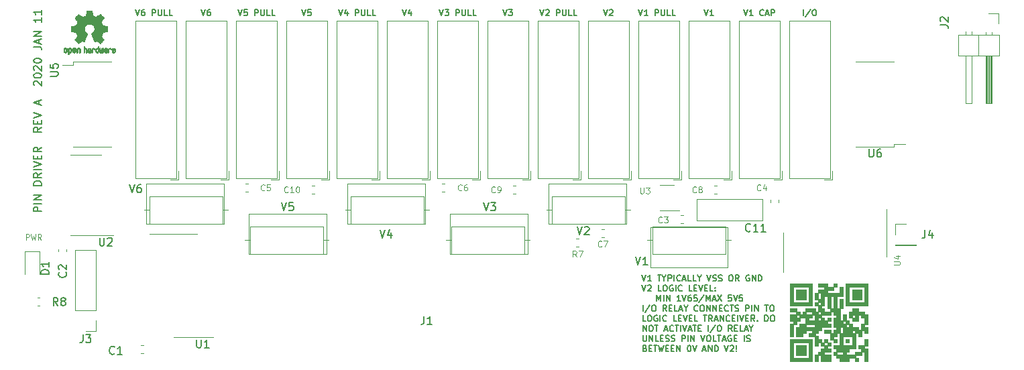
<source format=gbr>
G04 #@! TF.GenerationSoftware,KiCad,Pcbnew,(5.1.5)-3*
G04 #@! TF.CreationDate,2020-01-12T10:36:32-08:00*
G04 #@! TF.ProjectId,pin_driver,70696e5f-6472-4697-9665-722e6b696361,rev?*
G04 #@! TF.SameCoordinates,Original*
G04 #@! TF.FileFunction,Legend,Top*
G04 #@! TF.FilePolarity,Positive*
%FSLAX46Y46*%
G04 Gerber Fmt 4.6, Leading zero omitted, Abs format (unit mm)*
G04 Created by KiCad (PCBNEW (5.1.5)-3) date 2020-01-12 10:36:32*
%MOMM*%
%LPD*%
G04 APERTURE LIST*
%ADD10C,0.150000*%
%ADD11C,0.127000*%
%ADD12C,0.100000*%
%ADD13C,0.120000*%
%ADD14C,0.010000*%
%ADD15C,0.101600*%
G04 APERTURE END LIST*
D10*
X64468476Y-142200380D02*
X64801809Y-143200380D01*
X65135142Y-142200380D01*
X65897047Y-142200380D02*
X65706571Y-142200380D01*
X65611333Y-142248000D01*
X65563714Y-142295619D01*
X65468476Y-142438476D01*
X65420857Y-142628952D01*
X65420857Y-143009904D01*
X65468476Y-143105142D01*
X65516095Y-143152761D01*
X65611333Y-143200380D01*
X65801809Y-143200380D01*
X65897047Y-143152761D01*
X65944666Y-143105142D01*
X65992285Y-143009904D01*
X65992285Y-142771809D01*
X65944666Y-142676571D01*
X65897047Y-142628952D01*
X65801809Y-142581333D01*
X65611333Y-142581333D01*
X65516095Y-142628952D01*
X65468476Y-142676571D01*
X65420857Y-142771809D01*
X83645476Y-144486380D02*
X83978809Y-145486380D01*
X84312142Y-144486380D01*
X85121666Y-144486380D02*
X84645476Y-144486380D01*
X84597857Y-144962571D01*
X84645476Y-144914952D01*
X84740714Y-144867333D01*
X84978809Y-144867333D01*
X85074047Y-144914952D01*
X85121666Y-144962571D01*
X85169285Y-145057809D01*
X85169285Y-145295904D01*
X85121666Y-145391142D01*
X85074047Y-145438761D01*
X84978809Y-145486380D01*
X84740714Y-145486380D01*
X84645476Y-145438761D01*
X84597857Y-145391142D01*
X96091476Y-147915380D02*
X96424809Y-148915380D01*
X96758142Y-147915380D01*
X97520047Y-148248714D02*
X97520047Y-148915380D01*
X97281952Y-147867761D02*
X97043857Y-148582047D01*
X97662904Y-148582047D01*
X109172476Y-144486380D02*
X109505809Y-145486380D01*
X109839142Y-144486380D01*
X110077238Y-144486380D02*
X110696285Y-144486380D01*
X110362952Y-144867333D01*
X110505809Y-144867333D01*
X110601047Y-144914952D01*
X110648666Y-144962571D01*
X110696285Y-145057809D01*
X110696285Y-145295904D01*
X110648666Y-145391142D01*
X110601047Y-145438761D01*
X110505809Y-145486380D01*
X110220095Y-145486380D01*
X110124857Y-145438761D01*
X110077238Y-145391142D01*
X120983476Y-147534380D02*
X121316809Y-148534380D01*
X121650142Y-147534380D01*
X121935857Y-147629619D02*
X121983476Y-147582000D01*
X122078714Y-147534380D01*
X122316809Y-147534380D01*
X122412047Y-147582000D01*
X122459666Y-147629619D01*
X122507285Y-147724857D01*
X122507285Y-147820095D01*
X122459666Y-147962952D01*
X121888238Y-148534380D01*
X122507285Y-148534380D01*
X128349476Y-151344380D02*
X128682809Y-152344380D01*
X129016142Y-151344380D01*
X129873285Y-152344380D02*
X129301857Y-152344380D01*
X129587571Y-152344380D02*
X129587571Y-151344380D01*
X129492333Y-151487238D01*
X129397095Y-151582476D01*
X129301857Y-151630095D01*
X53352380Y-145590476D02*
X52352380Y-145590476D01*
X52352380Y-145209523D01*
X52400000Y-145114285D01*
X52447619Y-145066666D01*
X52542857Y-145019047D01*
X52685714Y-145019047D01*
X52780952Y-145066666D01*
X52828571Y-145114285D01*
X52876190Y-145209523D01*
X52876190Y-145590476D01*
X53352380Y-144590476D02*
X52352380Y-144590476D01*
X53352380Y-144114285D02*
X52352380Y-144114285D01*
X53352380Y-143542857D01*
X52352380Y-143542857D01*
X53352380Y-142304761D02*
X52352380Y-142304761D01*
X52352380Y-142066666D01*
X52400000Y-141923809D01*
X52495238Y-141828571D01*
X52590476Y-141780952D01*
X52780952Y-141733333D01*
X52923809Y-141733333D01*
X53114285Y-141780952D01*
X53209523Y-141828571D01*
X53304761Y-141923809D01*
X53352380Y-142066666D01*
X53352380Y-142304761D01*
X53352380Y-140733333D02*
X52876190Y-141066666D01*
X53352380Y-141304761D02*
X52352380Y-141304761D01*
X52352380Y-140923809D01*
X52400000Y-140828571D01*
X52447619Y-140780952D01*
X52542857Y-140733333D01*
X52685714Y-140733333D01*
X52780952Y-140780952D01*
X52828571Y-140828571D01*
X52876190Y-140923809D01*
X52876190Y-141304761D01*
X53352380Y-140304761D02*
X52352380Y-140304761D01*
X52352380Y-139971428D02*
X53352380Y-139638095D01*
X52352380Y-139304761D01*
X52828571Y-138971428D02*
X52828571Y-138638095D01*
X53352380Y-138495238D02*
X53352380Y-138971428D01*
X52352380Y-138971428D01*
X52352380Y-138495238D01*
X53352380Y-137495238D02*
X52876190Y-137828571D01*
X53352380Y-138066666D02*
X52352380Y-138066666D01*
X52352380Y-137685714D01*
X52400000Y-137590476D01*
X52447619Y-137542857D01*
X52542857Y-137495238D01*
X52685714Y-137495238D01*
X52780952Y-137542857D01*
X52828571Y-137590476D01*
X52876190Y-137685714D01*
X52876190Y-138066666D01*
X53352380Y-134971428D02*
X52876190Y-135304761D01*
X53352380Y-135542857D02*
X52352380Y-135542857D01*
X52352380Y-135161904D01*
X52400000Y-135066666D01*
X52447619Y-135019047D01*
X52542857Y-134971428D01*
X52685714Y-134971428D01*
X52780952Y-135019047D01*
X52828571Y-135066666D01*
X52876190Y-135161904D01*
X52876190Y-135542857D01*
X52828571Y-134542857D02*
X52828571Y-134209523D01*
X53352380Y-134066666D02*
X53352380Y-134542857D01*
X52352380Y-134542857D01*
X52352380Y-134066666D01*
X52352380Y-133780952D02*
X53352380Y-133447619D01*
X52352380Y-133114285D01*
X53066666Y-132066666D02*
X53066666Y-131590476D01*
X53352380Y-132161904D02*
X52352380Y-131828571D01*
X53352380Y-131495238D01*
X52447619Y-129685714D02*
X52400000Y-129638095D01*
X52352380Y-129542857D01*
X52352380Y-129304761D01*
X52400000Y-129209523D01*
X52447619Y-129161904D01*
X52542857Y-129114285D01*
X52638095Y-129114285D01*
X52780952Y-129161904D01*
X53352380Y-129733333D01*
X53352380Y-129114285D01*
X52352380Y-128495238D02*
X52352380Y-128400000D01*
X52400000Y-128304761D01*
X52447619Y-128257142D01*
X52542857Y-128209523D01*
X52733333Y-128161904D01*
X52971428Y-128161904D01*
X53161904Y-128209523D01*
X53257142Y-128257142D01*
X53304761Y-128304761D01*
X53352380Y-128400000D01*
X53352380Y-128495238D01*
X53304761Y-128590476D01*
X53257142Y-128638095D01*
X53161904Y-128685714D01*
X52971428Y-128733333D01*
X52733333Y-128733333D01*
X52542857Y-128685714D01*
X52447619Y-128638095D01*
X52400000Y-128590476D01*
X52352380Y-128495238D01*
X52447619Y-127780952D02*
X52400000Y-127733333D01*
X52352380Y-127638095D01*
X52352380Y-127400000D01*
X52400000Y-127304761D01*
X52447619Y-127257142D01*
X52542857Y-127209523D01*
X52638095Y-127209523D01*
X52780952Y-127257142D01*
X53352380Y-127828571D01*
X53352380Y-127209523D01*
X52352380Y-126590476D02*
X52352380Y-126495238D01*
X52400000Y-126400000D01*
X52447619Y-126352380D01*
X52542857Y-126304761D01*
X52733333Y-126257142D01*
X52971428Y-126257142D01*
X53161904Y-126304761D01*
X53257142Y-126352380D01*
X53304761Y-126400000D01*
X53352380Y-126495238D01*
X53352380Y-126590476D01*
X53304761Y-126685714D01*
X53257142Y-126733333D01*
X53161904Y-126780952D01*
X52971428Y-126828571D01*
X52733333Y-126828571D01*
X52542857Y-126780952D01*
X52447619Y-126733333D01*
X52400000Y-126685714D01*
X52352380Y-126590476D01*
X52352380Y-124780952D02*
X53066666Y-124780952D01*
X53209523Y-124828571D01*
X53304761Y-124923809D01*
X53352380Y-125066666D01*
X53352380Y-125161904D01*
X53066666Y-124352380D02*
X53066666Y-123876190D01*
X53352380Y-124447619D02*
X52352380Y-124114285D01*
X53352380Y-123780952D01*
X53352380Y-123447619D02*
X52352380Y-123447619D01*
X53352380Y-122876190D01*
X52352380Y-122876190D01*
X53352380Y-121114285D02*
X53352380Y-121685714D01*
X53352380Y-121400000D02*
X52352380Y-121400000D01*
X52495238Y-121495238D01*
X52590476Y-121590476D01*
X52638095Y-121685714D01*
X53352380Y-120161904D02*
X53352380Y-120733333D01*
X53352380Y-120447619D02*
X52352380Y-120447619D01*
X52495238Y-120542857D01*
X52590476Y-120638095D01*
X52638095Y-120733333D01*
D11*
X129187121Y-153633714D02*
X129441121Y-154395714D01*
X129695121Y-153633714D01*
X130348264Y-154395714D02*
X129912835Y-154395714D01*
X130130550Y-154395714D02*
X130130550Y-153633714D01*
X130057978Y-153742571D01*
X129985407Y-153815142D01*
X129912835Y-153851428D01*
X131146550Y-153633714D02*
X131581978Y-153633714D01*
X131364264Y-154395714D02*
X131364264Y-153633714D01*
X131981121Y-154032857D02*
X131981121Y-154395714D01*
X131727121Y-153633714D02*
X131981121Y-154032857D01*
X132235121Y-153633714D01*
X132489121Y-154395714D02*
X132489121Y-153633714D01*
X132779407Y-153633714D01*
X132851978Y-153670000D01*
X132888264Y-153706285D01*
X132924550Y-153778857D01*
X132924550Y-153887714D01*
X132888264Y-153960285D01*
X132851978Y-153996571D01*
X132779407Y-154032857D01*
X132489121Y-154032857D01*
X133251121Y-154395714D02*
X133251121Y-153633714D01*
X134049407Y-154323142D02*
X134013121Y-154359428D01*
X133904264Y-154395714D01*
X133831692Y-154395714D01*
X133722835Y-154359428D01*
X133650264Y-154286857D01*
X133613978Y-154214285D01*
X133577692Y-154069142D01*
X133577692Y-153960285D01*
X133613978Y-153815142D01*
X133650264Y-153742571D01*
X133722835Y-153670000D01*
X133831692Y-153633714D01*
X133904264Y-153633714D01*
X134013121Y-153670000D01*
X134049407Y-153706285D01*
X134339692Y-154178000D02*
X134702550Y-154178000D01*
X134267121Y-154395714D02*
X134521121Y-153633714D01*
X134775121Y-154395714D01*
X135391978Y-154395714D02*
X135029121Y-154395714D01*
X135029121Y-153633714D01*
X136008835Y-154395714D02*
X135645978Y-154395714D01*
X135645978Y-153633714D01*
X136407978Y-154032857D02*
X136407978Y-154395714D01*
X136153978Y-153633714D02*
X136407978Y-154032857D01*
X136661978Y-153633714D01*
X137387692Y-153633714D02*
X137641692Y-154395714D01*
X137895692Y-153633714D01*
X138113407Y-154359428D02*
X138222264Y-154395714D01*
X138403692Y-154395714D01*
X138476264Y-154359428D01*
X138512550Y-154323142D01*
X138548835Y-154250571D01*
X138548835Y-154178000D01*
X138512550Y-154105428D01*
X138476264Y-154069142D01*
X138403692Y-154032857D01*
X138258550Y-153996571D01*
X138185978Y-153960285D01*
X138149692Y-153924000D01*
X138113407Y-153851428D01*
X138113407Y-153778857D01*
X138149692Y-153706285D01*
X138185978Y-153670000D01*
X138258550Y-153633714D01*
X138439978Y-153633714D01*
X138548835Y-153670000D01*
X138839121Y-154359428D02*
X138947978Y-154395714D01*
X139129407Y-154395714D01*
X139201978Y-154359428D01*
X139238264Y-154323142D01*
X139274550Y-154250571D01*
X139274550Y-154178000D01*
X139238264Y-154105428D01*
X139201978Y-154069142D01*
X139129407Y-154032857D01*
X138984264Y-153996571D01*
X138911692Y-153960285D01*
X138875407Y-153924000D01*
X138839121Y-153851428D01*
X138839121Y-153778857D01*
X138875407Y-153706285D01*
X138911692Y-153670000D01*
X138984264Y-153633714D01*
X139165692Y-153633714D01*
X139274550Y-153670000D01*
X140326835Y-153633714D02*
X140471978Y-153633714D01*
X140544550Y-153670000D01*
X140617121Y-153742571D01*
X140653407Y-153887714D01*
X140653407Y-154141714D01*
X140617121Y-154286857D01*
X140544550Y-154359428D01*
X140471978Y-154395714D01*
X140326835Y-154395714D01*
X140254264Y-154359428D01*
X140181692Y-154286857D01*
X140145407Y-154141714D01*
X140145407Y-153887714D01*
X140181692Y-153742571D01*
X140254264Y-153670000D01*
X140326835Y-153633714D01*
X141415407Y-154395714D02*
X141161407Y-154032857D01*
X140979978Y-154395714D02*
X140979978Y-153633714D01*
X141270264Y-153633714D01*
X141342835Y-153670000D01*
X141379121Y-153706285D01*
X141415407Y-153778857D01*
X141415407Y-153887714D01*
X141379121Y-153960285D01*
X141342835Y-153996571D01*
X141270264Y-154032857D01*
X140979978Y-154032857D01*
X142721692Y-153670000D02*
X142649121Y-153633714D01*
X142540264Y-153633714D01*
X142431407Y-153670000D01*
X142358835Y-153742571D01*
X142322550Y-153815142D01*
X142286264Y-153960285D01*
X142286264Y-154069142D01*
X142322550Y-154214285D01*
X142358835Y-154286857D01*
X142431407Y-154359428D01*
X142540264Y-154395714D01*
X142612835Y-154395714D01*
X142721692Y-154359428D01*
X142757978Y-154323142D01*
X142757978Y-154069142D01*
X142612835Y-154069142D01*
X143084550Y-154395714D02*
X143084550Y-153633714D01*
X143519978Y-154395714D01*
X143519978Y-153633714D01*
X143882835Y-154395714D02*
X143882835Y-153633714D01*
X144064264Y-153633714D01*
X144173121Y-153670000D01*
X144245692Y-153742571D01*
X144281978Y-153815142D01*
X144318264Y-153960285D01*
X144318264Y-154069142D01*
X144281978Y-154214285D01*
X144245692Y-154286857D01*
X144173121Y-154359428D01*
X144064264Y-154395714D01*
X143882835Y-154395714D01*
X129187121Y-154903714D02*
X129441121Y-155665714D01*
X129695121Y-154903714D01*
X129912835Y-154976285D02*
X129949121Y-154940000D01*
X130021692Y-154903714D01*
X130203121Y-154903714D01*
X130275692Y-154940000D01*
X130311978Y-154976285D01*
X130348264Y-155048857D01*
X130348264Y-155121428D01*
X130311978Y-155230285D01*
X129876550Y-155665714D01*
X130348264Y-155665714D01*
X131618264Y-155665714D02*
X131255407Y-155665714D01*
X131255407Y-154903714D01*
X132017407Y-154903714D02*
X132162550Y-154903714D01*
X132235121Y-154940000D01*
X132307692Y-155012571D01*
X132343978Y-155157714D01*
X132343978Y-155411714D01*
X132307692Y-155556857D01*
X132235121Y-155629428D01*
X132162550Y-155665714D01*
X132017407Y-155665714D01*
X131944835Y-155629428D01*
X131872264Y-155556857D01*
X131835978Y-155411714D01*
X131835978Y-155157714D01*
X131872264Y-155012571D01*
X131944835Y-154940000D01*
X132017407Y-154903714D01*
X133069692Y-154940000D02*
X132997121Y-154903714D01*
X132888264Y-154903714D01*
X132779407Y-154940000D01*
X132706835Y-155012571D01*
X132670550Y-155085142D01*
X132634264Y-155230285D01*
X132634264Y-155339142D01*
X132670550Y-155484285D01*
X132706835Y-155556857D01*
X132779407Y-155629428D01*
X132888264Y-155665714D01*
X132960835Y-155665714D01*
X133069692Y-155629428D01*
X133105978Y-155593142D01*
X133105978Y-155339142D01*
X132960835Y-155339142D01*
X133432550Y-155665714D02*
X133432550Y-154903714D01*
X134230835Y-155593142D02*
X134194550Y-155629428D01*
X134085692Y-155665714D01*
X134013121Y-155665714D01*
X133904264Y-155629428D01*
X133831692Y-155556857D01*
X133795407Y-155484285D01*
X133759121Y-155339142D01*
X133759121Y-155230285D01*
X133795407Y-155085142D01*
X133831692Y-155012571D01*
X133904264Y-154940000D01*
X134013121Y-154903714D01*
X134085692Y-154903714D01*
X134194550Y-154940000D01*
X134230835Y-154976285D01*
X135500835Y-155665714D02*
X135137978Y-155665714D01*
X135137978Y-154903714D01*
X135754835Y-155266571D02*
X136008835Y-155266571D01*
X136117692Y-155665714D02*
X135754835Y-155665714D01*
X135754835Y-154903714D01*
X136117692Y-154903714D01*
X136335407Y-154903714D02*
X136589407Y-155665714D01*
X136843407Y-154903714D01*
X137097407Y-155266571D02*
X137351407Y-155266571D01*
X137460264Y-155665714D02*
X137097407Y-155665714D01*
X137097407Y-154903714D01*
X137460264Y-154903714D01*
X138149692Y-155665714D02*
X137786835Y-155665714D01*
X137786835Y-154903714D01*
X138403692Y-155593142D02*
X138439978Y-155629428D01*
X138403692Y-155665714D01*
X138367407Y-155629428D01*
X138403692Y-155593142D01*
X138403692Y-155665714D01*
X138403692Y-155194000D02*
X138439978Y-155230285D01*
X138403692Y-155266571D01*
X138367407Y-155230285D01*
X138403692Y-155194000D01*
X138403692Y-155266571D01*
X131037692Y-156935714D02*
X131037692Y-156173714D01*
X131291692Y-156718000D01*
X131545692Y-156173714D01*
X131545692Y-156935714D01*
X131908550Y-156935714D02*
X131908550Y-156173714D01*
X132271407Y-156935714D02*
X132271407Y-156173714D01*
X132706835Y-156935714D01*
X132706835Y-156173714D01*
X134049407Y-156935714D02*
X133613978Y-156935714D01*
X133831692Y-156935714D02*
X133831692Y-156173714D01*
X133759121Y-156282571D01*
X133686550Y-156355142D01*
X133613978Y-156391428D01*
X134267121Y-156173714D02*
X134521121Y-156935714D01*
X134775121Y-156173714D01*
X135355692Y-156173714D02*
X135210550Y-156173714D01*
X135137978Y-156210000D01*
X135101692Y-156246285D01*
X135029121Y-156355142D01*
X134992835Y-156500285D01*
X134992835Y-156790571D01*
X135029121Y-156863142D01*
X135065407Y-156899428D01*
X135137978Y-156935714D01*
X135283121Y-156935714D01*
X135355692Y-156899428D01*
X135391978Y-156863142D01*
X135428264Y-156790571D01*
X135428264Y-156609142D01*
X135391978Y-156536571D01*
X135355692Y-156500285D01*
X135283121Y-156464000D01*
X135137978Y-156464000D01*
X135065407Y-156500285D01*
X135029121Y-156536571D01*
X134992835Y-156609142D01*
X136117692Y-156173714D02*
X135754835Y-156173714D01*
X135718550Y-156536571D01*
X135754835Y-156500285D01*
X135827407Y-156464000D01*
X136008835Y-156464000D01*
X136081407Y-156500285D01*
X136117692Y-156536571D01*
X136153978Y-156609142D01*
X136153978Y-156790571D01*
X136117692Y-156863142D01*
X136081407Y-156899428D01*
X136008835Y-156935714D01*
X135827407Y-156935714D01*
X135754835Y-156899428D01*
X135718550Y-156863142D01*
X137024835Y-156137428D02*
X136371692Y-157117142D01*
X137278835Y-156935714D02*
X137278835Y-156173714D01*
X137532835Y-156718000D01*
X137786835Y-156173714D01*
X137786835Y-156935714D01*
X138113407Y-156718000D02*
X138476264Y-156718000D01*
X138040835Y-156935714D02*
X138294835Y-156173714D01*
X138548835Y-156935714D01*
X138730264Y-156173714D02*
X139238264Y-156935714D01*
X139238264Y-156173714D02*
X138730264Y-156935714D01*
X140471978Y-156173714D02*
X140109121Y-156173714D01*
X140072835Y-156536571D01*
X140109121Y-156500285D01*
X140181692Y-156464000D01*
X140363121Y-156464000D01*
X140435692Y-156500285D01*
X140471978Y-156536571D01*
X140508264Y-156609142D01*
X140508264Y-156790571D01*
X140471978Y-156863142D01*
X140435692Y-156899428D01*
X140363121Y-156935714D01*
X140181692Y-156935714D01*
X140109121Y-156899428D01*
X140072835Y-156863142D01*
X140725978Y-156173714D02*
X140979978Y-156935714D01*
X141233978Y-156173714D01*
X141850835Y-156173714D02*
X141487978Y-156173714D01*
X141451692Y-156536571D01*
X141487978Y-156500285D01*
X141560550Y-156464000D01*
X141741978Y-156464000D01*
X141814550Y-156500285D01*
X141850835Y-156536571D01*
X141887121Y-156609142D01*
X141887121Y-156790571D01*
X141850835Y-156863142D01*
X141814550Y-156899428D01*
X141741978Y-156935714D01*
X141560550Y-156935714D01*
X141487978Y-156899428D01*
X141451692Y-156863142D01*
X129295978Y-158205714D02*
X129295978Y-157443714D01*
X130203121Y-157407428D02*
X129549978Y-158387142D01*
X130602264Y-157443714D02*
X130747407Y-157443714D01*
X130819978Y-157480000D01*
X130892550Y-157552571D01*
X130928835Y-157697714D01*
X130928835Y-157951714D01*
X130892550Y-158096857D01*
X130819978Y-158169428D01*
X130747407Y-158205714D01*
X130602264Y-158205714D01*
X130529692Y-158169428D01*
X130457121Y-158096857D01*
X130420835Y-157951714D01*
X130420835Y-157697714D01*
X130457121Y-157552571D01*
X130529692Y-157480000D01*
X130602264Y-157443714D01*
X132271407Y-158205714D02*
X132017407Y-157842857D01*
X131835978Y-158205714D02*
X131835978Y-157443714D01*
X132126264Y-157443714D01*
X132198835Y-157480000D01*
X132235121Y-157516285D01*
X132271407Y-157588857D01*
X132271407Y-157697714D01*
X132235121Y-157770285D01*
X132198835Y-157806571D01*
X132126264Y-157842857D01*
X131835978Y-157842857D01*
X132597978Y-157806571D02*
X132851978Y-157806571D01*
X132960835Y-158205714D02*
X132597978Y-158205714D01*
X132597978Y-157443714D01*
X132960835Y-157443714D01*
X133650264Y-158205714D02*
X133287407Y-158205714D01*
X133287407Y-157443714D01*
X133867978Y-157988000D02*
X134230835Y-157988000D01*
X133795407Y-158205714D02*
X134049407Y-157443714D01*
X134303407Y-158205714D01*
X134702550Y-157842857D02*
X134702550Y-158205714D01*
X134448550Y-157443714D02*
X134702550Y-157842857D01*
X134956550Y-157443714D01*
X136226550Y-158133142D02*
X136190264Y-158169428D01*
X136081407Y-158205714D01*
X136008835Y-158205714D01*
X135899978Y-158169428D01*
X135827407Y-158096857D01*
X135791121Y-158024285D01*
X135754835Y-157879142D01*
X135754835Y-157770285D01*
X135791121Y-157625142D01*
X135827407Y-157552571D01*
X135899978Y-157480000D01*
X136008835Y-157443714D01*
X136081407Y-157443714D01*
X136190264Y-157480000D01*
X136226550Y-157516285D01*
X136698264Y-157443714D02*
X136843407Y-157443714D01*
X136915978Y-157480000D01*
X136988550Y-157552571D01*
X137024835Y-157697714D01*
X137024835Y-157951714D01*
X136988550Y-158096857D01*
X136915978Y-158169428D01*
X136843407Y-158205714D01*
X136698264Y-158205714D01*
X136625692Y-158169428D01*
X136553121Y-158096857D01*
X136516835Y-157951714D01*
X136516835Y-157697714D01*
X136553121Y-157552571D01*
X136625692Y-157480000D01*
X136698264Y-157443714D01*
X137351407Y-158205714D02*
X137351407Y-157443714D01*
X137786835Y-158205714D01*
X137786835Y-157443714D01*
X138149692Y-158205714D02*
X138149692Y-157443714D01*
X138585121Y-158205714D01*
X138585121Y-157443714D01*
X138947978Y-157806571D02*
X139201978Y-157806571D01*
X139310835Y-158205714D02*
X138947978Y-158205714D01*
X138947978Y-157443714D01*
X139310835Y-157443714D01*
X140072835Y-158133142D02*
X140036550Y-158169428D01*
X139927692Y-158205714D01*
X139855121Y-158205714D01*
X139746264Y-158169428D01*
X139673692Y-158096857D01*
X139637407Y-158024285D01*
X139601121Y-157879142D01*
X139601121Y-157770285D01*
X139637407Y-157625142D01*
X139673692Y-157552571D01*
X139746264Y-157480000D01*
X139855121Y-157443714D01*
X139927692Y-157443714D01*
X140036550Y-157480000D01*
X140072835Y-157516285D01*
X140290550Y-157443714D02*
X140725978Y-157443714D01*
X140508264Y-158205714D02*
X140508264Y-157443714D01*
X140943692Y-158169428D02*
X141052550Y-158205714D01*
X141233978Y-158205714D01*
X141306550Y-158169428D01*
X141342835Y-158133142D01*
X141379121Y-158060571D01*
X141379121Y-157988000D01*
X141342835Y-157915428D01*
X141306550Y-157879142D01*
X141233978Y-157842857D01*
X141088835Y-157806571D01*
X141016264Y-157770285D01*
X140979978Y-157734000D01*
X140943692Y-157661428D01*
X140943692Y-157588857D01*
X140979978Y-157516285D01*
X141016264Y-157480000D01*
X141088835Y-157443714D01*
X141270264Y-157443714D01*
X141379121Y-157480000D01*
X142286264Y-158205714D02*
X142286264Y-157443714D01*
X142576550Y-157443714D01*
X142649121Y-157480000D01*
X142685407Y-157516285D01*
X142721692Y-157588857D01*
X142721692Y-157697714D01*
X142685407Y-157770285D01*
X142649121Y-157806571D01*
X142576550Y-157842857D01*
X142286264Y-157842857D01*
X143048264Y-158205714D02*
X143048264Y-157443714D01*
X143411121Y-158205714D02*
X143411121Y-157443714D01*
X143846550Y-158205714D01*
X143846550Y-157443714D01*
X144681121Y-157443714D02*
X145116550Y-157443714D01*
X144898835Y-158205714D02*
X144898835Y-157443714D01*
X145515692Y-157443714D02*
X145660835Y-157443714D01*
X145733407Y-157480000D01*
X145805978Y-157552571D01*
X145842264Y-157697714D01*
X145842264Y-157951714D01*
X145805978Y-158096857D01*
X145733407Y-158169428D01*
X145660835Y-158205714D01*
X145515692Y-158205714D01*
X145443121Y-158169428D01*
X145370550Y-158096857D01*
X145334264Y-157951714D01*
X145334264Y-157697714D01*
X145370550Y-157552571D01*
X145443121Y-157480000D01*
X145515692Y-157443714D01*
X129658835Y-159475714D02*
X129295978Y-159475714D01*
X129295978Y-158713714D01*
X130057978Y-158713714D02*
X130203121Y-158713714D01*
X130275692Y-158750000D01*
X130348264Y-158822571D01*
X130384550Y-158967714D01*
X130384550Y-159221714D01*
X130348264Y-159366857D01*
X130275692Y-159439428D01*
X130203121Y-159475714D01*
X130057978Y-159475714D01*
X129985407Y-159439428D01*
X129912835Y-159366857D01*
X129876550Y-159221714D01*
X129876550Y-158967714D01*
X129912835Y-158822571D01*
X129985407Y-158750000D01*
X130057978Y-158713714D01*
X131110264Y-158750000D02*
X131037692Y-158713714D01*
X130928835Y-158713714D01*
X130819978Y-158750000D01*
X130747407Y-158822571D01*
X130711121Y-158895142D01*
X130674835Y-159040285D01*
X130674835Y-159149142D01*
X130711121Y-159294285D01*
X130747407Y-159366857D01*
X130819978Y-159439428D01*
X130928835Y-159475714D01*
X131001407Y-159475714D01*
X131110264Y-159439428D01*
X131146550Y-159403142D01*
X131146550Y-159149142D01*
X131001407Y-159149142D01*
X131473121Y-159475714D02*
X131473121Y-158713714D01*
X132271407Y-159403142D02*
X132235121Y-159439428D01*
X132126264Y-159475714D01*
X132053692Y-159475714D01*
X131944835Y-159439428D01*
X131872264Y-159366857D01*
X131835978Y-159294285D01*
X131799692Y-159149142D01*
X131799692Y-159040285D01*
X131835978Y-158895142D01*
X131872264Y-158822571D01*
X131944835Y-158750000D01*
X132053692Y-158713714D01*
X132126264Y-158713714D01*
X132235121Y-158750000D01*
X132271407Y-158786285D01*
X133541407Y-159475714D02*
X133178550Y-159475714D01*
X133178550Y-158713714D01*
X133795407Y-159076571D02*
X134049407Y-159076571D01*
X134158264Y-159475714D02*
X133795407Y-159475714D01*
X133795407Y-158713714D01*
X134158264Y-158713714D01*
X134375978Y-158713714D02*
X134629978Y-159475714D01*
X134883978Y-158713714D01*
X135137978Y-159076571D02*
X135391978Y-159076571D01*
X135500835Y-159475714D02*
X135137978Y-159475714D01*
X135137978Y-158713714D01*
X135500835Y-158713714D01*
X136190264Y-159475714D02*
X135827407Y-159475714D01*
X135827407Y-158713714D01*
X136915978Y-158713714D02*
X137351407Y-158713714D01*
X137133692Y-159475714D02*
X137133692Y-158713714D01*
X138040835Y-159475714D02*
X137786835Y-159112857D01*
X137605407Y-159475714D02*
X137605407Y-158713714D01*
X137895692Y-158713714D01*
X137968264Y-158750000D01*
X138004550Y-158786285D01*
X138040835Y-158858857D01*
X138040835Y-158967714D01*
X138004550Y-159040285D01*
X137968264Y-159076571D01*
X137895692Y-159112857D01*
X137605407Y-159112857D01*
X138331121Y-159258000D02*
X138693978Y-159258000D01*
X138258550Y-159475714D02*
X138512550Y-158713714D01*
X138766550Y-159475714D01*
X139020550Y-159475714D02*
X139020550Y-158713714D01*
X139455978Y-159475714D01*
X139455978Y-158713714D01*
X140254264Y-159403142D02*
X140217978Y-159439428D01*
X140109121Y-159475714D01*
X140036550Y-159475714D01*
X139927692Y-159439428D01*
X139855121Y-159366857D01*
X139818835Y-159294285D01*
X139782550Y-159149142D01*
X139782550Y-159040285D01*
X139818835Y-158895142D01*
X139855121Y-158822571D01*
X139927692Y-158750000D01*
X140036550Y-158713714D01*
X140109121Y-158713714D01*
X140217978Y-158750000D01*
X140254264Y-158786285D01*
X140580835Y-159076571D02*
X140834835Y-159076571D01*
X140943692Y-159475714D02*
X140580835Y-159475714D01*
X140580835Y-158713714D01*
X140943692Y-158713714D01*
X141270264Y-159475714D02*
X141270264Y-158713714D01*
X141524264Y-158713714D02*
X141778264Y-159475714D01*
X142032264Y-158713714D01*
X142286264Y-159076571D02*
X142540264Y-159076571D01*
X142649121Y-159475714D02*
X142286264Y-159475714D01*
X142286264Y-158713714D01*
X142649121Y-158713714D01*
X143411121Y-159475714D02*
X143157121Y-159112857D01*
X142975692Y-159475714D02*
X142975692Y-158713714D01*
X143265978Y-158713714D01*
X143338550Y-158750000D01*
X143374835Y-158786285D01*
X143411121Y-158858857D01*
X143411121Y-158967714D01*
X143374835Y-159040285D01*
X143338550Y-159076571D01*
X143265978Y-159112857D01*
X142975692Y-159112857D01*
X143737692Y-159403142D02*
X143773978Y-159439428D01*
X143737692Y-159475714D01*
X143701407Y-159439428D01*
X143737692Y-159403142D01*
X143737692Y-159475714D01*
X144681121Y-159475714D02*
X144681121Y-158713714D01*
X144862550Y-158713714D01*
X144971407Y-158750000D01*
X145043978Y-158822571D01*
X145080264Y-158895142D01*
X145116550Y-159040285D01*
X145116550Y-159149142D01*
X145080264Y-159294285D01*
X145043978Y-159366857D01*
X144971407Y-159439428D01*
X144862550Y-159475714D01*
X144681121Y-159475714D01*
X145588264Y-158713714D02*
X145733407Y-158713714D01*
X145805978Y-158750000D01*
X145878550Y-158822571D01*
X145914835Y-158967714D01*
X145914835Y-159221714D01*
X145878550Y-159366857D01*
X145805978Y-159439428D01*
X145733407Y-159475714D01*
X145588264Y-159475714D01*
X145515692Y-159439428D01*
X145443121Y-159366857D01*
X145406835Y-159221714D01*
X145406835Y-158967714D01*
X145443121Y-158822571D01*
X145515692Y-158750000D01*
X145588264Y-158713714D01*
X129295978Y-160745714D02*
X129295978Y-159983714D01*
X129731407Y-160745714D01*
X129731407Y-159983714D01*
X130239407Y-159983714D02*
X130384550Y-159983714D01*
X130457121Y-160020000D01*
X130529692Y-160092571D01*
X130565978Y-160237714D01*
X130565978Y-160491714D01*
X130529692Y-160636857D01*
X130457121Y-160709428D01*
X130384550Y-160745714D01*
X130239407Y-160745714D01*
X130166835Y-160709428D01*
X130094264Y-160636857D01*
X130057978Y-160491714D01*
X130057978Y-160237714D01*
X130094264Y-160092571D01*
X130166835Y-160020000D01*
X130239407Y-159983714D01*
X130783692Y-159983714D02*
X131219121Y-159983714D01*
X131001407Y-160745714D02*
X131001407Y-159983714D01*
X132017407Y-160528000D02*
X132380264Y-160528000D01*
X131944835Y-160745714D02*
X132198835Y-159983714D01*
X132452835Y-160745714D01*
X133142264Y-160673142D02*
X133105978Y-160709428D01*
X132997121Y-160745714D01*
X132924550Y-160745714D01*
X132815692Y-160709428D01*
X132743121Y-160636857D01*
X132706835Y-160564285D01*
X132670550Y-160419142D01*
X132670550Y-160310285D01*
X132706835Y-160165142D01*
X132743121Y-160092571D01*
X132815692Y-160020000D01*
X132924550Y-159983714D01*
X132997121Y-159983714D01*
X133105978Y-160020000D01*
X133142264Y-160056285D01*
X133359978Y-159983714D02*
X133795407Y-159983714D01*
X133577692Y-160745714D02*
X133577692Y-159983714D01*
X134049407Y-160745714D02*
X134049407Y-159983714D01*
X134303407Y-159983714D02*
X134557407Y-160745714D01*
X134811407Y-159983714D01*
X135029121Y-160528000D02*
X135391978Y-160528000D01*
X134956550Y-160745714D02*
X135210550Y-159983714D01*
X135464550Y-160745714D01*
X135609692Y-159983714D02*
X136045121Y-159983714D01*
X135827407Y-160745714D02*
X135827407Y-159983714D01*
X136299121Y-160346571D02*
X136553121Y-160346571D01*
X136661978Y-160745714D02*
X136299121Y-160745714D01*
X136299121Y-159983714D01*
X136661978Y-159983714D01*
X137569121Y-160745714D02*
X137569121Y-159983714D01*
X138476264Y-159947428D02*
X137823121Y-160927142D01*
X138875407Y-159983714D02*
X139020550Y-159983714D01*
X139093121Y-160020000D01*
X139165692Y-160092571D01*
X139201978Y-160237714D01*
X139201978Y-160491714D01*
X139165692Y-160636857D01*
X139093121Y-160709428D01*
X139020550Y-160745714D01*
X138875407Y-160745714D01*
X138802835Y-160709428D01*
X138730264Y-160636857D01*
X138693978Y-160491714D01*
X138693978Y-160237714D01*
X138730264Y-160092571D01*
X138802835Y-160020000D01*
X138875407Y-159983714D01*
X140544550Y-160745714D02*
X140290550Y-160382857D01*
X140109121Y-160745714D02*
X140109121Y-159983714D01*
X140399407Y-159983714D01*
X140471978Y-160020000D01*
X140508264Y-160056285D01*
X140544550Y-160128857D01*
X140544550Y-160237714D01*
X140508264Y-160310285D01*
X140471978Y-160346571D01*
X140399407Y-160382857D01*
X140109121Y-160382857D01*
X140871121Y-160346571D02*
X141125121Y-160346571D01*
X141233978Y-160745714D02*
X140871121Y-160745714D01*
X140871121Y-159983714D01*
X141233978Y-159983714D01*
X141923407Y-160745714D02*
X141560550Y-160745714D01*
X141560550Y-159983714D01*
X142141121Y-160528000D02*
X142503978Y-160528000D01*
X142068550Y-160745714D02*
X142322550Y-159983714D01*
X142576550Y-160745714D01*
X142975692Y-160382857D02*
X142975692Y-160745714D01*
X142721692Y-159983714D02*
X142975692Y-160382857D01*
X143229692Y-159983714D01*
X129295978Y-161253714D02*
X129295978Y-161870571D01*
X129332264Y-161943142D01*
X129368550Y-161979428D01*
X129441121Y-162015714D01*
X129586264Y-162015714D01*
X129658835Y-161979428D01*
X129695121Y-161943142D01*
X129731407Y-161870571D01*
X129731407Y-161253714D01*
X130094264Y-162015714D02*
X130094264Y-161253714D01*
X130529692Y-162015714D01*
X130529692Y-161253714D01*
X131255407Y-162015714D02*
X130892550Y-162015714D01*
X130892550Y-161253714D01*
X131509407Y-161616571D02*
X131763407Y-161616571D01*
X131872264Y-162015714D02*
X131509407Y-162015714D01*
X131509407Y-161253714D01*
X131872264Y-161253714D01*
X132162550Y-161979428D02*
X132271407Y-162015714D01*
X132452835Y-162015714D01*
X132525407Y-161979428D01*
X132561692Y-161943142D01*
X132597978Y-161870571D01*
X132597978Y-161798000D01*
X132561692Y-161725428D01*
X132525407Y-161689142D01*
X132452835Y-161652857D01*
X132307692Y-161616571D01*
X132235121Y-161580285D01*
X132198835Y-161544000D01*
X132162550Y-161471428D01*
X132162550Y-161398857D01*
X132198835Y-161326285D01*
X132235121Y-161290000D01*
X132307692Y-161253714D01*
X132489121Y-161253714D01*
X132597978Y-161290000D01*
X132888264Y-161979428D02*
X132997121Y-162015714D01*
X133178550Y-162015714D01*
X133251121Y-161979428D01*
X133287407Y-161943142D01*
X133323692Y-161870571D01*
X133323692Y-161798000D01*
X133287407Y-161725428D01*
X133251121Y-161689142D01*
X133178550Y-161652857D01*
X133033407Y-161616571D01*
X132960835Y-161580285D01*
X132924550Y-161544000D01*
X132888264Y-161471428D01*
X132888264Y-161398857D01*
X132924550Y-161326285D01*
X132960835Y-161290000D01*
X133033407Y-161253714D01*
X133214835Y-161253714D01*
X133323692Y-161290000D01*
X134230835Y-162015714D02*
X134230835Y-161253714D01*
X134521121Y-161253714D01*
X134593692Y-161290000D01*
X134629978Y-161326285D01*
X134666264Y-161398857D01*
X134666264Y-161507714D01*
X134629978Y-161580285D01*
X134593692Y-161616571D01*
X134521121Y-161652857D01*
X134230835Y-161652857D01*
X134992835Y-162015714D02*
X134992835Y-161253714D01*
X135355692Y-162015714D02*
X135355692Y-161253714D01*
X135791121Y-162015714D01*
X135791121Y-161253714D01*
X136625692Y-161253714D02*
X136879692Y-162015714D01*
X137133692Y-161253714D01*
X137532835Y-161253714D02*
X137677978Y-161253714D01*
X137750550Y-161290000D01*
X137823121Y-161362571D01*
X137859407Y-161507714D01*
X137859407Y-161761714D01*
X137823121Y-161906857D01*
X137750550Y-161979428D01*
X137677978Y-162015714D01*
X137532835Y-162015714D01*
X137460264Y-161979428D01*
X137387692Y-161906857D01*
X137351407Y-161761714D01*
X137351407Y-161507714D01*
X137387692Y-161362571D01*
X137460264Y-161290000D01*
X137532835Y-161253714D01*
X138548835Y-162015714D02*
X138185978Y-162015714D01*
X138185978Y-161253714D01*
X138693978Y-161253714D02*
X139129407Y-161253714D01*
X138911692Y-162015714D02*
X138911692Y-161253714D01*
X139347121Y-161798000D02*
X139709978Y-161798000D01*
X139274550Y-162015714D02*
X139528550Y-161253714D01*
X139782550Y-162015714D01*
X140435692Y-161290000D02*
X140363121Y-161253714D01*
X140254264Y-161253714D01*
X140145407Y-161290000D01*
X140072835Y-161362571D01*
X140036550Y-161435142D01*
X140000264Y-161580285D01*
X140000264Y-161689142D01*
X140036550Y-161834285D01*
X140072835Y-161906857D01*
X140145407Y-161979428D01*
X140254264Y-162015714D01*
X140326835Y-162015714D01*
X140435692Y-161979428D01*
X140471978Y-161943142D01*
X140471978Y-161689142D01*
X140326835Y-161689142D01*
X140798550Y-161616571D02*
X141052550Y-161616571D01*
X141161407Y-162015714D02*
X140798550Y-162015714D01*
X140798550Y-161253714D01*
X141161407Y-161253714D01*
X142068550Y-162015714D02*
X142068550Y-161253714D01*
X142395121Y-161979428D02*
X142503978Y-162015714D01*
X142685407Y-162015714D01*
X142757978Y-161979428D01*
X142794264Y-161943142D01*
X142830550Y-161870571D01*
X142830550Y-161798000D01*
X142794264Y-161725428D01*
X142757978Y-161689142D01*
X142685407Y-161652857D01*
X142540264Y-161616571D01*
X142467692Y-161580285D01*
X142431407Y-161544000D01*
X142395121Y-161471428D01*
X142395121Y-161398857D01*
X142431407Y-161326285D01*
X142467692Y-161290000D01*
X142540264Y-161253714D01*
X142721692Y-161253714D01*
X142830550Y-161290000D01*
X129549978Y-162886571D02*
X129658835Y-162922857D01*
X129695121Y-162959142D01*
X129731407Y-163031714D01*
X129731407Y-163140571D01*
X129695121Y-163213142D01*
X129658835Y-163249428D01*
X129586264Y-163285714D01*
X129295978Y-163285714D01*
X129295978Y-162523714D01*
X129549978Y-162523714D01*
X129622550Y-162560000D01*
X129658835Y-162596285D01*
X129695121Y-162668857D01*
X129695121Y-162741428D01*
X129658835Y-162814000D01*
X129622550Y-162850285D01*
X129549978Y-162886571D01*
X129295978Y-162886571D01*
X130057978Y-162886571D02*
X130311978Y-162886571D01*
X130420835Y-163285714D02*
X130057978Y-163285714D01*
X130057978Y-162523714D01*
X130420835Y-162523714D01*
X130638550Y-162523714D02*
X131073978Y-162523714D01*
X130856264Y-163285714D02*
X130856264Y-162523714D01*
X131255407Y-162523714D02*
X131436835Y-163285714D01*
X131581978Y-162741428D01*
X131727121Y-163285714D01*
X131908550Y-162523714D01*
X132198835Y-162886571D02*
X132452835Y-162886571D01*
X132561692Y-163285714D02*
X132198835Y-163285714D01*
X132198835Y-162523714D01*
X132561692Y-162523714D01*
X132888264Y-162886571D02*
X133142264Y-162886571D01*
X133251121Y-163285714D02*
X132888264Y-163285714D01*
X132888264Y-162523714D01*
X133251121Y-162523714D01*
X133577692Y-163285714D02*
X133577692Y-162523714D01*
X134013121Y-163285714D01*
X134013121Y-162523714D01*
X135101692Y-162523714D02*
X135174264Y-162523714D01*
X135246835Y-162560000D01*
X135283121Y-162596285D01*
X135319407Y-162668857D01*
X135355692Y-162814000D01*
X135355692Y-162995428D01*
X135319407Y-163140571D01*
X135283121Y-163213142D01*
X135246835Y-163249428D01*
X135174264Y-163285714D01*
X135101692Y-163285714D01*
X135029121Y-163249428D01*
X134992835Y-163213142D01*
X134956550Y-163140571D01*
X134920264Y-162995428D01*
X134920264Y-162814000D01*
X134956550Y-162668857D01*
X134992835Y-162596285D01*
X135029121Y-162560000D01*
X135101692Y-162523714D01*
X135573407Y-162523714D02*
X135827407Y-163285714D01*
X136081407Y-162523714D01*
X136879692Y-163068000D02*
X137242550Y-163068000D01*
X136807121Y-163285714D02*
X137061121Y-162523714D01*
X137315121Y-163285714D01*
X137569121Y-163285714D02*
X137569121Y-162523714D01*
X138004550Y-163285714D01*
X138004550Y-162523714D01*
X138367407Y-163285714D02*
X138367407Y-162523714D01*
X138548835Y-162523714D01*
X138657692Y-162560000D01*
X138730264Y-162632571D01*
X138766550Y-162705142D01*
X138802835Y-162850285D01*
X138802835Y-162959142D01*
X138766550Y-163104285D01*
X138730264Y-163176857D01*
X138657692Y-163249428D01*
X138548835Y-163285714D01*
X138367407Y-163285714D01*
X139601121Y-162523714D02*
X139855121Y-163285714D01*
X140109121Y-162523714D01*
X140326835Y-162596285D02*
X140363121Y-162560000D01*
X140435692Y-162523714D01*
X140617121Y-162523714D01*
X140689692Y-162560000D01*
X140725978Y-162596285D01*
X140762264Y-162668857D01*
X140762264Y-162741428D01*
X140725978Y-162850285D01*
X140290550Y-163285714D01*
X140762264Y-163285714D01*
X141088835Y-163213142D02*
X141125121Y-163249428D01*
X141088835Y-163285714D01*
X141052550Y-163249428D01*
X141088835Y-163213142D01*
X141088835Y-163285714D01*
X141088835Y-162995428D02*
X141052550Y-162560000D01*
X141088835Y-162523714D01*
X141125121Y-162560000D01*
X141088835Y-162995428D01*
X141088835Y-162523714D01*
X149569714Y-120867714D02*
X149569714Y-120105714D01*
X150476857Y-120069428D02*
X149823714Y-121049142D01*
X150876000Y-120105714D02*
X151021142Y-120105714D01*
X151093714Y-120142000D01*
X151166285Y-120214571D01*
X151202571Y-120359714D01*
X151202571Y-120613714D01*
X151166285Y-120758857D01*
X151093714Y-120831428D01*
X151021142Y-120867714D01*
X150876000Y-120867714D01*
X150803428Y-120831428D01*
X150730857Y-120758857D01*
X150694571Y-120613714D01*
X150694571Y-120359714D01*
X150730857Y-120214571D01*
X150803428Y-120142000D01*
X150876000Y-120105714D01*
X142022285Y-120105714D02*
X142276285Y-120867714D01*
X142530285Y-120105714D01*
X143183428Y-120867714D02*
X142748000Y-120867714D01*
X142965714Y-120867714D02*
X142965714Y-120105714D01*
X142893142Y-120214571D01*
X142820571Y-120287142D01*
X142748000Y-120323428D01*
X144526000Y-120795142D02*
X144489714Y-120831428D01*
X144380857Y-120867714D01*
X144308285Y-120867714D01*
X144199428Y-120831428D01*
X144126857Y-120758857D01*
X144090571Y-120686285D01*
X144054285Y-120541142D01*
X144054285Y-120432285D01*
X144090571Y-120287142D01*
X144126857Y-120214571D01*
X144199428Y-120142000D01*
X144308285Y-120105714D01*
X144380857Y-120105714D01*
X144489714Y-120142000D01*
X144526000Y-120178285D01*
X144816285Y-120650000D02*
X145179142Y-120650000D01*
X144743714Y-120867714D02*
X144997714Y-120105714D01*
X145251714Y-120867714D01*
X145505714Y-120867714D02*
X145505714Y-120105714D01*
X145796000Y-120105714D01*
X145868571Y-120142000D01*
X145904857Y-120178285D01*
X145941142Y-120250857D01*
X145941142Y-120359714D01*
X145904857Y-120432285D01*
X145868571Y-120468571D01*
X145796000Y-120504857D01*
X145505714Y-120504857D01*
X137051142Y-120105714D02*
X137305142Y-120867714D01*
X137559142Y-120105714D01*
X138212285Y-120867714D02*
X137776857Y-120867714D01*
X137994571Y-120867714D02*
X137994571Y-120105714D01*
X137922000Y-120214571D01*
X137849428Y-120287142D01*
X137776857Y-120323428D01*
X128759857Y-120105714D02*
X129013857Y-120867714D01*
X129267857Y-120105714D01*
X129921000Y-120867714D02*
X129485571Y-120867714D01*
X129703285Y-120867714D02*
X129703285Y-120105714D01*
X129630714Y-120214571D01*
X129558142Y-120287142D01*
X129485571Y-120323428D01*
X130828142Y-120867714D02*
X130828142Y-120105714D01*
X131118428Y-120105714D01*
X131191000Y-120142000D01*
X131227285Y-120178285D01*
X131263571Y-120250857D01*
X131263571Y-120359714D01*
X131227285Y-120432285D01*
X131191000Y-120468571D01*
X131118428Y-120504857D01*
X130828142Y-120504857D01*
X131590142Y-120105714D02*
X131590142Y-120722571D01*
X131626428Y-120795142D01*
X131662714Y-120831428D01*
X131735285Y-120867714D01*
X131880428Y-120867714D01*
X131953000Y-120831428D01*
X131989285Y-120795142D01*
X132025571Y-120722571D01*
X132025571Y-120105714D01*
X132751285Y-120867714D02*
X132388428Y-120867714D01*
X132388428Y-120105714D01*
X133368142Y-120867714D02*
X133005285Y-120867714D01*
X133005285Y-120105714D01*
X124351142Y-120105714D02*
X124605142Y-120867714D01*
X124859142Y-120105714D01*
X125076857Y-120178285D02*
X125113142Y-120142000D01*
X125185714Y-120105714D01*
X125367142Y-120105714D01*
X125439714Y-120142000D01*
X125476000Y-120178285D01*
X125512285Y-120250857D01*
X125512285Y-120323428D01*
X125476000Y-120432285D01*
X125040571Y-120867714D01*
X125512285Y-120867714D01*
X116313857Y-120105714D02*
X116567857Y-120867714D01*
X116821857Y-120105714D01*
X117039571Y-120178285D02*
X117075857Y-120142000D01*
X117148428Y-120105714D01*
X117329857Y-120105714D01*
X117402428Y-120142000D01*
X117438714Y-120178285D01*
X117475000Y-120250857D01*
X117475000Y-120323428D01*
X117438714Y-120432285D01*
X117003285Y-120867714D01*
X117475000Y-120867714D01*
X118382142Y-120867714D02*
X118382142Y-120105714D01*
X118672428Y-120105714D01*
X118745000Y-120142000D01*
X118781285Y-120178285D01*
X118817571Y-120250857D01*
X118817571Y-120359714D01*
X118781285Y-120432285D01*
X118745000Y-120468571D01*
X118672428Y-120504857D01*
X118382142Y-120504857D01*
X119144142Y-120105714D02*
X119144142Y-120722571D01*
X119180428Y-120795142D01*
X119216714Y-120831428D01*
X119289285Y-120867714D01*
X119434428Y-120867714D01*
X119507000Y-120831428D01*
X119543285Y-120795142D01*
X119579571Y-120722571D01*
X119579571Y-120105714D01*
X120305285Y-120867714D02*
X119942428Y-120867714D01*
X119942428Y-120105714D01*
X120922142Y-120867714D02*
X120559285Y-120867714D01*
X120559285Y-120105714D01*
X111651142Y-120105714D02*
X111905142Y-120867714D01*
X112159142Y-120105714D01*
X112340571Y-120105714D02*
X112812285Y-120105714D01*
X112558285Y-120396000D01*
X112667142Y-120396000D01*
X112739714Y-120432285D01*
X112776000Y-120468571D01*
X112812285Y-120541142D01*
X112812285Y-120722571D01*
X112776000Y-120795142D01*
X112739714Y-120831428D01*
X112667142Y-120867714D01*
X112449428Y-120867714D01*
X112376857Y-120831428D01*
X112340571Y-120795142D01*
X103613857Y-120105714D02*
X103867857Y-120867714D01*
X104121857Y-120105714D01*
X104303285Y-120105714D02*
X104775000Y-120105714D01*
X104521000Y-120396000D01*
X104629857Y-120396000D01*
X104702428Y-120432285D01*
X104738714Y-120468571D01*
X104775000Y-120541142D01*
X104775000Y-120722571D01*
X104738714Y-120795142D01*
X104702428Y-120831428D01*
X104629857Y-120867714D01*
X104412142Y-120867714D01*
X104339571Y-120831428D01*
X104303285Y-120795142D01*
X105682142Y-120867714D02*
X105682142Y-120105714D01*
X105972428Y-120105714D01*
X106045000Y-120142000D01*
X106081285Y-120178285D01*
X106117571Y-120250857D01*
X106117571Y-120359714D01*
X106081285Y-120432285D01*
X106045000Y-120468571D01*
X105972428Y-120504857D01*
X105682142Y-120504857D01*
X106444142Y-120105714D02*
X106444142Y-120722571D01*
X106480428Y-120795142D01*
X106516714Y-120831428D01*
X106589285Y-120867714D01*
X106734428Y-120867714D01*
X106807000Y-120831428D01*
X106843285Y-120795142D01*
X106879571Y-120722571D01*
X106879571Y-120105714D01*
X107605285Y-120867714D02*
X107242428Y-120867714D01*
X107242428Y-120105714D01*
X108222142Y-120867714D02*
X107859285Y-120867714D01*
X107859285Y-120105714D01*
X98951142Y-120105714D02*
X99205142Y-120867714D01*
X99459142Y-120105714D01*
X100039714Y-120359714D02*
X100039714Y-120867714D01*
X99858285Y-120069428D02*
X99676857Y-120613714D01*
X100148571Y-120613714D01*
X90913857Y-120105714D02*
X91167857Y-120867714D01*
X91421857Y-120105714D01*
X92002428Y-120359714D02*
X92002428Y-120867714D01*
X91821000Y-120069428D02*
X91639571Y-120613714D01*
X92111285Y-120613714D01*
X92982142Y-120867714D02*
X92982142Y-120105714D01*
X93272428Y-120105714D01*
X93345000Y-120142000D01*
X93381285Y-120178285D01*
X93417571Y-120250857D01*
X93417571Y-120359714D01*
X93381285Y-120432285D01*
X93345000Y-120468571D01*
X93272428Y-120504857D01*
X92982142Y-120504857D01*
X93744142Y-120105714D02*
X93744142Y-120722571D01*
X93780428Y-120795142D01*
X93816714Y-120831428D01*
X93889285Y-120867714D01*
X94034428Y-120867714D01*
X94107000Y-120831428D01*
X94143285Y-120795142D01*
X94179571Y-120722571D01*
X94179571Y-120105714D01*
X94905285Y-120867714D02*
X94542428Y-120867714D01*
X94542428Y-120105714D01*
X95522142Y-120867714D02*
X95159285Y-120867714D01*
X95159285Y-120105714D01*
X78213857Y-120105714D02*
X78467857Y-120867714D01*
X78721857Y-120105714D01*
X79338714Y-120105714D02*
X78975857Y-120105714D01*
X78939571Y-120468571D01*
X78975857Y-120432285D01*
X79048428Y-120396000D01*
X79229857Y-120396000D01*
X79302428Y-120432285D01*
X79338714Y-120468571D01*
X79375000Y-120541142D01*
X79375000Y-120722571D01*
X79338714Y-120795142D01*
X79302428Y-120831428D01*
X79229857Y-120867714D01*
X79048428Y-120867714D01*
X78975857Y-120831428D01*
X78939571Y-120795142D01*
X80282142Y-120867714D02*
X80282142Y-120105714D01*
X80572428Y-120105714D01*
X80645000Y-120142000D01*
X80681285Y-120178285D01*
X80717571Y-120250857D01*
X80717571Y-120359714D01*
X80681285Y-120432285D01*
X80645000Y-120468571D01*
X80572428Y-120504857D01*
X80282142Y-120504857D01*
X81044142Y-120105714D02*
X81044142Y-120722571D01*
X81080428Y-120795142D01*
X81116714Y-120831428D01*
X81189285Y-120867714D01*
X81334428Y-120867714D01*
X81407000Y-120831428D01*
X81443285Y-120795142D01*
X81479571Y-120722571D01*
X81479571Y-120105714D01*
X82205285Y-120867714D02*
X81842428Y-120867714D01*
X81842428Y-120105714D01*
X82822142Y-120867714D02*
X82459285Y-120867714D01*
X82459285Y-120105714D01*
X86251142Y-120105714D02*
X86505142Y-120867714D01*
X86759142Y-120105714D01*
X87376000Y-120105714D02*
X87013142Y-120105714D01*
X86976857Y-120468571D01*
X87013142Y-120432285D01*
X87085714Y-120396000D01*
X87267142Y-120396000D01*
X87339714Y-120432285D01*
X87376000Y-120468571D01*
X87412285Y-120541142D01*
X87412285Y-120722571D01*
X87376000Y-120795142D01*
X87339714Y-120831428D01*
X87267142Y-120867714D01*
X87085714Y-120867714D01*
X87013142Y-120831428D01*
X86976857Y-120795142D01*
X73551142Y-120105714D02*
X73805142Y-120867714D01*
X74059142Y-120105714D01*
X74639714Y-120105714D02*
X74494571Y-120105714D01*
X74422000Y-120142000D01*
X74385714Y-120178285D01*
X74313142Y-120287142D01*
X74276857Y-120432285D01*
X74276857Y-120722571D01*
X74313142Y-120795142D01*
X74349428Y-120831428D01*
X74422000Y-120867714D01*
X74567142Y-120867714D01*
X74639714Y-120831428D01*
X74676000Y-120795142D01*
X74712285Y-120722571D01*
X74712285Y-120541142D01*
X74676000Y-120468571D01*
X74639714Y-120432285D01*
X74567142Y-120396000D01*
X74422000Y-120396000D01*
X74349428Y-120432285D01*
X74313142Y-120468571D01*
X74276857Y-120541142D01*
X65259857Y-120105714D02*
X65513857Y-120867714D01*
X65767857Y-120105714D01*
X66348428Y-120105714D02*
X66203285Y-120105714D01*
X66130714Y-120142000D01*
X66094428Y-120178285D01*
X66021857Y-120287142D01*
X65985571Y-120432285D01*
X65985571Y-120722571D01*
X66021857Y-120795142D01*
X66058142Y-120831428D01*
X66130714Y-120867714D01*
X66275857Y-120867714D01*
X66348428Y-120831428D01*
X66384714Y-120795142D01*
X66421000Y-120722571D01*
X66421000Y-120541142D01*
X66384714Y-120468571D01*
X66348428Y-120432285D01*
X66275857Y-120396000D01*
X66130714Y-120396000D01*
X66058142Y-120432285D01*
X66021857Y-120468571D01*
X65985571Y-120541142D01*
X67328142Y-120867714D02*
X67328142Y-120105714D01*
X67618428Y-120105714D01*
X67691000Y-120142000D01*
X67727285Y-120178285D01*
X67763571Y-120250857D01*
X67763571Y-120359714D01*
X67727285Y-120432285D01*
X67691000Y-120468571D01*
X67618428Y-120504857D01*
X67328142Y-120504857D01*
X68090142Y-120105714D02*
X68090142Y-120722571D01*
X68126428Y-120795142D01*
X68162714Y-120831428D01*
X68235285Y-120867714D01*
X68380428Y-120867714D01*
X68453000Y-120831428D01*
X68489285Y-120795142D01*
X68525571Y-120722571D01*
X68525571Y-120105714D01*
X69251285Y-120867714D02*
X68888428Y-120867714D01*
X68888428Y-120105714D01*
X69868142Y-120867714D02*
X69505285Y-120867714D01*
X69505285Y-120105714D01*
D12*
X51416666Y-149166666D02*
X51416666Y-148466666D01*
X51683333Y-148466666D01*
X51750000Y-148500000D01*
X51783333Y-148533333D01*
X51816666Y-148600000D01*
X51816666Y-148700000D01*
X51783333Y-148766666D01*
X51750000Y-148800000D01*
X51683333Y-148833333D01*
X51416666Y-148833333D01*
X52050000Y-148466666D02*
X52216666Y-149166666D01*
X52350000Y-148666666D01*
X52483333Y-149166666D01*
X52650000Y-148466666D01*
X53316666Y-149166666D02*
X53083333Y-148833333D01*
X52916666Y-149166666D02*
X52916666Y-148466666D01*
X53183333Y-148466666D01*
X53250000Y-148500000D01*
X53283333Y-148533333D01*
X53316666Y-148600000D01*
X53316666Y-148700000D01*
X53283333Y-148766666D01*
X53250000Y-148800000D01*
X53183333Y-148833333D01*
X52916666Y-148833333D01*
D13*
X66616000Y-147183000D02*
X66616000Y-142113000D01*
X76386000Y-147183000D02*
X76386000Y-142113000D01*
X76386000Y-142113000D02*
X66616000Y-142113000D01*
X76386000Y-147183000D02*
X66616000Y-147183000D01*
X79570000Y-150993000D02*
X79570000Y-145923000D01*
X89340000Y-150993000D02*
X89340000Y-145923000D01*
X89340000Y-145923000D02*
X79570000Y-145923000D01*
X89340000Y-150993000D02*
X79570000Y-150993000D01*
X92016000Y-147183000D02*
X92016000Y-142113000D01*
X101786000Y-147183000D02*
X101786000Y-142113000D01*
X101786000Y-142113000D02*
X92016000Y-142113000D01*
X101786000Y-147183000D02*
X92016000Y-147183000D01*
X104970000Y-150993000D02*
X104970000Y-145923000D01*
X114740000Y-150993000D02*
X114740000Y-145923000D01*
X114740000Y-145923000D02*
X104970000Y-145923000D01*
X114740000Y-150993000D02*
X104970000Y-150993000D01*
X117416000Y-147183000D02*
X117416000Y-142113000D01*
X127186000Y-147183000D02*
X127186000Y-142113000D01*
X127186000Y-142113000D02*
X117416000Y-142113000D01*
X127186000Y-147183000D02*
X117416000Y-147183000D01*
X130243000Y-152644000D02*
X130243000Y-147574000D01*
X140013000Y-152644000D02*
X140013000Y-147574000D01*
X140013000Y-147574000D02*
X130243000Y-147574000D01*
X140013000Y-152644000D02*
X130243000Y-152644000D01*
D14*
G36*
X150675667Y-164510667D02*
G01*
X147881667Y-164510667D01*
X147881667Y-162182333D01*
X148305000Y-162182333D01*
X148305000Y-164087333D01*
X150210000Y-164087333D01*
X150210000Y-162182333D01*
X148305000Y-162182333D01*
X147881667Y-162182333D01*
X147881667Y-161759000D01*
X150675667Y-161759000D01*
X150675667Y-164510667D01*
G37*
X150675667Y-164510667D02*
X147881667Y-164510667D01*
X147881667Y-162182333D01*
X148305000Y-162182333D01*
X148305000Y-164087333D01*
X150210000Y-164087333D01*
X150210000Y-162182333D01*
X148305000Y-162182333D01*
X147881667Y-162182333D01*
X147881667Y-161759000D01*
X150675667Y-161759000D01*
X150675667Y-164510667D01*
G36*
X152623000Y-155112667D02*
G01*
X153342667Y-155112667D01*
X153342667Y-154731667D01*
X153766000Y-154731667D01*
X153766000Y-155155000D01*
X153385000Y-155155000D01*
X153385000Y-155536000D01*
X152623000Y-155536000D01*
X152623000Y-155874667D01*
X154147000Y-155874667D01*
X154147000Y-155112667D01*
X154570333Y-155112667D01*
X154570333Y-156298000D01*
X153766000Y-156298000D01*
X153766000Y-157822000D01*
X154147000Y-157822000D01*
X154147000Y-156679000D01*
X154570333Y-156679000D01*
X154570333Y-157864333D01*
X154189333Y-157864333D01*
X154189333Y-159388333D01*
X154528000Y-159388333D01*
X154528000Y-158626333D01*
X154951333Y-158626333D01*
X154951333Y-159388333D01*
X155332333Y-159388333D01*
X155332333Y-159811667D01*
X155713333Y-159811667D01*
X155713333Y-160192667D01*
X156517667Y-160192667D01*
X156517667Y-160573667D01*
X156856333Y-160573667D01*
X156856333Y-159811667D01*
X157237333Y-159811667D01*
X157237333Y-159049667D01*
X156856333Y-159049667D01*
X156856333Y-158668667D01*
X156517667Y-158668667D01*
X156517667Y-159430667D01*
X155713333Y-159430667D01*
X155713333Y-159049667D01*
X155290000Y-159049667D01*
X155290000Y-158668667D01*
X155713333Y-158668667D01*
X155713333Y-159007333D01*
X156094333Y-159007333D01*
X156094333Y-158668667D01*
X155713333Y-158668667D01*
X155290000Y-158668667D01*
X155290000Y-158245333D01*
X155713333Y-158245333D01*
X155713333Y-157822000D01*
X156517667Y-157822000D01*
X156517667Y-158245333D01*
X157279667Y-158245333D01*
X157279667Y-158626333D01*
X157705324Y-158626333D01*
X157693579Y-159229583D01*
X157681833Y-159832833D01*
X157279667Y-159858639D01*
X157279667Y-160192667D01*
X157703000Y-160192667D01*
X157703000Y-160997000D01*
X157237333Y-160997000D01*
X157237333Y-160616000D01*
X156898667Y-160616000D01*
X156898667Y-161378000D01*
X156475333Y-161378000D01*
X156475333Y-160997000D01*
X156136667Y-160997000D01*
X156136667Y-162944333D01*
X155332333Y-162944333D01*
X155332333Y-163367667D01*
X154951333Y-163367667D01*
X154951333Y-163706333D01*
X156094333Y-163706333D01*
X156094333Y-163325333D01*
X156856333Y-163325333D01*
X156856333Y-162944333D01*
X156475333Y-162944333D01*
X156475333Y-162521000D01*
X157237333Y-162521000D01*
X157237333Y-161759000D01*
X157703000Y-161759000D01*
X157703000Y-162563333D01*
X157279667Y-162563333D01*
X157279667Y-162897361D01*
X157681833Y-162923167D01*
X157693351Y-163716917D01*
X157704868Y-164510667D01*
X157237333Y-164510667D01*
X157237333Y-163367667D01*
X156898667Y-163367667D01*
X156898667Y-163748667D01*
X156136667Y-163748667D01*
X156136667Y-164087333D01*
X156517667Y-164087333D01*
X156517667Y-164510667D01*
X156094333Y-164510667D01*
X156094333Y-164129667D01*
X155332333Y-164129667D01*
X155332333Y-164510667D01*
X154147000Y-164510667D01*
X154147000Y-164129667D01*
X153723667Y-164129667D01*
X153723667Y-163748667D01*
X153342667Y-163748667D01*
X153342667Y-163367667D01*
X153766000Y-163367667D01*
X153766000Y-163706333D01*
X154528000Y-163706333D01*
X154528000Y-163367667D01*
X153766000Y-163367667D01*
X153342667Y-163367667D01*
X153342667Y-163325333D01*
X153723667Y-163325333D01*
X153723667Y-162944333D01*
X153342667Y-162944333D01*
X153342667Y-162521000D01*
X154147000Y-162521000D01*
X154147000Y-161378000D01*
X154570333Y-161378000D01*
X154570333Y-162521000D01*
X155713333Y-162521000D01*
X155713333Y-161378000D01*
X154570333Y-161378000D01*
X154147000Y-161378000D01*
X154147000Y-160997000D01*
X153766000Y-160997000D01*
X153766000Y-161378000D01*
X153385000Y-161378000D01*
X153385000Y-161759000D01*
X153766000Y-161759000D01*
X153766000Y-162182333D01*
X153342667Y-162182333D01*
X153342667Y-161801333D01*
X152961667Y-161801333D01*
X152961667Y-160997000D01*
X152157333Y-160997000D01*
X152157333Y-160573667D01*
X153004000Y-160573667D01*
X153004000Y-160954667D01*
X153342667Y-160954667D01*
X153342667Y-160573667D01*
X153723667Y-160573667D01*
X153723667Y-160235000D01*
X154189333Y-160235000D01*
X154189333Y-160954667D01*
X154528000Y-160954667D01*
X154528000Y-160616000D01*
X155713333Y-160616000D01*
X155713333Y-160954667D01*
X156094333Y-160954667D01*
X156094333Y-160616000D01*
X155713333Y-160616000D01*
X154528000Y-160616000D01*
X154528000Y-160235000D01*
X154189333Y-160235000D01*
X153723667Y-160235000D01*
X153342667Y-160235000D01*
X153342667Y-160023333D01*
X154951333Y-160023333D01*
X154955407Y-160131720D01*
X154983921Y-160179882D01*
X155061318Y-160192259D01*
X155120667Y-160192667D01*
X155229054Y-160188593D01*
X155277215Y-160160078D01*
X155289593Y-160082681D01*
X155290000Y-160023333D01*
X155285926Y-159914946D01*
X155257412Y-159866784D01*
X155180015Y-159854407D01*
X155120667Y-159854000D01*
X155012279Y-159858073D01*
X154964118Y-159886588D01*
X154951740Y-159963985D01*
X154951333Y-160023333D01*
X153342667Y-160023333D01*
X153342667Y-159430667D01*
X154570333Y-159430667D01*
X154570333Y-159811667D01*
X154909000Y-159811667D01*
X154909000Y-159430667D01*
X154570333Y-159430667D01*
X153342667Y-159430667D01*
X153342667Y-159007333D01*
X153723667Y-159007333D01*
X153723667Y-158668667D01*
X153342667Y-158668667D01*
X153342667Y-158287667D01*
X153004000Y-158287667D01*
X153004000Y-158668667D01*
X151818667Y-158668667D01*
X151818667Y-159007333D01*
X152199667Y-159007333D01*
X152199667Y-159388333D01*
X152580667Y-159388333D01*
X152580667Y-159007333D01*
X153004000Y-159007333D01*
X153004000Y-159430667D01*
X152623000Y-159430667D01*
X152623000Y-159811667D01*
X153004000Y-159811667D01*
X153004000Y-160235000D01*
X151818667Y-160235000D01*
X151818667Y-160616000D01*
X151437667Y-160616000D01*
X151437667Y-160997000D01*
X151056667Y-160997000D01*
X151056667Y-161335667D01*
X151437667Y-161335667D01*
X151437667Y-161759000D01*
X151818667Y-161759000D01*
X151818667Y-162140000D01*
X152157333Y-162140000D01*
X152157333Y-161759000D01*
X152623000Y-161759000D01*
X152623000Y-162140000D01*
X153004000Y-162140000D01*
X153004000Y-162563333D01*
X152623000Y-162563333D01*
X152623000Y-162902000D01*
X153004000Y-162902000D01*
X153004000Y-163367667D01*
X152199667Y-163367667D01*
X152199667Y-163706333D01*
X153004000Y-163706333D01*
X153004000Y-164510667D01*
X151776333Y-164510667D01*
X151776333Y-163748667D01*
X151437667Y-163748667D01*
X151437667Y-164510667D01*
X151014333Y-164510667D01*
X151014333Y-163706333D01*
X151395333Y-163706333D01*
X151395333Y-163325333D01*
X151776333Y-163325333D01*
X151776333Y-162902000D01*
X152157333Y-162902000D01*
X152157333Y-162563333D01*
X151776333Y-162563333D01*
X151776333Y-162182333D01*
X152199667Y-162182333D01*
X152199667Y-162521000D01*
X152580667Y-162521000D01*
X152580667Y-162182333D01*
X152199667Y-162182333D01*
X151776333Y-162182333D01*
X151437667Y-162182333D01*
X151437667Y-162563333D01*
X151014333Y-162563333D01*
X151014333Y-161378000D01*
X150210000Y-161378000D01*
X150210000Y-160954667D01*
X150633333Y-160954667D01*
X150633333Y-160616000D01*
X149871333Y-160616000D01*
X149871333Y-160997000D01*
X149490333Y-160997000D01*
X149490333Y-161378000D01*
X148643667Y-161378000D01*
X148643667Y-160192667D01*
X149067000Y-160192667D01*
X149067000Y-159854000D01*
X149871333Y-159854000D01*
X149871333Y-160192667D01*
X151014333Y-160192667D01*
X151014333Y-159854000D01*
X149871333Y-159854000D01*
X149067000Y-159854000D01*
X149067000Y-159811667D01*
X149829000Y-159811667D01*
X149829000Y-159049667D01*
X150252333Y-159049667D01*
X150252333Y-159388333D01*
X151014333Y-159388333D01*
X151014333Y-159219000D01*
X151437667Y-159219000D01*
X151441740Y-159327387D01*
X151470255Y-159375549D01*
X151547652Y-159387926D01*
X151607000Y-159388333D01*
X151715387Y-159384260D01*
X151763549Y-159355745D01*
X151775926Y-159278348D01*
X151776333Y-159219000D01*
X151772260Y-159110613D01*
X151743745Y-159062451D01*
X151666348Y-159050074D01*
X151607000Y-159049667D01*
X151498613Y-159053740D01*
X151450451Y-159082255D01*
X151438074Y-159159652D01*
X151437667Y-159219000D01*
X151014333Y-159219000D01*
X151014333Y-158668667D01*
X150675667Y-158668667D01*
X150675667Y-159049667D01*
X150252333Y-159049667D01*
X149829000Y-159049667D01*
X149109333Y-159049667D01*
X149109333Y-159430667D01*
X148686000Y-159430667D01*
X148686000Y-159854000D01*
X148305000Y-159854000D01*
X148305000Y-161378000D01*
X147881667Y-161378000D01*
X147881667Y-159811667D01*
X148262667Y-159811667D01*
X148262667Y-159430667D01*
X147881667Y-159430667D01*
X147881667Y-158668667D01*
X148686000Y-158668667D01*
X148686000Y-159007333D01*
X149067000Y-159007333D01*
X149067000Y-158668667D01*
X148686000Y-158668667D01*
X147881667Y-158668667D01*
X147881667Y-158626333D01*
X148643667Y-158626333D01*
X148643667Y-158287667D01*
X147881667Y-158287667D01*
X147881667Y-157822000D01*
X148686000Y-157822000D01*
X148686000Y-158245333D01*
X149109333Y-158245333D01*
X149109333Y-158626333D01*
X149448000Y-158626333D01*
X149448000Y-158287667D01*
X149871333Y-158287667D01*
X149871333Y-158626333D01*
X150633333Y-158626333D01*
X150633333Y-158457000D01*
X151437667Y-158457000D01*
X151441740Y-158565387D01*
X151470255Y-158613549D01*
X151547652Y-158625926D01*
X151607000Y-158626333D01*
X151715387Y-158622260D01*
X151763549Y-158593745D01*
X151775926Y-158516348D01*
X151776333Y-158457000D01*
X151772260Y-158348613D01*
X151743745Y-158300451D01*
X151666348Y-158288074D01*
X151607000Y-158287667D01*
X151498613Y-158291740D01*
X151450451Y-158320255D01*
X151438074Y-158397652D01*
X151437667Y-158457000D01*
X150633333Y-158457000D01*
X150633333Y-158287667D01*
X149871333Y-158287667D01*
X149448000Y-158287667D01*
X149448000Y-158245333D01*
X149829000Y-158245333D01*
X149829000Y-157822000D01*
X151056667Y-157822000D01*
X151056667Y-158245333D01*
X151395333Y-158245333D01*
X151395333Y-157483333D01*
X151818667Y-157483333D01*
X151818667Y-157822000D01*
X152199667Y-157822000D01*
X152199667Y-158245333D01*
X152961667Y-158245333D01*
X152961667Y-157864333D01*
X152580667Y-157864333D01*
X152580667Y-156298000D01*
X153004000Y-156298000D01*
X153004000Y-157822000D01*
X153342667Y-157822000D01*
X153342667Y-156298000D01*
X153004000Y-156298000D01*
X152580667Y-156298000D01*
X152199667Y-156298000D01*
X152199667Y-157483333D01*
X151818667Y-157483333D01*
X151395333Y-157483333D01*
X151014333Y-157483333D01*
X151014333Y-157271667D01*
X151437667Y-157271667D01*
X151441740Y-157380054D01*
X151470255Y-157428215D01*
X151547652Y-157440593D01*
X151607000Y-157441000D01*
X151715387Y-157436926D01*
X151763549Y-157408412D01*
X151775926Y-157331015D01*
X151776333Y-157271667D01*
X151772260Y-157163279D01*
X151743745Y-157115118D01*
X151666348Y-157102740D01*
X151607000Y-157102333D01*
X151498613Y-157106407D01*
X151450451Y-157134921D01*
X151438074Y-157212318D01*
X151437667Y-157271667D01*
X151014333Y-157271667D01*
X151014333Y-157060000D01*
X151395333Y-157060000D01*
X151395333Y-156721333D01*
X151014333Y-156721333D01*
X151014333Y-155917000D01*
X151437667Y-155917000D01*
X151437667Y-156679000D01*
X151776333Y-156679000D01*
X151776333Y-155917000D01*
X151437667Y-155917000D01*
X151014333Y-155917000D01*
X151014333Y-155874667D01*
X151395333Y-155874667D01*
X151395333Y-155493667D01*
X152157333Y-155493667D01*
X152157333Y-155155000D01*
X151395333Y-155155000D01*
X151395333Y-154731667D01*
X152623000Y-154731667D01*
X152623000Y-155112667D01*
G37*
X152623000Y-155112667D02*
X153342667Y-155112667D01*
X153342667Y-154731667D01*
X153766000Y-154731667D01*
X153766000Y-155155000D01*
X153385000Y-155155000D01*
X153385000Y-155536000D01*
X152623000Y-155536000D01*
X152623000Y-155874667D01*
X154147000Y-155874667D01*
X154147000Y-155112667D01*
X154570333Y-155112667D01*
X154570333Y-156298000D01*
X153766000Y-156298000D01*
X153766000Y-157822000D01*
X154147000Y-157822000D01*
X154147000Y-156679000D01*
X154570333Y-156679000D01*
X154570333Y-157864333D01*
X154189333Y-157864333D01*
X154189333Y-159388333D01*
X154528000Y-159388333D01*
X154528000Y-158626333D01*
X154951333Y-158626333D01*
X154951333Y-159388333D01*
X155332333Y-159388333D01*
X155332333Y-159811667D01*
X155713333Y-159811667D01*
X155713333Y-160192667D01*
X156517667Y-160192667D01*
X156517667Y-160573667D01*
X156856333Y-160573667D01*
X156856333Y-159811667D01*
X157237333Y-159811667D01*
X157237333Y-159049667D01*
X156856333Y-159049667D01*
X156856333Y-158668667D01*
X156517667Y-158668667D01*
X156517667Y-159430667D01*
X155713333Y-159430667D01*
X155713333Y-159049667D01*
X155290000Y-159049667D01*
X155290000Y-158668667D01*
X155713333Y-158668667D01*
X155713333Y-159007333D01*
X156094333Y-159007333D01*
X156094333Y-158668667D01*
X155713333Y-158668667D01*
X155290000Y-158668667D01*
X155290000Y-158245333D01*
X155713333Y-158245333D01*
X155713333Y-157822000D01*
X156517667Y-157822000D01*
X156517667Y-158245333D01*
X157279667Y-158245333D01*
X157279667Y-158626333D01*
X157705324Y-158626333D01*
X157693579Y-159229583D01*
X157681833Y-159832833D01*
X157279667Y-159858639D01*
X157279667Y-160192667D01*
X157703000Y-160192667D01*
X157703000Y-160997000D01*
X157237333Y-160997000D01*
X157237333Y-160616000D01*
X156898667Y-160616000D01*
X156898667Y-161378000D01*
X156475333Y-161378000D01*
X156475333Y-160997000D01*
X156136667Y-160997000D01*
X156136667Y-162944333D01*
X155332333Y-162944333D01*
X155332333Y-163367667D01*
X154951333Y-163367667D01*
X154951333Y-163706333D01*
X156094333Y-163706333D01*
X156094333Y-163325333D01*
X156856333Y-163325333D01*
X156856333Y-162944333D01*
X156475333Y-162944333D01*
X156475333Y-162521000D01*
X157237333Y-162521000D01*
X157237333Y-161759000D01*
X157703000Y-161759000D01*
X157703000Y-162563333D01*
X157279667Y-162563333D01*
X157279667Y-162897361D01*
X157681833Y-162923167D01*
X157693351Y-163716917D01*
X157704868Y-164510667D01*
X157237333Y-164510667D01*
X157237333Y-163367667D01*
X156898667Y-163367667D01*
X156898667Y-163748667D01*
X156136667Y-163748667D01*
X156136667Y-164087333D01*
X156517667Y-164087333D01*
X156517667Y-164510667D01*
X156094333Y-164510667D01*
X156094333Y-164129667D01*
X155332333Y-164129667D01*
X155332333Y-164510667D01*
X154147000Y-164510667D01*
X154147000Y-164129667D01*
X153723667Y-164129667D01*
X153723667Y-163748667D01*
X153342667Y-163748667D01*
X153342667Y-163367667D01*
X153766000Y-163367667D01*
X153766000Y-163706333D01*
X154528000Y-163706333D01*
X154528000Y-163367667D01*
X153766000Y-163367667D01*
X153342667Y-163367667D01*
X153342667Y-163325333D01*
X153723667Y-163325333D01*
X153723667Y-162944333D01*
X153342667Y-162944333D01*
X153342667Y-162521000D01*
X154147000Y-162521000D01*
X154147000Y-161378000D01*
X154570333Y-161378000D01*
X154570333Y-162521000D01*
X155713333Y-162521000D01*
X155713333Y-161378000D01*
X154570333Y-161378000D01*
X154147000Y-161378000D01*
X154147000Y-160997000D01*
X153766000Y-160997000D01*
X153766000Y-161378000D01*
X153385000Y-161378000D01*
X153385000Y-161759000D01*
X153766000Y-161759000D01*
X153766000Y-162182333D01*
X153342667Y-162182333D01*
X153342667Y-161801333D01*
X152961667Y-161801333D01*
X152961667Y-160997000D01*
X152157333Y-160997000D01*
X152157333Y-160573667D01*
X153004000Y-160573667D01*
X153004000Y-160954667D01*
X153342667Y-160954667D01*
X153342667Y-160573667D01*
X153723667Y-160573667D01*
X153723667Y-160235000D01*
X154189333Y-160235000D01*
X154189333Y-160954667D01*
X154528000Y-160954667D01*
X154528000Y-160616000D01*
X155713333Y-160616000D01*
X155713333Y-160954667D01*
X156094333Y-160954667D01*
X156094333Y-160616000D01*
X155713333Y-160616000D01*
X154528000Y-160616000D01*
X154528000Y-160235000D01*
X154189333Y-160235000D01*
X153723667Y-160235000D01*
X153342667Y-160235000D01*
X153342667Y-160023333D01*
X154951333Y-160023333D01*
X154955407Y-160131720D01*
X154983921Y-160179882D01*
X155061318Y-160192259D01*
X155120667Y-160192667D01*
X155229054Y-160188593D01*
X155277215Y-160160078D01*
X155289593Y-160082681D01*
X155290000Y-160023333D01*
X155285926Y-159914946D01*
X155257412Y-159866784D01*
X155180015Y-159854407D01*
X155120667Y-159854000D01*
X155012279Y-159858073D01*
X154964118Y-159886588D01*
X154951740Y-159963985D01*
X154951333Y-160023333D01*
X153342667Y-160023333D01*
X153342667Y-159430667D01*
X154570333Y-159430667D01*
X154570333Y-159811667D01*
X154909000Y-159811667D01*
X154909000Y-159430667D01*
X154570333Y-159430667D01*
X153342667Y-159430667D01*
X153342667Y-159007333D01*
X153723667Y-159007333D01*
X153723667Y-158668667D01*
X153342667Y-158668667D01*
X153342667Y-158287667D01*
X153004000Y-158287667D01*
X153004000Y-158668667D01*
X151818667Y-158668667D01*
X151818667Y-159007333D01*
X152199667Y-159007333D01*
X152199667Y-159388333D01*
X152580667Y-159388333D01*
X152580667Y-159007333D01*
X153004000Y-159007333D01*
X153004000Y-159430667D01*
X152623000Y-159430667D01*
X152623000Y-159811667D01*
X153004000Y-159811667D01*
X153004000Y-160235000D01*
X151818667Y-160235000D01*
X151818667Y-160616000D01*
X151437667Y-160616000D01*
X151437667Y-160997000D01*
X151056667Y-160997000D01*
X151056667Y-161335667D01*
X151437667Y-161335667D01*
X151437667Y-161759000D01*
X151818667Y-161759000D01*
X151818667Y-162140000D01*
X152157333Y-162140000D01*
X152157333Y-161759000D01*
X152623000Y-161759000D01*
X152623000Y-162140000D01*
X153004000Y-162140000D01*
X153004000Y-162563333D01*
X152623000Y-162563333D01*
X152623000Y-162902000D01*
X153004000Y-162902000D01*
X153004000Y-163367667D01*
X152199667Y-163367667D01*
X152199667Y-163706333D01*
X153004000Y-163706333D01*
X153004000Y-164510667D01*
X151776333Y-164510667D01*
X151776333Y-163748667D01*
X151437667Y-163748667D01*
X151437667Y-164510667D01*
X151014333Y-164510667D01*
X151014333Y-163706333D01*
X151395333Y-163706333D01*
X151395333Y-163325333D01*
X151776333Y-163325333D01*
X151776333Y-162902000D01*
X152157333Y-162902000D01*
X152157333Y-162563333D01*
X151776333Y-162563333D01*
X151776333Y-162182333D01*
X152199667Y-162182333D01*
X152199667Y-162521000D01*
X152580667Y-162521000D01*
X152580667Y-162182333D01*
X152199667Y-162182333D01*
X151776333Y-162182333D01*
X151437667Y-162182333D01*
X151437667Y-162563333D01*
X151014333Y-162563333D01*
X151014333Y-161378000D01*
X150210000Y-161378000D01*
X150210000Y-160954667D01*
X150633333Y-160954667D01*
X150633333Y-160616000D01*
X149871333Y-160616000D01*
X149871333Y-160997000D01*
X149490333Y-160997000D01*
X149490333Y-161378000D01*
X148643667Y-161378000D01*
X148643667Y-160192667D01*
X149067000Y-160192667D01*
X149067000Y-159854000D01*
X149871333Y-159854000D01*
X149871333Y-160192667D01*
X151014333Y-160192667D01*
X151014333Y-159854000D01*
X149871333Y-159854000D01*
X149067000Y-159854000D01*
X149067000Y-159811667D01*
X149829000Y-159811667D01*
X149829000Y-159049667D01*
X150252333Y-159049667D01*
X150252333Y-159388333D01*
X151014333Y-159388333D01*
X151014333Y-159219000D01*
X151437667Y-159219000D01*
X151441740Y-159327387D01*
X151470255Y-159375549D01*
X151547652Y-159387926D01*
X151607000Y-159388333D01*
X151715387Y-159384260D01*
X151763549Y-159355745D01*
X151775926Y-159278348D01*
X151776333Y-159219000D01*
X151772260Y-159110613D01*
X151743745Y-159062451D01*
X151666348Y-159050074D01*
X151607000Y-159049667D01*
X151498613Y-159053740D01*
X151450451Y-159082255D01*
X151438074Y-159159652D01*
X151437667Y-159219000D01*
X151014333Y-159219000D01*
X151014333Y-158668667D01*
X150675667Y-158668667D01*
X150675667Y-159049667D01*
X150252333Y-159049667D01*
X149829000Y-159049667D01*
X149109333Y-159049667D01*
X149109333Y-159430667D01*
X148686000Y-159430667D01*
X148686000Y-159854000D01*
X148305000Y-159854000D01*
X148305000Y-161378000D01*
X147881667Y-161378000D01*
X147881667Y-159811667D01*
X148262667Y-159811667D01*
X148262667Y-159430667D01*
X147881667Y-159430667D01*
X147881667Y-158668667D01*
X148686000Y-158668667D01*
X148686000Y-159007333D01*
X149067000Y-159007333D01*
X149067000Y-158668667D01*
X148686000Y-158668667D01*
X147881667Y-158668667D01*
X147881667Y-158626333D01*
X148643667Y-158626333D01*
X148643667Y-158287667D01*
X147881667Y-158287667D01*
X147881667Y-157822000D01*
X148686000Y-157822000D01*
X148686000Y-158245333D01*
X149109333Y-158245333D01*
X149109333Y-158626333D01*
X149448000Y-158626333D01*
X149448000Y-158287667D01*
X149871333Y-158287667D01*
X149871333Y-158626333D01*
X150633333Y-158626333D01*
X150633333Y-158457000D01*
X151437667Y-158457000D01*
X151441740Y-158565387D01*
X151470255Y-158613549D01*
X151547652Y-158625926D01*
X151607000Y-158626333D01*
X151715387Y-158622260D01*
X151763549Y-158593745D01*
X151775926Y-158516348D01*
X151776333Y-158457000D01*
X151772260Y-158348613D01*
X151743745Y-158300451D01*
X151666348Y-158288074D01*
X151607000Y-158287667D01*
X151498613Y-158291740D01*
X151450451Y-158320255D01*
X151438074Y-158397652D01*
X151437667Y-158457000D01*
X150633333Y-158457000D01*
X150633333Y-158287667D01*
X149871333Y-158287667D01*
X149448000Y-158287667D01*
X149448000Y-158245333D01*
X149829000Y-158245333D01*
X149829000Y-157822000D01*
X151056667Y-157822000D01*
X151056667Y-158245333D01*
X151395333Y-158245333D01*
X151395333Y-157483333D01*
X151818667Y-157483333D01*
X151818667Y-157822000D01*
X152199667Y-157822000D01*
X152199667Y-158245333D01*
X152961667Y-158245333D01*
X152961667Y-157864333D01*
X152580667Y-157864333D01*
X152580667Y-156298000D01*
X153004000Y-156298000D01*
X153004000Y-157822000D01*
X153342667Y-157822000D01*
X153342667Y-156298000D01*
X153004000Y-156298000D01*
X152580667Y-156298000D01*
X152199667Y-156298000D01*
X152199667Y-157483333D01*
X151818667Y-157483333D01*
X151395333Y-157483333D01*
X151014333Y-157483333D01*
X151014333Y-157271667D01*
X151437667Y-157271667D01*
X151441740Y-157380054D01*
X151470255Y-157428215D01*
X151547652Y-157440593D01*
X151607000Y-157441000D01*
X151715387Y-157436926D01*
X151763549Y-157408412D01*
X151775926Y-157331015D01*
X151776333Y-157271667D01*
X151772260Y-157163279D01*
X151743745Y-157115118D01*
X151666348Y-157102740D01*
X151607000Y-157102333D01*
X151498613Y-157106407D01*
X151450451Y-157134921D01*
X151438074Y-157212318D01*
X151437667Y-157271667D01*
X151014333Y-157271667D01*
X151014333Y-157060000D01*
X151395333Y-157060000D01*
X151395333Y-156721333D01*
X151014333Y-156721333D01*
X151014333Y-155917000D01*
X151437667Y-155917000D01*
X151437667Y-156679000D01*
X151776333Y-156679000D01*
X151776333Y-155917000D01*
X151437667Y-155917000D01*
X151014333Y-155917000D01*
X151014333Y-155874667D01*
X151395333Y-155874667D01*
X151395333Y-155493667D01*
X152157333Y-155493667D01*
X152157333Y-155155000D01*
X151395333Y-155155000D01*
X151395333Y-154731667D01*
X152623000Y-154731667D01*
X152623000Y-155112667D01*
G36*
X150675667Y-157483333D02*
G01*
X147881667Y-157483333D01*
X147881667Y-155155000D01*
X148305000Y-155155000D01*
X148305000Y-157060000D01*
X150210000Y-157060000D01*
X150210000Y-155155000D01*
X148305000Y-155155000D01*
X147881667Y-155155000D01*
X147881667Y-154731667D01*
X150675667Y-154731667D01*
X150675667Y-157483333D01*
G37*
X150675667Y-157483333D02*
X147881667Y-157483333D01*
X147881667Y-155155000D01*
X148305000Y-155155000D01*
X148305000Y-157060000D01*
X150210000Y-157060000D01*
X150210000Y-155155000D01*
X148305000Y-155155000D01*
X147881667Y-155155000D01*
X147881667Y-154731667D01*
X150675667Y-154731667D01*
X150675667Y-157483333D01*
G36*
X157703000Y-157483333D02*
G01*
X154909000Y-157483333D01*
X154909000Y-155155000D01*
X155332333Y-155155000D01*
X155332333Y-157060000D01*
X157237333Y-157060000D01*
X157237333Y-155155000D01*
X155332333Y-155155000D01*
X154909000Y-155155000D01*
X154909000Y-154731667D01*
X157703000Y-154731667D01*
X157703000Y-157483333D01*
G37*
X157703000Y-157483333D02*
X154909000Y-157483333D01*
X154909000Y-155155000D01*
X155332333Y-155155000D01*
X155332333Y-157060000D01*
X157237333Y-157060000D01*
X157237333Y-155155000D01*
X155332333Y-155155000D01*
X154909000Y-155155000D01*
X154909000Y-154731667D01*
X157703000Y-154731667D01*
X157703000Y-157483333D01*
G36*
X149871333Y-163748667D02*
G01*
X148643667Y-163748667D01*
X148643667Y-162521000D01*
X149871333Y-162521000D01*
X149871333Y-163748667D01*
G37*
X149871333Y-163748667D02*
X148643667Y-163748667D01*
X148643667Y-162521000D01*
X149871333Y-162521000D01*
X149871333Y-163748667D01*
G36*
X155332333Y-162182333D02*
G01*
X154909000Y-162182333D01*
X154909000Y-161759000D01*
X155332333Y-161759000D01*
X155332333Y-162182333D01*
G37*
X155332333Y-162182333D02*
X154909000Y-162182333D01*
X154909000Y-161759000D01*
X155332333Y-161759000D01*
X155332333Y-162182333D01*
G36*
X149871333Y-156721333D02*
G01*
X148643667Y-156721333D01*
X148643667Y-155493667D01*
X149871333Y-155493667D01*
X149871333Y-156721333D01*
G37*
X149871333Y-156721333D02*
X148643667Y-156721333D01*
X148643667Y-155493667D01*
X149871333Y-155493667D01*
X149871333Y-156721333D01*
G36*
X156898667Y-156721333D02*
G01*
X155713333Y-156721333D01*
X155713333Y-155493667D01*
X156898667Y-155493667D01*
X156898667Y-156721333D01*
G37*
X156898667Y-156721333D02*
X155713333Y-156721333D01*
X155713333Y-155493667D01*
X156898667Y-155493667D01*
X156898667Y-156721333D01*
G36*
X59503910Y-120242348D02*
G01*
X59582454Y-120242778D01*
X59639298Y-120243942D01*
X59678105Y-120246207D01*
X59702538Y-120249940D01*
X59716262Y-120255506D01*
X59722940Y-120263273D01*
X59726236Y-120273605D01*
X59726556Y-120274943D01*
X59731562Y-120299079D01*
X59740829Y-120346701D01*
X59753392Y-120412741D01*
X59768287Y-120492128D01*
X59784551Y-120579796D01*
X59785119Y-120582875D01*
X59801410Y-120668789D01*
X59816652Y-120744696D01*
X59829861Y-120806045D01*
X59840054Y-120848282D01*
X59846248Y-120866855D01*
X59846543Y-120867184D01*
X59864788Y-120876253D01*
X59902405Y-120891367D01*
X59951271Y-120909262D01*
X59951543Y-120909358D01*
X60013093Y-120932493D01*
X60085657Y-120961965D01*
X60154057Y-120991597D01*
X60157294Y-120993062D01*
X60268702Y-121043626D01*
X60515399Y-120875160D01*
X60591077Y-120823803D01*
X60659631Y-120777889D01*
X60717088Y-120740030D01*
X60759476Y-120712837D01*
X60782825Y-120698921D01*
X60785042Y-120697889D01*
X60802010Y-120702484D01*
X60833701Y-120724655D01*
X60881352Y-120765447D01*
X60946198Y-120825905D01*
X61012397Y-120890227D01*
X61076214Y-120953612D01*
X61133329Y-121011451D01*
X61180305Y-121060175D01*
X61213703Y-121096210D01*
X61230085Y-121115984D01*
X61230694Y-121117002D01*
X61232505Y-121130572D01*
X61225683Y-121152733D01*
X61208540Y-121186478D01*
X61179393Y-121234800D01*
X61136555Y-121300692D01*
X61079448Y-121385517D01*
X61028766Y-121460177D01*
X60983461Y-121527140D01*
X60946150Y-121582516D01*
X60919452Y-121622420D01*
X60905985Y-121642962D01*
X60905137Y-121644356D01*
X60906781Y-121664038D01*
X60919245Y-121702293D01*
X60940048Y-121751889D01*
X60947462Y-121767728D01*
X60979814Y-121838290D01*
X61014328Y-121918353D01*
X61042365Y-121987629D01*
X61062568Y-122039045D01*
X61078615Y-122078119D01*
X61087888Y-122098541D01*
X61089041Y-122100114D01*
X61106096Y-122102721D01*
X61146298Y-122109863D01*
X61204302Y-122120523D01*
X61274763Y-122133685D01*
X61352335Y-122148333D01*
X61431672Y-122163449D01*
X61507431Y-122178018D01*
X61574264Y-122191022D01*
X61626828Y-122201445D01*
X61659776Y-122208270D01*
X61667857Y-122210199D01*
X61676205Y-122214962D01*
X61682506Y-122225718D01*
X61687045Y-122246098D01*
X61690104Y-122279734D01*
X61691967Y-122330255D01*
X61692918Y-122401292D01*
X61693240Y-122496476D01*
X61693257Y-122535492D01*
X61693257Y-122852799D01*
X61617057Y-122867839D01*
X61574663Y-122875995D01*
X61511400Y-122887899D01*
X61434962Y-122902116D01*
X61353043Y-122917210D01*
X61330400Y-122921355D01*
X61254806Y-122936053D01*
X61188953Y-122950505D01*
X61138366Y-122963375D01*
X61108574Y-122973322D01*
X61103612Y-122976287D01*
X61091426Y-122997283D01*
X61073953Y-123037967D01*
X61054577Y-123090322D01*
X61050734Y-123101600D01*
X61025339Y-123171523D01*
X60993817Y-123250418D01*
X60962969Y-123321266D01*
X60962817Y-123321595D01*
X60911447Y-123432733D01*
X61080399Y-123681253D01*
X61249352Y-123929772D01*
X61032429Y-124147058D01*
X60966819Y-124211726D01*
X60906979Y-124268733D01*
X60856267Y-124315033D01*
X60818046Y-124347584D01*
X60795675Y-124363343D01*
X60792466Y-124364343D01*
X60773626Y-124356469D01*
X60735180Y-124334578D01*
X60681330Y-124301267D01*
X60616276Y-124259131D01*
X60545940Y-124211943D01*
X60474555Y-124163810D01*
X60410908Y-124121928D01*
X60359041Y-124088871D01*
X60322995Y-124067218D01*
X60306867Y-124059543D01*
X60287189Y-124066037D01*
X60249875Y-124083150D01*
X60202621Y-124107326D01*
X60197612Y-124110013D01*
X60133977Y-124141927D01*
X60090341Y-124157579D01*
X60063202Y-124157745D01*
X60049057Y-124143204D01*
X60048975Y-124143000D01*
X60041905Y-124125779D01*
X60025042Y-124084899D01*
X59999695Y-124023525D01*
X59967171Y-123944819D01*
X59928778Y-123851947D01*
X59885822Y-123748072D01*
X59844222Y-123647502D01*
X59798504Y-123536516D01*
X59756526Y-123433703D01*
X59719548Y-123342215D01*
X59688827Y-123265201D01*
X59665622Y-123205815D01*
X59651190Y-123167209D01*
X59646743Y-123152800D01*
X59657896Y-123136272D01*
X59687069Y-123109930D01*
X59725971Y-123080887D01*
X59836757Y-122989039D01*
X59923351Y-122883759D01*
X59984716Y-122767266D01*
X60019815Y-122641776D01*
X60027608Y-122509507D01*
X60021943Y-122448457D01*
X59991078Y-122321795D01*
X59937920Y-122209941D01*
X59865767Y-122114001D01*
X59777917Y-122035076D01*
X59677665Y-121974270D01*
X59568310Y-121932687D01*
X59453147Y-121911428D01*
X59335475Y-121911599D01*
X59218590Y-121934301D01*
X59105789Y-121980638D01*
X59000369Y-122051713D01*
X58956368Y-122091911D01*
X58871979Y-122195129D01*
X58813222Y-122307925D01*
X58779704Y-122427010D01*
X58771035Y-122549095D01*
X58786823Y-122670893D01*
X58826678Y-122789116D01*
X58890207Y-122900475D01*
X58977021Y-123001684D01*
X59074029Y-123080887D01*
X59114437Y-123111162D01*
X59142982Y-123137219D01*
X59153257Y-123152825D01*
X59147877Y-123169843D01*
X59132575Y-123210500D01*
X59108612Y-123271642D01*
X59077244Y-123350119D01*
X59039732Y-123442780D01*
X58997333Y-123546472D01*
X58955663Y-123647526D01*
X58909690Y-123758607D01*
X58867107Y-123861541D01*
X58829221Y-123953165D01*
X58797340Y-124030316D01*
X58772771Y-124089831D01*
X58756820Y-124128544D01*
X58750910Y-124143000D01*
X58736948Y-124157685D01*
X58709940Y-124157642D01*
X58666413Y-124142099D01*
X58602890Y-124110284D01*
X58602388Y-124110013D01*
X58554560Y-124085323D01*
X58515897Y-124067338D01*
X58494095Y-124059614D01*
X58493133Y-124059543D01*
X58476721Y-124067378D01*
X58440487Y-124089165D01*
X58388474Y-124122328D01*
X58324725Y-124164291D01*
X58254060Y-124211943D01*
X58182116Y-124260191D01*
X58117274Y-124302151D01*
X58063735Y-124335227D01*
X58025697Y-124356821D01*
X58007533Y-124364343D01*
X57990808Y-124354457D01*
X57957180Y-124326826D01*
X57910010Y-124284495D01*
X57852658Y-124230505D01*
X57788484Y-124167899D01*
X57767497Y-124146983D01*
X57550499Y-123929623D01*
X57715668Y-123687220D01*
X57765864Y-123612781D01*
X57809919Y-123545972D01*
X57845362Y-123490665D01*
X57869719Y-123450729D01*
X57880522Y-123430036D01*
X57880838Y-123428563D01*
X57875143Y-123409058D01*
X57859826Y-123369822D01*
X57837537Y-123317430D01*
X57821893Y-123282355D01*
X57792641Y-123215201D01*
X57765094Y-123147358D01*
X57743737Y-123090034D01*
X57737935Y-123072572D01*
X57721452Y-123025938D01*
X57705340Y-122989905D01*
X57696490Y-122976287D01*
X57676960Y-122967952D01*
X57634334Y-122956137D01*
X57574145Y-122942181D01*
X57501922Y-122927422D01*
X57469600Y-122921355D01*
X57387522Y-122906273D01*
X57308795Y-122891669D01*
X57241109Y-122878980D01*
X57192160Y-122869642D01*
X57182943Y-122867839D01*
X57106743Y-122852799D01*
X57106743Y-122535492D01*
X57106914Y-122431154D01*
X57107616Y-122352213D01*
X57109134Y-122295038D01*
X57111749Y-122255999D01*
X57115746Y-122231465D01*
X57121409Y-122217805D01*
X57129020Y-122211389D01*
X57132143Y-122210199D01*
X57150978Y-122205980D01*
X57192588Y-122197562D01*
X57251630Y-122185961D01*
X57322757Y-122172195D01*
X57400625Y-122157280D01*
X57479887Y-122142232D01*
X57555198Y-122128069D01*
X57621213Y-122115806D01*
X57672587Y-122106461D01*
X57703975Y-122101050D01*
X57710959Y-122100114D01*
X57717285Y-122087596D01*
X57731290Y-122054246D01*
X57750355Y-122006377D01*
X57757634Y-121987629D01*
X57786996Y-121915195D01*
X57821571Y-121835170D01*
X57852537Y-121767728D01*
X57875323Y-121716159D01*
X57890482Y-121673785D01*
X57895542Y-121647834D01*
X57894736Y-121644356D01*
X57884041Y-121627936D01*
X57859620Y-121591417D01*
X57824095Y-121538687D01*
X57780087Y-121473635D01*
X57730217Y-121400151D01*
X57720356Y-121385645D01*
X57662492Y-121299704D01*
X57619956Y-121234261D01*
X57591054Y-121186304D01*
X57574090Y-121152820D01*
X57567367Y-121130795D01*
X57569190Y-121117217D01*
X57569236Y-121117131D01*
X57583586Y-121099297D01*
X57615323Y-121064817D01*
X57661010Y-121017268D01*
X57717204Y-120960222D01*
X57780468Y-120897255D01*
X57787602Y-120890227D01*
X57867330Y-120813020D01*
X57928857Y-120756330D01*
X57973421Y-120719110D01*
X58002257Y-120700315D01*
X58014958Y-120697889D01*
X58033494Y-120708471D01*
X58071961Y-120732916D01*
X58126386Y-120768612D01*
X58192798Y-120812947D01*
X58267225Y-120863311D01*
X58284601Y-120875160D01*
X58531297Y-121043626D01*
X58642706Y-120993062D01*
X58710457Y-120963595D01*
X58783183Y-120933959D01*
X58845703Y-120910330D01*
X58848457Y-120909358D01*
X58897360Y-120891457D01*
X58935057Y-120876320D01*
X58953425Y-120867210D01*
X58953456Y-120867184D01*
X58959285Y-120850717D01*
X58969192Y-120810219D01*
X58982195Y-120750242D01*
X58997309Y-120675340D01*
X59013552Y-120590064D01*
X59014881Y-120582875D01*
X59031175Y-120495014D01*
X59046133Y-120415260D01*
X59058791Y-120348681D01*
X59068186Y-120300347D01*
X59073354Y-120275325D01*
X59073444Y-120274943D01*
X59076589Y-120264299D01*
X59082704Y-120256262D01*
X59095453Y-120250467D01*
X59118500Y-120246547D01*
X59155509Y-120244135D01*
X59210144Y-120242865D01*
X59286067Y-120242371D01*
X59386944Y-120242286D01*
X59400000Y-120242286D01*
X59503910Y-120242348D01*
G37*
X59503910Y-120242348D02*
X59582454Y-120242778D01*
X59639298Y-120243942D01*
X59678105Y-120246207D01*
X59702538Y-120249940D01*
X59716262Y-120255506D01*
X59722940Y-120263273D01*
X59726236Y-120273605D01*
X59726556Y-120274943D01*
X59731562Y-120299079D01*
X59740829Y-120346701D01*
X59753392Y-120412741D01*
X59768287Y-120492128D01*
X59784551Y-120579796D01*
X59785119Y-120582875D01*
X59801410Y-120668789D01*
X59816652Y-120744696D01*
X59829861Y-120806045D01*
X59840054Y-120848282D01*
X59846248Y-120866855D01*
X59846543Y-120867184D01*
X59864788Y-120876253D01*
X59902405Y-120891367D01*
X59951271Y-120909262D01*
X59951543Y-120909358D01*
X60013093Y-120932493D01*
X60085657Y-120961965D01*
X60154057Y-120991597D01*
X60157294Y-120993062D01*
X60268702Y-121043626D01*
X60515399Y-120875160D01*
X60591077Y-120823803D01*
X60659631Y-120777889D01*
X60717088Y-120740030D01*
X60759476Y-120712837D01*
X60782825Y-120698921D01*
X60785042Y-120697889D01*
X60802010Y-120702484D01*
X60833701Y-120724655D01*
X60881352Y-120765447D01*
X60946198Y-120825905D01*
X61012397Y-120890227D01*
X61076214Y-120953612D01*
X61133329Y-121011451D01*
X61180305Y-121060175D01*
X61213703Y-121096210D01*
X61230085Y-121115984D01*
X61230694Y-121117002D01*
X61232505Y-121130572D01*
X61225683Y-121152733D01*
X61208540Y-121186478D01*
X61179393Y-121234800D01*
X61136555Y-121300692D01*
X61079448Y-121385517D01*
X61028766Y-121460177D01*
X60983461Y-121527140D01*
X60946150Y-121582516D01*
X60919452Y-121622420D01*
X60905985Y-121642962D01*
X60905137Y-121644356D01*
X60906781Y-121664038D01*
X60919245Y-121702293D01*
X60940048Y-121751889D01*
X60947462Y-121767728D01*
X60979814Y-121838290D01*
X61014328Y-121918353D01*
X61042365Y-121987629D01*
X61062568Y-122039045D01*
X61078615Y-122078119D01*
X61087888Y-122098541D01*
X61089041Y-122100114D01*
X61106096Y-122102721D01*
X61146298Y-122109863D01*
X61204302Y-122120523D01*
X61274763Y-122133685D01*
X61352335Y-122148333D01*
X61431672Y-122163449D01*
X61507431Y-122178018D01*
X61574264Y-122191022D01*
X61626828Y-122201445D01*
X61659776Y-122208270D01*
X61667857Y-122210199D01*
X61676205Y-122214962D01*
X61682506Y-122225718D01*
X61687045Y-122246098D01*
X61690104Y-122279734D01*
X61691967Y-122330255D01*
X61692918Y-122401292D01*
X61693240Y-122496476D01*
X61693257Y-122535492D01*
X61693257Y-122852799D01*
X61617057Y-122867839D01*
X61574663Y-122875995D01*
X61511400Y-122887899D01*
X61434962Y-122902116D01*
X61353043Y-122917210D01*
X61330400Y-122921355D01*
X61254806Y-122936053D01*
X61188953Y-122950505D01*
X61138366Y-122963375D01*
X61108574Y-122973322D01*
X61103612Y-122976287D01*
X61091426Y-122997283D01*
X61073953Y-123037967D01*
X61054577Y-123090322D01*
X61050734Y-123101600D01*
X61025339Y-123171523D01*
X60993817Y-123250418D01*
X60962969Y-123321266D01*
X60962817Y-123321595D01*
X60911447Y-123432733D01*
X61080399Y-123681253D01*
X61249352Y-123929772D01*
X61032429Y-124147058D01*
X60966819Y-124211726D01*
X60906979Y-124268733D01*
X60856267Y-124315033D01*
X60818046Y-124347584D01*
X60795675Y-124363343D01*
X60792466Y-124364343D01*
X60773626Y-124356469D01*
X60735180Y-124334578D01*
X60681330Y-124301267D01*
X60616276Y-124259131D01*
X60545940Y-124211943D01*
X60474555Y-124163810D01*
X60410908Y-124121928D01*
X60359041Y-124088871D01*
X60322995Y-124067218D01*
X60306867Y-124059543D01*
X60287189Y-124066037D01*
X60249875Y-124083150D01*
X60202621Y-124107326D01*
X60197612Y-124110013D01*
X60133977Y-124141927D01*
X60090341Y-124157579D01*
X60063202Y-124157745D01*
X60049057Y-124143204D01*
X60048975Y-124143000D01*
X60041905Y-124125779D01*
X60025042Y-124084899D01*
X59999695Y-124023525D01*
X59967171Y-123944819D01*
X59928778Y-123851947D01*
X59885822Y-123748072D01*
X59844222Y-123647502D01*
X59798504Y-123536516D01*
X59756526Y-123433703D01*
X59719548Y-123342215D01*
X59688827Y-123265201D01*
X59665622Y-123205815D01*
X59651190Y-123167209D01*
X59646743Y-123152800D01*
X59657896Y-123136272D01*
X59687069Y-123109930D01*
X59725971Y-123080887D01*
X59836757Y-122989039D01*
X59923351Y-122883759D01*
X59984716Y-122767266D01*
X60019815Y-122641776D01*
X60027608Y-122509507D01*
X60021943Y-122448457D01*
X59991078Y-122321795D01*
X59937920Y-122209941D01*
X59865767Y-122114001D01*
X59777917Y-122035076D01*
X59677665Y-121974270D01*
X59568310Y-121932687D01*
X59453147Y-121911428D01*
X59335475Y-121911599D01*
X59218590Y-121934301D01*
X59105789Y-121980638D01*
X59000369Y-122051713D01*
X58956368Y-122091911D01*
X58871979Y-122195129D01*
X58813222Y-122307925D01*
X58779704Y-122427010D01*
X58771035Y-122549095D01*
X58786823Y-122670893D01*
X58826678Y-122789116D01*
X58890207Y-122900475D01*
X58977021Y-123001684D01*
X59074029Y-123080887D01*
X59114437Y-123111162D01*
X59142982Y-123137219D01*
X59153257Y-123152825D01*
X59147877Y-123169843D01*
X59132575Y-123210500D01*
X59108612Y-123271642D01*
X59077244Y-123350119D01*
X59039732Y-123442780D01*
X58997333Y-123546472D01*
X58955663Y-123647526D01*
X58909690Y-123758607D01*
X58867107Y-123861541D01*
X58829221Y-123953165D01*
X58797340Y-124030316D01*
X58772771Y-124089831D01*
X58756820Y-124128544D01*
X58750910Y-124143000D01*
X58736948Y-124157685D01*
X58709940Y-124157642D01*
X58666413Y-124142099D01*
X58602890Y-124110284D01*
X58602388Y-124110013D01*
X58554560Y-124085323D01*
X58515897Y-124067338D01*
X58494095Y-124059614D01*
X58493133Y-124059543D01*
X58476721Y-124067378D01*
X58440487Y-124089165D01*
X58388474Y-124122328D01*
X58324725Y-124164291D01*
X58254060Y-124211943D01*
X58182116Y-124260191D01*
X58117274Y-124302151D01*
X58063735Y-124335227D01*
X58025697Y-124356821D01*
X58007533Y-124364343D01*
X57990808Y-124354457D01*
X57957180Y-124326826D01*
X57910010Y-124284495D01*
X57852658Y-124230505D01*
X57788484Y-124167899D01*
X57767497Y-124146983D01*
X57550499Y-123929623D01*
X57715668Y-123687220D01*
X57765864Y-123612781D01*
X57809919Y-123545972D01*
X57845362Y-123490665D01*
X57869719Y-123450729D01*
X57880522Y-123430036D01*
X57880838Y-123428563D01*
X57875143Y-123409058D01*
X57859826Y-123369822D01*
X57837537Y-123317430D01*
X57821893Y-123282355D01*
X57792641Y-123215201D01*
X57765094Y-123147358D01*
X57743737Y-123090034D01*
X57737935Y-123072572D01*
X57721452Y-123025938D01*
X57705340Y-122989905D01*
X57696490Y-122976287D01*
X57676960Y-122967952D01*
X57634334Y-122956137D01*
X57574145Y-122942181D01*
X57501922Y-122927422D01*
X57469600Y-122921355D01*
X57387522Y-122906273D01*
X57308795Y-122891669D01*
X57241109Y-122878980D01*
X57192160Y-122869642D01*
X57182943Y-122867839D01*
X57106743Y-122852799D01*
X57106743Y-122535492D01*
X57106914Y-122431154D01*
X57107616Y-122352213D01*
X57109134Y-122295038D01*
X57111749Y-122255999D01*
X57115746Y-122231465D01*
X57121409Y-122217805D01*
X57129020Y-122211389D01*
X57132143Y-122210199D01*
X57150978Y-122205980D01*
X57192588Y-122197562D01*
X57251630Y-122185961D01*
X57322757Y-122172195D01*
X57400625Y-122157280D01*
X57479887Y-122142232D01*
X57555198Y-122128069D01*
X57621213Y-122115806D01*
X57672587Y-122106461D01*
X57703975Y-122101050D01*
X57710959Y-122100114D01*
X57717285Y-122087596D01*
X57731290Y-122054246D01*
X57750355Y-122006377D01*
X57757634Y-121987629D01*
X57786996Y-121915195D01*
X57821571Y-121835170D01*
X57852537Y-121767728D01*
X57875323Y-121716159D01*
X57890482Y-121673785D01*
X57895542Y-121647834D01*
X57894736Y-121644356D01*
X57884041Y-121627936D01*
X57859620Y-121591417D01*
X57824095Y-121538687D01*
X57780087Y-121473635D01*
X57730217Y-121400151D01*
X57720356Y-121385645D01*
X57662492Y-121299704D01*
X57619956Y-121234261D01*
X57591054Y-121186304D01*
X57574090Y-121152820D01*
X57567367Y-121130795D01*
X57569190Y-121117217D01*
X57569236Y-121117131D01*
X57583586Y-121099297D01*
X57615323Y-121064817D01*
X57661010Y-121017268D01*
X57717204Y-120960222D01*
X57780468Y-120897255D01*
X57787602Y-120890227D01*
X57867330Y-120813020D01*
X57928857Y-120756330D01*
X57973421Y-120719110D01*
X58002257Y-120700315D01*
X58014958Y-120697889D01*
X58033494Y-120708471D01*
X58071961Y-120732916D01*
X58126386Y-120768612D01*
X58192798Y-120812947D01*
X58267225Y-120863311D01*
X58284601Y-120875160D01*
X58531297Y-121043626D01*
X58642706Y-120993062D01*
X58710457Y-120963595D01*
X58783183Y-120933959D01*
X58845703Y-120910330D01*
X58848457Y-120909358D01*
X58897360Y-120891457D01*
X58935057Y-120876320D01*
X58953425Y-120867210D01*
X58953456Y-120867184D01*
X58959285Y-120850717D01*
X58969192Y-120810219D01*
X58982195Y-120750242D01*
X58997309Y-120675340D01*
X59013552Y-120590064D01*
X59014881Y-120582875D01*
X59031175Y-120495014D01*
X59046133Y-120415260D01*
X59058791Y-120348681D01*
X59068186Y-120300347D01*
X59073354Y-120275325D01*
X59073444Y-120274943D01*
X59076589Y-120264299D01*
X59082704Y-120256262D01*
X59095453Y-120250467D01*
X59118500Y-120246547D01*
X59155509Y-120244135D01*
X59210144Y-120242865D01*
X59286067Y-120242371D01*
X59386944Y-120242286D01*
X59400000Y-120242286D01*
X59503910Y-120242348D01*
G36*
X62553595Y-124966966D02*
G01*
X62611021Y-125004497D01*
X62638719Y-125038096D01*
X62660662Y-125099064D01*
X62662405Y-125147308D01*
X62658457Y-125211816D01*
X62509686Y-125276934D01*
X62437349Y-125310202D01*
X62390084Y-125336964D01*
X62365507Y-125360144D01*
X62361237Y-125382667D01*
X62374889Y-125407455D01*
X62389943Y-125423886D01*
X62433746Y-125450235D01*
X62481389Y-125452081D01*
X62525145Y-125431546D01*
X62557289Y-125390752D01*
X62563038Y-125376347D01*
X62590576Y-125331356D01*
X62622258Y-125312182D01*
X62665714Y-125295779D01*
X62665714Y-125357966D01*
X62661872Y-125400283D01*
X62646823Y-125435969D01*
X62615280Y-125476943D01*
X62610592Y-125482267D01*
X62575506Y-125518720D01*
X62545347Y-125538283D01*
X62507615Y-125547283D01*
X62476335Y-125550230D01*
X62420385Y-125550965D01*
X62380555Y-125541660D01*
X62355708Y-125527846D01*
X62316656Y-125497467D01*
X62289625Y-125464613D01*
X62272517Y-125423294D01*
X62263238Y-125367521D01*
X62259693Y-125291305D01*
X62259410Y-125252622D01*
X62260372Y-125206247D01*
X62348007Y-125206247D01*
X62349023Y-125231126D01*
X62351556Y-125235200D01*
X62368274Y-125229665D01*
X62404249Y-125215017D01*
X62452331Y-125194190D01*
X62462386Y-125189714D01*
X62523152Y-125158814D01*
X62556632Y-125131657D01*
X62563990Y-125106220D01*
X62546391Y-125080481D01*
X62531856Y-125069109D01*
X62479410Y-125046364D01*
X62430322Y-125050122D01*
X62389227Y-125077884D01*
X62360758Y-125127152D01*
X62351631Y-125166257D01*
X62348007Y-125206247D01*
X62260372Y-125206247D01*
X62261285Y-125162249D01*
X62268196Y-125095384D01*
X62281884Y-125046695D01*
X62304096Y-125010849D01*
X62336574Y-124982513D01*
X62350733Y-124973355D01*
X62415053Y-124949507D01*
X62485473Y-124948006D01*
X62553595Y-124966966D01*
G37*
X62553595Y-124966966D02*
X62611021Y-125004497D01*
X62638719Y-125038096D01*
X62660662Y-125099064D01*
X62662405Y-125147308D01*
X62658457Y-125211816D01*
X62509686Y-125276934D01*
X62437349Y-125310202D01*
X62390084Y-125336964D01*
X62365507Y-125360144D01*
X62361237Y-125382667D01*
X62374889Y-125407455D01*
X62389943Y-125423886D01*
X62433746Y-125450235D01*
X62481389Y-125452081D01*
X62525145Y-125431546D01*
X62557289Y-125390752D01*
X62563038Y-125376347D01*
X62590576Y-125331356D01*
X62622258Y-125312182D01*
X62665714Y-125295779D01*
X62665714Y-125357966D01*
X62661872Y-125400283D01*
X62646823Y-125435969D01*
X62615280Y-125476943D01*
X62610592Y-125482267D01*
X62575506Y-125518720D01*
X62545347Y-125538283D01*
X62507615Y-125547283D01*
X62476335Y-125550230D01*
X62420385Y-125550965D01*
X62380555Y-125541660D01*
X62355708Y-125527846D01*
X62316656Y-125497467D01*
X62289625Y-125464613D01*
X62272517Y-125423294D01*
X62263238Y-125367521D01*
X62259693Y-125291305D01*
X62259410Y-125252622D01*
X62260372Y-125206247D01*
X62348007Y-125206247D01*
X62349023Y-125231126D01*
X62351556Y-125235200D01*
X62368274Y-125229665D01*
X62404249Y-125215017D01*
X62452331Y-125194190D01*
X62462386Y-125189714D01*
X62523152Y-125158814D01*
X62556632Y-125131657D01*
X62563990Y-125106220D01*
X62546391Y-125080481D01*
X62531856Y-125069109D01*
X62479410Y-125046364D01*
X62430322Y-125050122D01*
X62389227Y-125077884D01*
X62360758Y-125127152D01*
X62351631Y-125166257D01*
X62348007Y-125206247D01*
X62260372Y-125206247D01*
X62261285Y-125162249D01*
X62268196Y-125095384D01*
X62281884Y-125046695D01*
X62304096Y-125010849D01*
X62336574Y-124982513D01*
X62350733Y-124973355D01*
X62415053Y-124949507D01*
X62485473Y-124948006D01*
X62553595Y-124966966D01*
G36*
X62052600Y-124958752D02*
G01*
X62069948Y-124966334D01*
X62111356Y-124999128D01*
X62146765Y-125046547D01*
X62168664Y-125097151D01*
X62172229Y-125122098D01*
X62160279Y-125156927D01*
X62134067Y-125175357D01*
X62105964Y-125186516D01*
X62093095Y-125188572D01*
X62086829Y-125173649D01*
X62074456Y-125141175D01*
X62069028Y-125126502D01*
X62038590Y-125075744D01*
X61994520Y-125050427D01*
X61938010Y-125051206D01*
X61933825Y-125052203D01*
X61903655Y-125066507D01*
X61881476Y-125094393D01*
X61866327Y-125139287D01*
X61857250Y-125204615D01*
X61853286Y-125293804D01*
X61852914Y-125341261D01*
X61852730Y-125416071D01*
X61851522Y-125467069D01*
X61848309Y-125499471D01*
X61842109Y-125518495D01*
X61831940Y-125529356D01*
X61816819Y-125537272D01*
X61815946Y-125537670D01*
X61786828Y-125549981D01*
X61772403Y-125554514D01*
X61770186Y-125540809D01*
X61768289Y-125502925D01*
X61766847Y-125445715D01*
X61765998Y-125374027D01*
X61765829Y-125321565D01*
X61766692Y-125220047D01*
X61770070Y-125143032D01*
X61777142Y-125086023D01*
X61789088Y-125044526D01*
X61807090Y-125014043D01*
X61832327Y-124990080D01*
X61857247Y-124973355D01*
X61917171Y-124951097D01*
X61986911Y-124946076D01*
X62052600Y-124958752D01*
G37*
X62052600Y-124958752D02*
X62069948Y-124966334D01*
X62111356Y-124999128D01*
X62146765Y-125046547D01*
X62168664Y-125097151D01*
X62172229Y-125122098D01*
X62160279Y-125156927D01*
X62134067Y-125175357D01*
X62105964Y-125186516D01*
X62093095Y-125188572D01*
X62086829Y-125173649D01*
X62074456Y-125141175D01*
X62069028Y-125126502D01*
X62038590Y-125075744D01*
X61994520Y-125050427D01*
X61938010Y-125051206D01*
X61933825Y-125052203D01*
X61903655Y-125066507D01*
X61881476Y-125094393D01*
X61866327Y-125139287D01*
X61857250Y-125204615D01*
X61853286Y-125293804D01*
X61852914Y-125341261D01*
X61852730Y-125416071D01*
X61851522Y-125467069D01*
X61848309Y-125499471D01*
X61842109Y-125518495D01*
X61831940Y-125529356D01*
X61816819Y-125537272D01*
X61815946Y-125537670D01*
X61786828Y-125549981D01*
X61772403Y-125554514D01*
X61770186Y-125540809D01*
X61768289Y-125502925D01*
X61766847Y-125445715D01*
X61765998Y-125374027D01*
X61765829Y-125321565D01*
X61766692Y-125220047D01*
X61770070Y-125143032D01*
X61777142Y-125086023D01*
X61789088Y-125044526D01*
X61807090Y-125014043D01*
X61832327Y-124990080D01*
X61857247Y-124973355D01*
X61917171Y-124951097D01*
X61986911Y-124946076D01*
X62052600Y-124958752D01*
G36*
X61544876Y-124956335D02*
G01*
X61586667Y-124975344D01*
X61619469Y-124998378D01*
X61643503Y-125024133D01*
X61660097Y-125057358D01*
X61670577Y-125102800D01*
X61676271Y-125165207D01*
X61678507Y-125249327D01*
X61678743Y-125304721D01*
X61678743Y-125520826D01*
X61641774Y-125537670D01*
X61612656Y-125549981D01*
X61598231Y-125554514D01*
X61595472Y-125541025D01*
X61593282Y-125504653D01*
X61591942Y-125451542D01*
X61591657Y-125409372D01*
X61590434Y-125348447D01*
X61587136Y-125300115D01*
X61582321Y-125270518D01*
X61578496Y-125264229D01*
X61552783Y-125270652D01*
X61512418Y-125287125D01*
X61465679Y-125309458D01*
X61420845Y-125333457D01*
X61386193Y-125354930D01*
X61370002Y-125369685D01*
X61369938Y-125369845D01*
X61371330Y-125397152D01*
X61383818Y-125423219D01*
X61405743Y-125444392D01*
X61437743Y-125451474D01*
X61465092Y-125450649D01*
X61503826Y-125450042D01*
X61524158Y-125459116D01*
X61536369Y-125483092D01*
X61537909Y-125487613D01*
X61543203Y-125521806D01*
X61529047Y-125542568D01*
X61492148Y-125552462D01*
X61452289Y-125554292D01*
X61380562Y-125540727D01*
X61343432Y-125521355D01*
X61297576Y-125475845D01*
X61273256Y-125419983D01*
X61271073Y-125360957D01*
X61291629Y-125305953D01*
X61322549Y-125271486D01*
X61353420Y-125252189D01*
X61401942Y-125227759D01*
X61458485Y-125202985D01*
X61467910Y-125199199D01*
X61530019Y-125171791D01*
X61565822Y-125147634D01*
X61577337Y-125123619D01*
X61566580Y-125096635D01*
X61548114Y-125075543D01*
X61504469Y-125049572D01*
X61456446Y-125047624D01*
X61412406Y-125067637D01*
X61380709Y-125107551D01*
X61376549Y-125117848D01*
X61352327Y-125155724D01*
X61316965Y-125183842D01*
X61272343Y-125206917D01*
X61272343Y-125141485D01*
X61274969Y-125101506D01*
X61286230Y-125069997D01*
X61311199Y-125036378D01*
X61335169Y-125010484D01*
X61372441Y-124973817D01*
X61401401Y-124954121D01*
X61432505Y-124946220D01*
X61467713Y-124944914D01*
X61544876Y-124956335D01*
G37*
X61544876Y-124956335D02*
X61586667Y-124975344D01*
X61619469Y-124998378D01*
X61643503Y-125024133D01*
X61660097Y-125057358D01*
X61670577Y-125102800D01*
X61676271Y-125165207D01*
X61678507Y-125249327D01*
X61678743Y-125304721D01*
X61678743Y-125520826D01*
X61641774Y-125537670D01*
X61612656Y-125549981D01*
X61598231Y-125554514D01*
X61595472Y-125541025D01*
X61593282Y-125504653D01*
X61591942Y-125451542D01*
X61591657Y-125409372D01*
X61590434Y-125348447D01*
X61587136Y-125300115D01*
X61582321Y-125270518D01*
X61578496Y-125264229D01*
X61552783Y-125270652D01*
X61512418Y-125287125D01*
X61465679Y-125309458D01*
X61420845Y-125333457D01*
X61386193Y-125354930D01*
X61370002Y-125369685D01*
X61369938Y-125369845D01*
X61371330Y-125397152D01*
X61383818Y-125423219D01*
X61405743Y-125444392D01*
X61437743Y-125451474D01*
X61465092Y-125450649D01*
X61503826Y-125450042D01*
X61524158Y-125459116D01*
X61536369Y-125483092D01*
X61537909Y-125487613D01*
X61543203Y-125521806D01*
X61529047Y-125542568D01*
X61492148Y-125552462D01*
X61452289Y-125554292D01*
X61380562Y-125540727D01*
X61343432Y-125521355D01*
X61297576Y-125475845D01*
X61273256Y-125419983D01*
X61271073Y-125360957D01*
X61291629Y-125305953D01*
X61322549Y-125271486D01*
X61353420Y-125252189D01*
X61401942Y-125227759D01*
X61458485Y-125202985D01*
X61467910Y-125199199D01*
X61530019Y-125171791D01*
X61565822Y-125147634D01*
X61577337Y-125123619D01*
X61566580Y-125096635D01*
X61548114Y-125075543D01*
X61504469Y-125049572D01*
X61456446Y-125047624D01*
X61412406Y-125067637D01*
X61380709Y-125107551D01*
X61376549Y-125117848D01*
X61352327Y-125155724D01*
X61316965Y-125183842D01*
X61272343Y-125206917D01*
X61272343Y-125141485D01*
X61274969Y-125101506D01*
X61286230Y-125069997D01*
X61311199Y-125036378D01*
X61335169Y-125010484D01*
X61372441Y-124973817D01*
X61401401Y-124954121D01*
X61432505Y-124946220D01*
X61467713Y-124944914D01*
X61544876Y-124956335D01*
G36*
X61179833Y-124958663D02*
G01*
X61182048Y-124996850D01*
X61183784Y-125054886D01*
X61184899Y-125128180D01*
X61185257Y-125205055D01*
X61185257Y-125465196D01*
X61139326Y-125511127D01*
X61107675Y-125539429D01*
X61079890Y-125550893D01*
X61041915Y-125550168D01*
X61026840Y-125548321D01*
X60979726Y-125542948D01*
X60940756Y-125539869D01*
X60931257Y-125539585D01*
X60899233Y-125541445D01*
X60853432Y-125546114D01*
X60835674Y-125548321D01*
X60792057Y-125551735D01*
X60762745Y-125544320D01*
X60733680Y-125521427D01*
X60723188Y-125511127D01*
X60677257Y-125465196D01*
X60677257Y-124978602D01*
X60714226Y-124961758D01*
X60746059Y-124949282D01*
X60764683Y-124944914D01*
X60769458Y-124958718D01*
X60773921Y-124997286D01*
X60777775Y-125056356D01*
X60780722Y-125131663D01*
X60782143Y-125195286D01*
X60786114Y-125445657D01*
X60820759Y-125450556D01*
X60852268Y-125447131D01*
X60867708Y-125436041D01*
X60872023Y-125415308D01*
X60875708Y-125371145D01*
X60878469Y-125309146D01*
X60880012Y-125234909D01*
X60880235Y-125196706D01*
X60880457Y-124976783D01*
X60926166Y-124960849D01*
X60958518Y-124950015D01*
X60976115Y-124944962D01*
X60976623Y-124944914D01*
X60978388Y-124958648D01*
X60980329Y-124996730D01*
X60982282Y-125054482D01*
X60984084Y-125127227D01*
X60985343Y-125195286D01*
X60989314Y-125445657D01*
X61076400Y-125445657D01*
X61080396Y-125217240D01*
X61084392Y-124988822D01*
X61126847Y-124966868D01*
X61158192Y-124951793D01*
X61176744Y-124944951D01*
X61177279Y-124944914D01*
X61179833Y-124958663D01*
G37*
X61179833Y-124958663D02*
X61182048Y-124996850D01*
X61183784Y-125054886D01*
X61184899Y-125128180D01*
X61185257Y-125205055D01*
X61185257Y-125465196D01*
X61139326Y-125511127D01*
X61107675Y-125539429D01*
X61079890Y-125550893D01*
X61041915Y-125550168D01*
X61026840Y-125548321D01*
X60979726Y-125542948D01*
X60940756Y-125539869D01*
X60931257Y-125539585D01*
X60899233Y-125541445D01*
X60853432Y-125546114D01*
X60835674Y-125548321D01*
X60792057Y-125551735D01*
X60762745Y-125544320D01*
X60733680Y-125521427D01*
X60723188Y-125511127D01*
X60677257Y-125465196D01*
X60677257Y-124978602D01*
X60714226Y-124961758D01*
X60746059Y-124949282D01*
X60764683Y-124944914D01*
X60769458Y-124958718D01*
X60773921Y-124997286D01*
X60777775Y-125056356D01*
X60780722Y-125131663D01*
X60782143Y-125195286D01*
X60786114Y-125445657D01*
X60820759Y-125450556D01*
X60852268Y-125447131D01*
X60867708Y-125436041D01*
X60872023Y-125415308D01*
X60875708Y-125371145D01*
X60878469Y-125309146D01*
X60880012Y-125234909D01*
X60880235Y-125196706D01*
X60880457Y-124976783D01*
X60926166Y-124960849D01*
X60958518Y-124950015D01*
X60976115Y-124944962D01*
X60976623Y-124944914D01*
X60978388Y-124958648D01*
X60980329Y-124996730D01*
X60982282Y-125054482D01*
X60984084Y-125127227D01*
X60985343Y-125195286D01*
X60989314Y-125445657D01*
X61076400Y-125445657D01*
X61080396Y-125217240D01*
X61084392Y-124988822D01*
X61126847Y-124966868D01*
X61158192Y-124951793D01*
X61176744Y-124944951D01*
X61177279Y-124944914D01*
X61179833Y-124958663D01*
G36*
X60590117Y-125065358D02*
G01*
X60589933Y-125173837D01*
X60589219Y-125257287D01*
X60587675Y-125319704D01*
X60585001Y-125365085D01*
X60580894Y-125397429D01*
X60575055Y-125420733D01*
X60567182Y-125438995D01*
X60561221Y-125449418D01*
X60511855Y-125505945D01*
X60449264Y-125541377D01*
X60380013Y-125554090D01*
X60310668Y-125542463D01*
X60269375Y-125521568D01*
X60226025Y-125485422D01*
X60196481Y-125441276D01*
X60178655Y-125383462D01*
X60170463Y-125306313D01*
X60169302Y-125249714D01*
X60169458Y-125245647D01*
X60270857Y-125245647D01*
X60271476Y-125310550D01*
X60274314Y-125353514D01*
X60280840Y-125381622D01*
X60292523Y-125401953D01*
X60306483Y-125417288D01*
X60353365Y-125446890D01*
X60403701Y-125449419D01*
X60451276Y-125424705D01*
X60454979Y-125421356D01*
X60470783Y-125403935D01*
X60480693Y-125383209D01*
X60486058Y-125352362D01*
X60488228Y-125304577D01*
X60488571Y-125251748D01*
X60487827Y-125185381D01*
X60484748Y-125141106D01*
X60478061Y-125112009D01*
X60466496Y-125091173D01*
X60457013Y-125080107D01*
X60412960Y-125052198D01*
X60362224Y-125048843D01*
X60313796Y-125070159D01*
X60304450Y-125078073D01*
X60288540Y-125095647D01*
X60278610Y-125116587D01*
X60273278Y-125147782D01*
X60271163Y-125196122D01*
X60270857Y-125245647D01*
X60169458Y-125245647D01*
X60172810Y-125158568D01*
X60184726Y-125090086D01*
X60207135Y-125038600D01*
X60242124Y-124998443D01*
X60269375Y-124977861D01*
X60318907Y-124955625D01*
X60376316Y-124945304D01*
X60429682Y-124948067D01*
X60459543Y-124959212D01*
X60471261Y-124962383D01*
X60479037Y-124950557D01*
X60484465Y-124918866D01*
X60488571Y-124870593D01*
X60493067Y-124816829D01*
X60499313Y-124784482D01*
X60510676Y-124765985D01*
X60530528Y-124753770D01*
X60543000Y-124748362D01*
X60590171Y-124728601D01*
X60590117Y-125065358D01*
G37*
X60590117Y-125065358D02*
X60589933Y-125173837D01*
X60589219Y-125257287D01*
X60587675Y-125319704D01*
X60585001Y-125365085D01*
X60580894Y-125397429D01*
X60575055Y-125420733D01*
X60567182Y-125438995D01*
X60561221Y-125449418D01*
X60511855Y-125505945D01*
X60449264Y-125541377D01*
X60380013Y-125554090D01*
X60310668Y-125542463D01*
X60269375Y-125521568D01*
X60226025Y-125485422D01*
X60196481Y-125441276D01*
X60178655Y-125383462D01*
X60170463Y-125306313D01*
X60169302Y-125249714D01*
X60169458Y-125245647D01*
X60270857Y-125245647D01*
X60271476Y-125310550D01*
X60274314Y-125353514D01*
X60280840Y-125381622D01*
X60292523Y-125401953D01*
X60306483Y-125417288D01*
X60353365Y-125446890D01*
X60403701Y-125449419D01*
X60451276Y-125424705D01*
X60454979Y-125421356D01*
X60470783Y-125403935D01*
X60480693Y-125383209D01*
X60486058Y-125352362D01*
X60488228Y-125304577D01*
X60488571Y-125251748D01*
X60487827Y-125185381D01*
X60484748Y-125141106D01*
X60478061Y-125112009D01*
X60466496Y-125091173D01*
X60457013Y-125080107D01*
X60412960Y-125052198D01*
X60362224Y-125048843D01*
X60313796Y-125070159D01*
X60304450Y-125078073D01*
X60288540Y-125095647D01*
X60278610Y-125116587D01*
X60273278Y-125147782D01*
X60271163Y-125196122D01*
X60270857Y-125245647D01*
X60169458Y-125245647D01*
X60172810Y-125158568D01*
X60184726Y-125090086D01*
X60207135Y-125038600D01*
X60242124Y-124998443D01*
X60269375Y-124977861D01*
X60318907Y-124955625D01*
X60376316Y-124945304D01*
X60429682Y-124948067D01*
X60459543Y-124959212D01*
X60471261Y-124962383D01*
X60479037Y-124950557D01*
X60484465Y-124918866D01*
X60488571Y-124870593D01*
X60493067Y-124816829D01*
X60499313Y-124784482D01*
X60510676Y-124765985D01*
X60530528Y-124753770D01*
X60543000Y-124748362D01*
X60590171Y-124728601D01*
X60590117Y-125065358D01*
G36*
X59929926Y-124949755D02*
G01*
X59995858Y-124974084D01*
X60049273Y-125017117D01*
X60070164Y-125047409D01*
X60092939Y-125102994D01*
X60092466Y-125143186D01*
X60068562Y-125170217D01*
X60059717Y-125174813D01*
X60021530Y-125189144D01*
X60002028Y-125185472D01*
X59995422Y-125161407D01*
X59995086Y-125148114D01*
X59982992Y-125099210D01*
X59951471Y-125064999D01*
X59907659Y-125048476D01*
X59858695Y-125052634D01*
X59818894Y-125074227D01*
X59805450Y-125086544D01*
X59795921Y-125101487D01*
X59789485Y-125124075D01*
X59785317Y-125159328D01*
X59782597Y-125212266D01*
X59780502Y-125287907D01*
X59779960Y-125311857D01*
X59777981Y-125393790D01*
X59775731Y-125451455D01*
X59772357Y-125489608D01*
X59767006Y-125513004D01*
X59758824Y-125526398D01*
X59746959Y-125534545D01*
X59739362Y-125538144D01*
X59707102Y-125550452D01*
X59688111Y-125554514D01*
X59681836Y-125540948D01*
X59678006Y-125499934D01*
X59676600Y-125430999D01*
X59677598Y-125333669D01*
X59677908Y-125318657D01*
X59680101Y-125229859D01*
X59682693Y-125165019D01*
X59686382Y-125119067D01*
X59691864Y-125086935D01*
X59699835Y-125063553D01*
X59710993Y-125043852D01*
X59716830Y-125035410D01*
X59750296Y-124998057D01*
X59787727Y-124969003D01*
X59792309Y-124966467D01*
X59859426Y-124946443D01*
X59929926Y-124949755D01*
G37*
X59929926Y-124949755D02*
X59995858Y-124974084D01*
X60049273Y-125017117D01*
X60070164Y-125047409D01*
X60092939Y-125102994D01*
X60092466Y-125143186D01*
X60068562Y-125170217D01*
X60059717Y-125174813D01*
X60021530Y-125189144D01*
X60002028Y-125185472D01*
X59995422Y-125161407D01*
X59995086Y-125148114D01*
X59982992Y-125099210D01*
X59951471Y-125064999D01*
X59907659Y-125048476D01*
X59858695Y-125052634D01*
X59818894Y-125074227D01*
X59805450Y-125086544D01*
X59795921Y-125101487D01*
X59789485Y-125124075D01*
X59785317Y-125159328D01*
X59782597Y-125212266D01*
X59780502Y-125287907D01*
X59779960Y-125311857D01*
X59777981Y-125393790D01*
X59775731Y-125451455D01*
X59772357Y-125489608D01*
X59767006Y-125513004D01*
X59758824Y-125526398D01*
X59746959Y-125534545D01*
X59739362Y-125538144D01*
X59707102Y-125550452D01*
X59688111Y-125554514D01*
X59681836Y-125540948D01*
X59678006Y-125499934D01*
X59676600Y-125430999D01*
X59677598Y-125333669D01*
X59677908Y-125318657D01*
X59680101Y-125229859D01*
X59682693Y-125165019D01*
X59686382Y-125119067D01*
X59691864Y-125086935D01*
X59699835Y-125063553D01*
X59710993Y-125043852D01*
X59716830Y-125035410D01*
X59750296Y-124998057D01*
X59787727Y-124969003D01*
X59792309Y-124966467D01*
X59859426Y-124946443D01*
X59929926Y-124949755D01*
G36*
X59439744Y-124950968D02*
G01*
X59496616Y-124972087D01*
X59497267Y-124972493D01*
X59532440Y-124998380D01*
X59558407Y-125028633D01*
X59576670Y-125068058D01*
X59588732Y-125121462D01*
X59596096Y-125193651D01*
X59600264Y-125289432D01*
X59600629Y-125303078D01*
X59605876Y-125508842D01*
X59561716Y-125531678D01*
X59529763Y-125547110D01*
X59510470Y-125554423D01*
X59509578Y-125554514D01*
X59506239Y-125541022D01*
X59503587Y-125504626D01*
X59501956Y-125451452D01*
X59501600Y-125408393D01*
X59501592Y-125338641D01*
X59498403Y-125294837D01*
X59487288Y-125273944D01*
X59463501Y-125272925D01*
X59422296Y-125288741D01*
X59360086Y-125317815D01*
X59314341Y-125341963D01*
X59290813Y-125362913D01*
X59283896Y-125385747D01*
X59283886Y-125386877D01*
X59295299Y-125426212D01*
X59329092Y-125447462D01*
X59380809Y-125450539D01*
X59418061Y-125450006D01*
X59437703Y-125460735D01*
X59449952Y-125486505D01*
X59457002Y-125519337D01*
X59446842Y-125537966D01*
X59443017Y-125540632D01*
X59407001Y-125551340D01*
X59356566Y-125552856D01*
X59304626Y-125545759D01*
X59267822Y-125532788D01*
X59216938Y-125489585D01*
X59188014Y-125429446D01*
X59182286Y-125382462D01*
X59186657Y-125340082D01*
X59202475Y-125305488D01*
X59233797Y-125274763D01*
X59284678Y-125243990D01*
X59359176Y-125209252D01*
X59363714Y-125207288D01*
X59430821Y-125176287D01*
X59472232Y-125150862D01*
X59489981Y-125128014D01*
X59486107Y-125104745D01*
X59462643Y-125078056D01*
X59455627Y-125071914D01*
X59408630Y-125048100D01*
X59359933Y-125049103D01*
X59317522Y-125072451D01*
X59289384Y-125115675D01*
X59286769Y-125124160D01*
X59261308Y-125165308D01*
X59229001Y-125185128D01*
X59182286Y-125204770D01*
X59182286Y-125153950D01*
X59196496Y-125080082D01*
X59238675Y-125012327D01*
X59260624Y-124989661D01*
X59310517Y-124960569D01*
X59373967Y-124947400D01*
X59439744Y-124950968D01*
G37*
X59439744Y-124950968D02*
X59496616Y-124972087D01*
X59497267Y-124972493D01*
X59532440Y-124998380D01*
X59558407Y-125028633D01*
X59576670Y-125068058D01*
X59588732Y-125121462D01*
X59596096Y-125193651D01*
X59600264Y-125289432D01*
X59600629Y-125303078D01*
X59605876Y-125508842D01*
X59561716Y-125531678D01*
X59529763Y-125547110D01*
X59510470Y-125554423D01*
X59509578Y-125554514D01*
X59506239Y-125541022D01*
X59503587Y-125504626D01*
X59501956Y-125451452D01*
X59501600Y-125408393D01*
X59501592Y-125338641D01*
X59498403Y-125294837D01*
X59487288Y-125273944D01*
X59463501Y-125272925D01*
X59422296Y-125288741D01*
X59360086Y-125317815D01*
X59314341Y-125341963D01*
X59290813Y-125362913D01*
X59283896Y-125385747D01*
X59283886Y-125386877D01*
X59295299Y-125426212D01*
X59329092Y-125447462D01*
X59380809Y-125450539D01*
X59418061Y-125450006D01*
X59437703Y-125460735D01*
X59449952Y-125486505D01*
X59457002Y-125519337D01*
X59446842Y-125537966D01*
X59443017Y-125540632D01*
X59407001Y-125551340D01*
X59356566Y-125552856D01*
X59304626Y-125545759D01*
X59267822Y-125532788D01*
X59216938Y-125489585D01*
X59188014Y-125429446D01*
X59182286Y-125382462D01*
X59186657Y-125340082D01*
X59202475Y-125305488D01*
X59233797Y-125274763D01*
X59284678Y-125243990D01*
X59359176Y-125209252D01*
X59363714Y-125207288D01*
X59430821Y-125176287D01*
X59472232Y-125150862D01*
X59489981Y-125128014D01*
X59486107Y-125104745D01*
X59462643Y-125078056D01*
X59455627Y-125071914D01*
X59408630Y-125048100D01*
X59359933Y-125049103D01*
X59317522Y-125072451D01*
X59289384Y-125115675D01*
X59286769Y-125124160D01*
X59261308Y-125165308D01*
X59229001Y-125185128D01*
X59182286Y-125204770D01*
X59182286Y-125153950D01*
X59196496Y-125080082D01*
X59238675Y-125012327D01*
X59260624Y-124989661D01*
X59310517Y-124960569D01*
X59373967Y-124947400D01*
X59439744Y-124950968D01*
G36*
X58775886Y-124851289D02*
G01*
X58780139Y-124910613D01*
X58785025Y-124945572D01*
X58791795Y-124960820D01*
X58801702Y-124961015D01*
X58804914Y-124959195D01*
X58847644Y-124946015D01*
X58903227Y-124946785D01*
X58959737Y-124960333D01*
X58995082Y-124977861D01*
X59031321Y-125005861D01*
X59057813Y-125037549D01*
X59075999Y-125077813D01*
X59087322Y-125131543D01*
X59093222Y-125203626D01*
X59095143Y-125298951D01*
X59095177Y-125317237D01*
X59095200Y-125522646D01*
X59049491Y-125538580D01*
X59017027Y-125549420D01*
X58999215Y-125554468D01*
X58998691Y-125554514D01*
X58996937Y-125540828D01*
X58995444Y-125503076D01*
X58994326Y-125446224D01*
X58993697Y-125375234D01*
X58993600Y-125332073D01*
X58993398Y-125246973D01*
X58992358Y-125185981D01*
X58989831Y-125144177D01*
X58985164Y-125116642D01*
X58977707Y-125098456D01*
X58966811Y-125084698D01*
X58960007Y-125078073D01*
X58913272Y-125051375D01*
X58862272Y-125049375D01*
X58816001Y-125071955D01*
X58807444Y-125080107D01*
X58794893Y-125095436D01*
X58786188Y-125113618D01*
X58780631Y-125139909D01*
X58777526Y-125179562D01*
X58776176Y-125237832D01*
X58775886Y-125318173D01*
X58775886Y-125522646D01*
X58730177Y-125538580D01*
X58697713Y-125549420D01*
X58679901Y-125554468D01*
X58679377Y-125554514D01*
X58678037Y-125540623D01*
X58676828Y-125501439D01*
X58675801Y-125440700D01*
X58675002Y-125362141D01*
X58674481Y-125269498D01*
X58674286Y-125166509D01*
X58674286Y-124769342D01*
X58721457Y-124749444D01*
X58768629Y-124729547D01*
X58775886Y-124851289D01*
G37*
X58775886Y-124851289D02*
X58780139Y-124910613D01*
X58785025Y-124945572D01*
X58791795Y-124960820D01*
X58801702Y-124961015D01*
X58804914Y-124959195D01*
X58847644Y-124946015D01*
X58903227Y-124946785D01*
X58959737Y-124960333D01*
X58995082Y-124977861D01*
X59031321Y-125005861D01*
X59057813Y-125037549D01*
X59075999Y-125077813D01*
X59087322Y-125131543D01*
X59093222Y-125203626D01*
X59095143Y-125298951D01*
X59095177Y-125317237D01*
X59095200Y-125522646D01*
X59049491Y-125538580D01*
X59017027Y-125549420D01*
X58999215Y-125554468D01*
X58998691Y-125554514D01*
X58996937Y-125540828D01*
X58995444Y-125503076D01*
X58994326Y-125446224D01*
X58993697Y-125375234D01*
X58993600Y-125332073D01*
X58993398Y-125246973D01*
X58992358Y-125185981D01*
X58989831Y-125144177D01*
X58985164Y-125116642D01*
X58977707Y-125098456D01*
X58966811Y-125084698D01*
X58960007Y-125078073D01*
X58913272Y-125051375D01*
X58862272Y-125049375D01*
X58816001Y-125071955D01*
X58807444Y-125080107D01*
X58794893Y-125095436D01*
X58786188Y-125113618D01*
X58780631Y-125139909D01*
X58777526Y-125179562D01*
X58776176Y-125237832D01*
X58775886Y-125318173D01*
X58775886Y-125522646D01*
X58730177Y-125538580D01*
X58697713Y-125549420D01*
X58679901Y-125554468D01*
X58679377Y-125554514D01*
X58678037Y-125540623D01*
X58676828Y-125501439D01*
X58675801Y-125440700D01*
X58675002Y-125362141D01*
X58674481Y-125269498D01*
X58674286Y-125166509D01*
X58674286Y-124769342D01*
X58721457Y-124749444D01*
X58768629Y-124729547D01*
X58775886Y-124851289D01*
G36*
X57568303Y-124931239D02*
G01*
X57625527Y-124969735D01*
X57669749Y-125025335D01*
X57696167Y-125096086D01*
X57701510Y-125148162D01*
X57700903Y-125169893D01*
X57695822Y-125186531D01*
X57681855Y-125201437D01*
X57654589Y-125217973D01*
X57609612Y-125239498D01*
X57542511Y-125269374D01*
X57542171Y-125269524D01*
X57480407Y-125297813D01*
X57429759Y-125322933D01*
X57395404Y-125342179D01*
X57382518Y-125352848D01*
X57382514Y-125352934D01*
X57393872Y-125376166D01*
X57420431Y-125401774D01*
X57450923Y-125420221D01*
X57466370Y-125423886D01*
X57508515Y-125411212D01*
X57544808Y-125379471D01*
X57562517Y-125344572D01*
X57579552Y-125318845D01*
X57612922Y-125289546D01*
X57652149Y-125264235D01*
X57686756Y-125250471D01*
X57693993Y-125249714D01*
X57702139Y-125262160D01*
X57702630Y-125293972D01*
X57696643Y-125336866D01*
X57685357Y-125382558D01*
X57669950Y-125422761D01*
X57669171Y-125424322D01*
X57622804Y-125489062D01*
X57562711Y-125533097D01*
X57494465Y-125554711D01*
X57423638Y-125552185D01*
X57355804Y-125523804D01*
X57352788Y-125521808D01*
X57299427Y-125473448D01*
X57264340Y-125410352D01*
X57244922Y-125327387D01*
X57242316Y-125304078D01*
X57237701Y-125194055D01*
X57243233Y-125142748D01*
X57382514Y-125142748D01*
X57384324Y-125174753D01*
X57394222Y-125184093D01*
X57418898Y-125177105D01*
X57457795Y-125160587D01*
X57501275Y-125139881D01*
X57502356Y-125139333D01*
X57539209Y-125119949D01*
X57554000Y-125107013D01*
X57550353Y-125093451D01*
X57534995Y-125075632D01*
X57495923Y-125049845D01*
X57453846Y-125047950D01*
X57416103Y-125066717D01*
X57390034Y-125102915D01*
X57382514Y-125142748D01*
X57243233Y-125142748D01*
X57247194Y-125106027D01*
X57271550Y-125036212D01*
X57305456Y-124987302D01*
X57366653Y-124937878D01*
X57434063Y-124913359D01*
X57502880Y-124911797D01*
X57568303Y-124931239D01*
G37*
X57568303Y-124931239D02*
X57625527Y-124969735D01*
X57669749Y-125025335D01*
X57696167Y-125096086D01*
X57701510Y-125148162D01*
X57700903Y-125169893D01*
X57695822Y-125186531D01*
X57681855Y-125201437D01*
X57654589Y-125217973D01*
X57609612Y-125239498D01*
X57542511Y-125269374D01*
X57542171Y-125269524D01*
X57480407Y-125297813D01*
X57429759Y-125322933D01*
X57395404Y-125342179D01*
X57382518Y-125352848D01*
X57382514Y-125352934D01*
X57393872Y-125376166D01*
X57420431Y-125401774D01*
X57450923Y-125420221D01*
X57466370Y-125423886D01*
X57508515Y-125411212D01*
X57544808Y-125379471D01*
X57562517Y-125344572D01*
X57579552Y-125318845D01*
X57612922Y-125289546D01*
X57652149Y-125264235D01*
X57686756Y-125250471D01*
X57693993Y-125249714D01*
X57702139Y-125262160D01*
X57702630Y-125293972D01*
X57696643Y-125336866D01*
X57685357Y-125382558D01*
X57669950Y-125422761D01*
X57669171Y-125424322D01*
X57622804Y-125489062D01*
X57562711Y-125533097D01*
X57494465Y-125554711D01*
X57423638Y-125552185D01*
X57355804Y-125523804D01*
X57352788Y-125521808D01*
X57299427Y-125473448D01*
X57264340Y-125410352D01*
X57244922Y-125327387D01*
X57242316Y-125304078D01*
X57237701Y-125194055D01*
X57243233Y-125142748D01*
X57382514Y-125142748D01*
X57384324Y-125174753D01*
X57394222Y-125184093D01*
X57418898Y-125177105D01*
X57457795Y-125160587D01*
X57501275Y-125139881D01*
X57502356Y-125139333D01*
X57539209Y-125119949D01*
X57554000Y-125107013D01*
X57550353Y-125093451D01*
X57534995Y-125075632D01*
X57495923Y-125049845D01*
X57453846Y-125047950D01*
X57416103Y-125066717D01*
X57390034Y-125102915D01*
X57382514Y-125142748D01*
X57243233Y-125142748D01*
X57247194Y-125106027D01*
X57271550Y-125036212D01*
X57305456Y-124987302D01*
X57366653Y-124937878D01*
X57434063Y-124913359D01*
X57502880Y-124911797D01*
X57568303Y-124931239D01*
G36*
X56441115Y-124921962D02*
G01*
X56509145Y-124957733D01*
X56559351Y-125015301D01*
X56577185Y-125052312D01*
X56591063Y-125107882D01*
X56598167Y-125178096D01*
X56598840Y-125254727D01*
X56593427Y-125329552D01*
X56582270Y-125394342D01*
X56565714Y-125440873D01*
X56560626Y-125448887D01*
X56500355Y-125508707D01*
X56428769Y-125544535D01*
X56351092Y-125555020D01*
X56272548Y-125538810D01*
X56250689Y-125529092D01*
X56208122Y-125499143D01*
X56170763Y-125459433D01*
X56167232Y-125454397D01*
X56152881Y-125430124D01*
X56143394Y-125404178D01*
X56137790Y-125370022D01*
X56135086Y-125321119D01*
X56134299Y-125250935D01*
X56134286Y-125235200D01*
X56134322Y-125230192D01*
X56279429Y-125230192D01*
X56280273Y-125296430D01*
X56283596Y-125340386D01*
X56290583Y-125368779D01*
X56302416Y-125388325D01*
X56308457Y-125394857D01*
X56343186Y-125419680D01*
X56376903Y-125418548D01*
X56410995Y-125397016D01*
X56431329Y-125374029D01*
X56443371Y-125340478D01*
X56450134Y-125287569D01*
X56450598Y-125281399D01*
X56451752Y-125185513D01*
X56439688Y-125114299D01*
X56414570Y-125068194D01*
X56376560Y-125047635D01*
X56362992Y-125046514D01*
X56327364Y-125052152D01*
X56302994Y-125071686D01*
X56288093Y-125109042D01*
X56280875Y-125168150D01*
X56279429Y-125230192D01*
X56134322Y-125230192D01*
X56134826Y-125160413D01*
X56137096Y-125108159D01*
X56142068Y-125071949D01*
X56150713Y-125045299D01*
X56164005Y-125021722D01*
X56166943Y-125017338D01*
X56216313Y-124958249D01*
X56270109Y-124923947D01*
X56335602Y-124910331D01*
X56357842Y-124909665D01*
X56441115Y-124921962D01*
G37*
X56441115Y-124921962D02*
X56509145Y-124957733D01*
X56559351Y-125015301D01*
X56577185Y-125052312D01*
X56591063Y-125107882D01*
X56598167Y-125178096D01*
X56598840Y-125254727D01*
X56593427Y-125329552D01*
X56582270Y-125394342D01*
X56565714Y-125440873D01*
X56560626Y-125448887D01*
X56500355Y-125508707D01*
X56428769Y-125544535D01*
X56351092Y-125555020D01*
X56272548Y-125538810D01*
X56250689Y-125529092D01*
X56208122Y-125499143D01*
X56170763Y-125459433D01*
X56167232Y-125454397D01*
X56152881Y-125430124D01*
X56143394Y-125404178D01*
X56137790Y-125370022D01*
X56135086Y-125321119D01*
X56134299Y-125250935D01*
X56134286Y-125235200D01*
X56134322Y-125230192D01*
X56279429Y-125230192D01*
X56280273Y-125296430D01*
X56283596Y-125340386D01*
X56290583Y-125368779D01*
X56302416Y-125388325D01*
X56308457Y-125394857D01*
X56343186Y-125419680D01*
X56376903Y-125418548D01*
X56410995Y-125397016D01*
X56431329Y-125374029D01*
X56443371Y-125340478D01*
X56450134Y-125287569D01*
X56450598Y-125281399D01*
X56451752Y-125185513D01*
X56439688Y-125114299D01*
X56414570Y-125068194D01*
X56376560Y-125047635D01*
X56362992Y-125046514D01*
X56327364Y-125052152D01*
X56302994Y-125071686D01*
X56288093Y-125109042D01*
X56280875Y-125168150D01*
X56279429Y-125230192D01*
X56134322Y-125230192D01*
X56134826Y-125160413D01*
X56137096Y-125108159D01*
X56142068Y-125071949D01*
X56150713Y-125045299D01*
X56164005Y-125021722D01*
X56166943Y-125017338D01*
X56216313Y-124958249D01*
X56270109Y-124923947D01*
X56335602Y-124910331D01*
X56357842Y-124909665D01*
X56441115Y-124921962D01*
G36*
X58116093Y-124927780D02*
G01*
X58162672Y-124954723D01*
X58195057Y-124981466D01*
X58218742Y-125009484D01*
X58235059Y-125043748D01*
X58245339Y-125089227D01*
X58250914Y-125150892D01*
X58253116Y-125233711D01*
X58253371Y-125293246D01*
X58253371Y-125512391D01*
X58191686Y-125540044D01*
X58130000Y-125567697D01*
X58122743Y-125327670D01*
X58119744Y-125238028D01*
X58116598Y-125172962D01*
X58112701Y-125128026D01*
X58107447Y-125098770D01*
X58100231Y-125080748D01*
X58090450Y-125069511D01*
X58087312Y-125067079D01*
X58039761Y-125048083D01*
X57991697Y-125055600D01*
X57963086Y-125075543D01*
X57951447Y-125089675D01*
X57943391Y-125108220D01*
X57938271Y-125136334D01*
X57935441Y-125179173D01*
X57934256Y-125241895D01*
X57934057Y-125307261D01*
X57934018Y-125389268D01*
X57932614Y-125447316D01*
X57927914Y-125486465D01*
X57917987Y-125511780D01*
X57900903Y-125528323D01*
X57874732Y-125541156D01*
X57839775Y-125554491D01*
X57801596Y-125569007D01*
X57806141Y-125311389D01*
X57807971Y-125218519D01*
X57810112Y-125149889D01*
X57813181Y-125100711D01*
X57817794Y-125066198D01*
X57824568Y-125041562D01*
X57834119Y-125022016D01*
X57845634Y-125004770D01*
X57901190Y-124949680D01*
X57968980Y-124917822D01*
X58042713Y-124910191D01*
X58116093Y-124927780D01*
G37*
X58116093Y-124927780D02*
X58162672Y-124954723D01*
X58195057Y-124981466D01*
X58218742Y-125009484D01*
X58235059Y-125043748D01*
X58245339Y-125089227D01*
X58250914Y-125150892D01*
X58253116Y-125233711D01*
X58253371Y-125293246D01*
X58253371Y-125512391D01*
X58191686Y-125540044D01*
X58130000Y-125567697D01*
X58122743Y-125327670D01*
X58119744Y-125238028D01*
X58116598Y-125172962D01*
X58112701Y-125128026D01*
X58107447Y-125098770D01*
X58100231Y-125080748D01*
X58090450Y-125069511D01*
X58087312Y-125067079D01*
X58039761Y-125048083D01*
X57991697Y-125055600D01*
X57963086Y-125075543D01*
X57951447Y-125089675D01*
X57943391Y-125108220D01*
X57938271Y-125136334D01*
X57935441Y-125179173D01*
X57934256Y-125241895D01*
X57934057Y-125307261D01*
X57934018Y-125389268D01*
X57932614Y-125447316D01*
X57927914Y-125486465D01*
X57917987Y-125511780D01*
X57900903Y-125528323D01*
X57874732Y-125541156D01*
X57839775Y-125554491D01*
X57801596Y-125569007D01*
X57806141Y-125311389D01*
X57807971Y-125218519D01*
X57810112Y-125149889D01*
X57813181Y-125100711D01*
X57817794Y-125066198D01*
X57824568Y-125041562D01*
X57834119Y-125022016D01*
X57845634Y-125004770D01*
X57901190Y-124949680D01*
X57968980Y-124917822D01*
X58042713Y-124910191D01*
X58116093Y-124927780D01*
G36*
X56999744Y-124919918D02*
G01*
X57055201Y-124947568D01*
X57104148Y-124998480D01*
X57117629Y-125017338D01*
X57132314Y-125042015D01*
X57141842Y-125068816D01*
X57147293Y-125104587D01*
X57149747Y-125156169D01*
X57150286Y-125224267D01*
X57147852Y-125317588D01*
X57139394Y-125387657D01*
X57123174Y-125439931D01*
X57097454Y-125479869D01*
X57060497Y-125512929D01*
X57057782Y-125514886D01*
X57021360Y-125534908D01*
X56977502Y-125544815D01*
X56921724Y-125547257D01*
X56831048Y-125547257D01*
X56831010Y-125635283D01*
X56830166Y-125684308D01*
X56825024Y-125713065D01*
X56811587Y-125730311D01*
X56785858Y-125744808D01*
X56779679Y-125747769D01*
X56750764Y-125761648D01*
X56728376Y-125770414D01*
X56711729Y-125771171D01*
X56700036Y-125761023D01*
X56692510Y-125737073D01*
X56688366Y-125696426D01*
X56686815Y-125636186D01*
X56687071Y-125553455D01*
X56688349Y-125445339D01*
X56688748Y-125413000D01*
X56690185Y-125301524D01*
X56691472Y-125228603D01*
X56830971Y-125228603D01*
X56831755Y-125290499D01*
X56835240Y-125330997D01*
X56843124Y-125357708D01*
X56857105Y-125378244D01*
X56866597Y-125388260D01*
X56905404Y-125417567D01*
X56939763Y-125419952D01*
X56975216Y-125395750D01*
X56976114Y-125394857D01*
X56990539Y-125376153D01*
X56999313Y-125350732D01*
X57003739Y-125311584D01*
X57005118Y-125251697D01*
X57005143Y-125238430D01*
X57001812Y-125155901D01*
X56990969Y-125098691D01*
X56971340Y-125063766D01*
X56941650Y-125048094D01*
X56924491Y-125046514D01*
X56883766Y-125053926D01*
X56855832Y-125078330D01*
X56839017Y-125122980D01*
X56831650Y-125191130D01*
X56830971Y-125228603D01*
X56691472Y-125228603D01*
X56691708Y-125215245D01*
X56693677Y-125150333D01*
X56696450Y-125102958D01*
X56700388Y-125069290D01*
X56705849Y-125045498D01*
X56713192Y-125027753D01*
X56722777Y-125012224D01*
X56726887Y-125006381D01*
X56781405Y-124951185D01*
X56850336Y-124919890D01*
X56930072Y-124911165D01*
X56999744Y-124919918D01*
G37*
X56999744Y-124919918D02*
X57055201Y-124947568D01*
X57104148Y-124998480D01*
X57117629Y-125017338D01*
X57132314Y-125042015D01*
X57141842Y-125068816D01*
X57147293Y-125104587D01*
X57149747Y-125156169D01*
X57150286Y-125224267D01*
X57147852Y-125317588D01*
X57139394Y-125387657D01*
X57123174Y-125439931D01*
X57097454Y-125479869D01*
X57060497Y-125512929D01*
X57057782Y-125514886D01*
X57021360Y-125534908D01*
X56977502Y-125544815D01*
X56921724Y-125547257D01*
X56831048Y-125547257D01*
X56831010Y-125635283D01*
X56830166Y-125684308D01*
X56825024Y-125713065D01*
X56811587Y-125730311D01*
X56785858Y-125744808D01*
X56779679Y-125747769D01*
X56750764Y-125761648D01*
X56728376Y-125770414D01*
X56711729Y-125771171D01*
X56700036Y-125761023D01*
X56692510Y-125737073D01*
X56688366Y-125696426D01*
X56686815Y-125636186D01*
X56687071Y-125553455D01*
X56688349Y-125445339D01*
X56688748Y-125413000D01*
X56690185Y-125301524D01*
X56691472Y-125228603D01*
X56830971Y-125228603D01*
X56831755Y-125290499D01*
X56835240Y-125330997D01*
X56843124Y-125357708D01*
X56857105Y-125378244D01*
X56866597Y-125388260D01*
X56905404Y-125417567D01*
X56939763Y-125419952D01*
X56975216Y-125395750D01*
X56976114Y-125394857D01*
X56990539Y-125376153D01*
X56999313Y-125350732D01*
X57003739Y-125311584D01*
X57005118Y-125251697D01*
X57005143Y-125238430D01*
X57001812Y-125155901D01*
X56990969Y-125098691D01*
X56971340Y-125063766D01*
X56941650Y-125048094D01*
X56924491Y-125046514D01*
X56883766Y-125053926D01*
X56855832Y-125078330D01*
X56839017Y-125122980D01*
X56831650Y-125191130D01*
X56830971Y-125228603D01*
X56691472Y-125228603D01*
X56691708Y-125215245D01*
X56693677Y-125150333D01*
X56696450Y-125102958D01*
X56700388Y-125069290D01*
X56705849Y-125045498D01*
X56713192Y-125027753D01*
X56722777Y-125012224D01*
X56726887Y-125006381D01*
X56781405Y-124951185D01*
X56850336Y-124919890D01*
X56930072Y-124911165D01*
X56999744Y-124919918D01*
D13*
X174220000Y-120580000D02*
X174220000Y-121850000D01*
X172950000Y-120580000D02*
X174220000Y-120580000D01*
X170030000Y-122892929D02*
X170030000Y-123290000D01*
X170790000Y-122892929D02*
X170790000Y-123290000D01*
X170030000Y-131950000D02*
X170030000Y-125950000D01*
X170790000Y-131950000D02*
X170030000Y-131950000D01*
X170790000Y-125950000D02*
X170790000Y-131950000D01*
X171680000Y-123290000D02*
X171680000Y-125950000D01*
X172570000Y-122960000D02*
X172570000Y-123290000D01*
X173330000Y-122960000D02*
X173330000Y-123290000D01*
X172670000Y-125950000D02*
X172670000Y-131950000D01*
X172790000Y-125950000D02*
X172790000Y-131950000D01*
X172910000Y-125950000D02*
X172910000Y-131950000D01*
X173030000Y-125950000D02*
X173030000Y-131950000D01*
X173150000Y-125950000D02*
X173150000Y-131950000D01*
X173270000Y-125950000D02*
X173270000Y-131950000D01*
X172570000Y-131950000D02*
X172570000Y-125950000D01*
X173330000Y-131950000D02*
X172570000Y-131950000D01*
X173330000Y-125950000D02*
X173330000Y-131950000D01*
X174280000Y-125950000D02*
X174280000Y-123290000D01*
X169080000Y-125950000D02*
X174280000Y-125950000D01*
X169080000Y-123290000D02*
X169080000Y-125950000D01*
X174280000Y-123290000D02*
X169080000Y-123290000D01*
X160998000Y-126675000D02*
X156198000Y-126675000D01*
X160998000Y-137475000D02*
X156198000Y-137475000D01*
X160998000Y-137075000D02*
X162398000Y-137075000D01*
X160998000Y-137475000D02*
X160998000Y-137075000D01*
X57392000Y-137475000D02*
X62192000Y-137475000D01*
X57392000Y-126675000D02*
X62192000Y-126675000D01*
X57392000Y-127075000D02*
X55992000Y-127075000D01*
X57392000Y-126675000D02*
X57392000Y-127075000D01*
X120868321Y-150014400D02*
X121193879Y-150014400D01*
X120868321Y-148994400D02*
X121193879Y-148994400D01*
X147013000Y-153285000D02*
X147013000Y-148285000D01*
X160073000Y-151285000D02*
X160073000Y-145285000D01*
X131441800Y-145511200D02*
X133891800Y-145511200D01*
X133241800Y-142291200D02*
X131441800Y-142291200D01*
X58993000Y-148570000D02*
X62443000Y-148570000D01*
X58993000Y-148570000D02*
X57043000Y-148570000D01*
X58993000Y-138450000D02*
X60943000Y-138450000D01*
X58993000Y-138450000D02*
X57043000Y-138450000D01*
X75028000Y-161470000D02*
X70028000Y-161470000D01*
X73028000Y-148410000D02*
X67028000Y-148410000D01*
X52821721Y-157532800D02*
X53147279Y-157532800D01*
X52821721Y-156512800D02*
X53147279Y-156512800D01*
X76938000Y-145415000D02*
X76248000Y-145415000D01*
X66318000Y-145415000D02*
X67008000Y-145415000D01*
X76248000Y-143695000D02*
X67008000Y-143695000D01*
X76248000Y-147135000D02*
X76248000Y-143695000D01*
X67008000Y-147135000D02*
X76248000Y-147135000D01*
X67008000Y-143695000D02*
X67008000Y-147135000D01*
X89638000Y-149225000D02*
X88948000Y-149225000D01*
X79018000Y-149225000D02*
X79708000Y-149225000D01*
X88948000Y-147505000D02*
X79708000Y-147505000D01*
X88948000Y-150945000D02*
X88948000Y-147505000D01*
X79708000Y-150945000D02*
X88948000Y-150945000D01*
X79708000Y-147505000D02*
X79708000Y-150945000D01*
X102338000Y-145415000D02*
X101648000Y-145415000D01*
X91718000Y-145415000D02*
X92408000Y-145415000D01*
X101648000Y-143695000D02*
X92408000Y-143695000D01*
X101648000Y-147135000D02*
X101648000Y-143695000D01*
X92408000Y-147135000D02*
X101648000Y-147135000D01*
X92408000Y-143695000D02*
X92408000Y-147135000D01*
X115038000Y-149225000D02*
X114348000Y-149225000D01*
X104418000Y-149225000D02*
X105108000Y-149225000D01*
X114348000Y-147505000D02*
X105108000Y-147505000D01*
X114348000Y-150945000D02*
X114348000Y-147505000D01*
X105108000Y-150945000D02*
X114348000Y-150945000D01*
X105108000Y-147505000D02*
X105108000Y-150945000D01*
X127738000Y-145415000D02*
X127048000Y-145415000D01*
X117118000Y-145415000D02*
X117808000Y-145415000D01*
X127048000Y-143695000D02*
X117808000Y-143695000D01*
X127048000Y-147135000D02*
X127048000Y-143695000D01*
X117808000Y-147135000D02*
X127048000Y-147135000D01*
X117808000Y-143695000D02*
X117808000Y-147135000D01*
X140438000Y-149225000D02*
X139748000Y-149225000D01*
X129818000Y-149225000D02*
X130508000Y-149225000D01*
X139748000Y-147505000D02*
X130508000Y-147505000D01*
X139748000Y-150945000D02*
X139748000Y-147505000D01*
X130508000Y-150945000D02*
X139748000Y-150945000D01*
X130508000Y-147505000D02*
X130508000Y-150945000D01*
X141418000Y-141415000D02*
X141418000Y-121515000D01*
X141418000Y-121515000D02*
X146618000Y-121515000D01*
X146618000Y-121515000D02*
X146618000Y-141415000D01*
X146618000Y-141415000D02*
X141418000Y-141415000D01*
X146818000Y-140515000D02*
X146818000Y-141615000D01*
X146818000Y-141615000D02*
X145818000Y-141615000D01*
X65218000Y-141415000D02*
X65218000Y-121515000D01*
X65218000Y-121515000D02*
X70418000Y-121515000D01*
X70418000Y-121515000D02*
X70418000Y-141415000D01*
X70418000Y-141415000D02*
X65218000Y-141415000D01*
X70618000Y-140515000D02*
X70618000Y-141615000D01*
X70618000Y-141615000D02*
X69618000Y-141615000D01*
X77918000Y-141415000D02*
X77918000Y-121515000D01*
X77918000Y-121515000D02*
X83118000Y-121515000D01*
X83118000Y-121515000D02*
X83118000Y-141415000D01*
X83118000Y-141415000D02*
X77918000Y-141415000D01*
X83318000Y-140515000D02*
X83318000Y-141615000D01*
X83318000Y-141615000D02*
X82318000Y-141615000D01*
X90618000Y-141415000D02*
X90618000Y-121515000D01*
X90618000Y-121515000D02*
X95818000Y-121515000D01*
X95818000Y-121515000D02*
X95818000Y-141415000D01*
X95818000Y-141415000D02*
X90618000Y-141415000D01*
X96018000Y-140515000D02*
X96018000Y-141615000D01*
X96018000Y-141615000D02*
X95018000Y-141615000D01*
X103318000Y-141415000D02*
X103318000Y-121515000D01*
X103318000Y-121515000D02*
X108518000Y-121515000D01*
X108518000Y-121515000D02*
X108518000Y-141415000D01*
X108518000Y-141415000D02*
X103318000Y-141415000D01*
X108718000Y-140515000D02*
X108718000Y-141615000D01*
X108718000Y-141615000D02*
X107718000Y-141615000D01*
X116018000Y-141415000D02*
X116018000Y-121515000D01*
X116018000Y-121515000D02*
X121218000Y-121515000D01*
X121218000Y-121515000D02*
X121218000Y-141415000D01*
X121218000Y-141415000D02*
X116018000Y-141415000D01*
X121418000Y-140515000D02*
X121418000Y-141615000D01*
X121418000Y-141615000D02*
X120418000Y-141615000D01*
X128718000Y-141415000D02*
X128718000Y-121515000D01*
X128718000Y-121515000D02*
X133918000Y-121515000D01*
X133918000Y-121515000D02*
X133918000Y-141415000D01*
X133918000Y-141415000D02*
X128718000Y-141415000D01*
X134118000Y-140515000D02*
X134118000Y-141615000D01*
X134118000Y-141615000D02*
X133118000Y-141615000D01*
X147768000Y-141415000D02*
X147768000Y-121515000D01*
X147768000Y-121515000D02*
X152968000Y-121515000D01*
X152968000Y-121515000D02*
X152968000Y-141415000D01*
X152968000Y-141415000D02*
X147768000Y-141415000D01*
X153168000Y-140515000D02*
X153168000Y-141615000D01*
X153168000Y-141615000D02*
X152168000Y-141615000D01*
X71568000Y-141415000D02*
X71568000Y-121515000D01*
X71568000Y-121515000D02*
X76768000Y-121515000D01*
X76768000Y-121515000D02*
X76768000Y-141415000D01*
X76768000Y-141415000D02*
X71568000Y-141415000D01*
X76968000Y-140515000D02*
X76968000Y-141615000D01*
X76968000Y-141615000D02*
X75968000Y-141615000D01*
X84268000Y-141415000D02*
X84268000Y-121515000D01*
X84268000Y-121515000D02*
X89468000Y-121515000D01*
X89468000Y-121515000D02*
X89468000Y-141415000D01*
X89468000Y-141415000D02*
X84268000Y-141415000D01*
X89668000Y-140515000D02*
X89668000Y-141615000D01*
X89668000Y-141615000D02*
X88668000Y-141615000D01*
X96968000Y-141415000D02*
X96968000Y-121515000D01*
X96968000Y-121515000D02*
X102168000Y-121515000D01*
X102168000Y-121515000D02*
X102168000Y-141415000D01*
X102168000Y-141415000D02*
X96968000Y-141415000D01*
X102368000Y-140515000D02*
X102368000Y-141615000D01*
X102368000Y-141615000D02*
X101368000Y-141615000D01*
X109668000Y-141415000D02*
X109668000Y-121515000D01*
X109668000Y-121515000D02*
X114868000Y-121515000D01*
X114868000Y-121515000D02*
X114868000Y-141415000D01*
X114868000Y-141415000D02*
X109668000Y-141415000D01*
X115068000Y-140515000D02*
X115068000Y-141615000D01*
X115068000Y-141615000D02*
X114068000Y-141615000D01*
X122368000Y-141415000D02*
X122368000Y-121515000D01*
X122368000Y-121515000D02*
X127568000Y-121515000D01*
X127568000Y-121515000D02*
X127568000Y-141415000D01*
X127568000Y-141415000D02*
X122368000Y-141415000D01*
X127768000Y-140515000D02*
X127768000Y-141615000D01*
X127768000Y-141615000D02*
X126768000Y-141615000D01*
X135068000Y-141415000D02*
X135068000Y-121515000D01*
X135068000Y-121515000D02*
X140268000Y-121515000D01*
X140268000Y-121515000D02*
X140268000Y-141415000D01*
X140268000Y-141415000D02*
X135068000Y-141415000D01*
X140468000Y-140515000D02*
X140468000Y-141615000D01*
X140468000Y-141615000D02*
X139468000Y-141615000D01*
X161153800Y-147183800D02*
X162483800Y-147183800D01*
X161153800Y-148513800D02*
X161153800Y-147183800D01*
X161153800Y-149783800D02*
X163813800Y-149783800D01*
X163813800Y-149783800D02*
X163813800Y-149843800D01*
X161153800Y-149783800D02*
X161153800Y-149843800D01*
X161153800Y-149843800D02*
X163813800Y-149843800D01*
X60258000Y-160715000D02*
X58928000Y-160715000D01*
X60258000Y-159385000D02*
X60258000Y-160715000D01*
X60258000Y-158115000D02*
X57598000Y-158115000D01*
X57598000Y-158115000D02*
X57598000Y-150435000D01*
X60258000Y-158115000D02*
X60258000Y-150435000D01*
X60258000Y-150435000D02*
X57598000Y-150435000D01*
X51261600Y-150644700D02*
X51261600Y-153529700D01*
X53081600Y-150644700D02*
X51261600Y-150644700D01*
X53081600Y-153529700D02*
X53081600Y-150644700D01*
X136128000Y-146785000D02*
X136128000Y-144045000D01*
X144368000Y-146785000D02*
X144368000Y-144045000D01*
X144368000Y-144045000D02*
X136128000Y-144045000D01*
X144368000Y-146785000D02*
X136128000Y-146785000D01*
X87492721Y-143385000D02*
X87818279Y-143385000D01*
X87492721Y-142365000D02*
X87818279Y-142365000D01*
X112892721Y-143385000D02*
X113218279Y-143385000D01*
X112892721Y-142365000D02*
X113218279Y-142365000D01*
X138292721Y-143385000D02*
X138618279Y-143385000D01*
X138292721Y-142365000D02*
X138618279Y-142365000D01*
X124068721Y-148846000D02*
X124394279Y-148846000D01*
X124068721Y-147826000D02*
X124394279Y-147826000D01*
X103951721Y-143131000D02*
X104277279Y-143131000D01*
X103951721Y-142111000D02*
X104277279Y-142111000D01*
X79085221Y-143131000D02*
X79410779Y-143131000D01*
X79085221Y-142111000D02*
X79410779Y-142111000D01*
X145362200Y-144134721D02*
X145362200Y-144460279D01*
X146382200Y-144134721D02*
X146382200Y-144460279D01*
X134050921Y-147118800D02*
X134376479Y-147118800D01*
X134050921Y-146098800D02*
X134376479Y-146098800D01*
X55446200Y-150357721D02*
X55446200Y-150683279D01*
X56466200Y-150357721D02*
X56466200Y-150683279D01*
X65928121Y-163552600D02*
X66253679Y-163552600D01*
X65928121Y-162532600D02*
X66253679Y-162532600D01*
D10*
X166802380Y-122033333D02*
X167516666Y-122033333D01*
X167659523Y-122080952D01*
X167754761Y-122176190D01*
X167802380Y-122319047D01*
X167802380Y-122414285D01*
X166897619Y-121604761D02*
X166850000Y-121557142D01*
X166802380Y-121461904D01*
X166802380Y-121223809D01*
X166850000Y-121128571D01*
X166897619Y-121080952D01*
X166992857Y-121033333D01*
X167088095Y-121033333D01*
X167230952Y-121080952D01*
X167802380Y-121652380D01*
X167802380Y-121033333D01*
X101666666Y-158852380D02*
X101666666Y-159566666D01*
X101619047Y-159709523D01*
X101523809Y-159804761D01*
X101380952Y-159852380D01*
X101285714Y-159852380D01*
X102666666Y-159852380D02*
X102095238Y-159852380D01*
X102380952Y-159852380D02*
X102380952Y-158852380D01*
X102285714Y-158995238D01*
X102190476Y-159090476D01*
X102095238Y-159138095D01*
X157836095Y-137727380D02*
X157836095Y-138536904D01*
X157883714Y-138632142D01*
X157931333Y-138679761D01*
X158026571Y-138727380D01*
X158217047Y-138727380D01*
X158312285Y-138679761D01*
X158359904Y-138632142D01*
X158407523Y-138536904D01*
X158407523Y-137727380D01*
X159312285Y-137727380D02*
X159121809Y-137727380D01*
X159026571Y-137775000D01*
X158978952Y-137822619D01*
X158883714Y-137965476D01*
X158836095Y-138155952D01*
X158836095Y-138536904D01*
X158883714Y-138632142D01*
X158931333Y-138679761D01*
X159026571Y-138727380D01*
X159217047Y-138727380D01*
X159312285Y-138679761D01*
X159359904Y-138632142D01*
X159407523Y-138536904D01*
X159407523Y-138298809D01*
X159359904Y-138203571D01*
X159312285Y-138155952D01*
X159217047Y-138108333D01*
X159026571Y-138108333D01*
X158931333Y-138155952D01*
X158883714Y-138203571D01*
X158836095Y-138298809D01*
X54452380Y-128511904D02*
X55261904Y-128511904D01*
X55357142Y-128464285D01*
X55404761Y-128416666D01*
X55452380Y-128321428D01*
X55452380Y-128130952D01*
X55404761Y-128035714D01*
X55357142Y-127988095D01*
X55261904Y-127940476D01*
X54452380Y-127940476D01*
X54452380Y-126988095D02*
X54452380Y-127464285D01*
X54928571Y-127511904D01*
X54880952Y-127464285D01*
X54833333Y-127369047D01*
X54833333Y-127130952D01*
X54880952Y-127035714D01*
X54928571Y-126988095D01*
X55023809Y-126940476D01*
X55261904Y-126940476D01*
X55357142Y-126988095D01*
X55404761Y-127035714D01*
X55452380Y-127130952D01*
X55452380Y-127369047D01*
X55404761Y-127464285D01*
X55357142Y-127511904D01*
D15*
X120904000Y-151347714D02*
X120650000Y-150984857D01*
X120468571Y-151347714D02*
X120468571Y-150585714D01*
X120758857Y-150585714D01*
X120831428Y-150622000D01*
X120867714Y-150658285D01*
X120904000Y-150730857D01*
X120904000Y-150839714D01*
X120867714Y-150912285D01*
X120831428Y-150948571D01*
X120758857Y-150984857D01*
X120468571Y-150984857D01*
X121158000Y-150585714D02*
X121666000Y-150585714D01*
X121339428Y-151347714D01*
X160999714Y-152345571D02*
X161616571Y-152345571D01*
X161689142Y-152309285D01*
X161725428Y-152273000D01*
X161761714Y-152200428D01*
X161761714Y-152055285D01*
X161725428Y-151982714D01*
X161689142Y-151946428D01*
X161616571Y-151910142D01*
X160999714Y-151910142D01*
X161253714Y-151220714D02*
X161761714Y-151220714D01*
X160963428Y-151402142D02*
X161507714Y-151583571D01*
X161507714Y-151111857D01*
X128959428Y-142584714D02*
X128959428Y-143201571D01*
X128995714Y-143274142D01*
X129032000Y-143310428D01*
X129104571Y-143346714D01*
X129249714Y-143346714D01*
X129322285Y-143310428D01*
X129358571Y-143274142D01*
X129394857Y-143201571D01*
X129394857Y-142584714D01*
X129685142Y-142584714D02*
X130156857Y-142584714D01*
X129902857Y-142875000D01*
X130011714Y-142875000D01*
X130084285Y-142911285D01*
X130120571Y-142947571D01*
X130156857Y-143020142D01*
X130156857Y-143201571D01*
X130120571Y-143274142D01*
X130084285Y-143310428D01*
X130011714Y-143346714D01*
X129794000Y-143346714D01*
X129721428Y-143310428D01*
X129685142Y-143274142D01*
D10*
X60706095Y-148931380D02*
X60706095Y-149740904D01*
X60753714Y-149836142D01*
X60801333Y-149883761D01*
X60896571Y-149931380D01*
X61087047Y-149931380D01*
X61182285Y-149883761D01*
X61229904Y-149836142D01*
X61277523Y-149740904D01*
X61277523Y-148931380D01*
X61706095Y-149026619D02*
X61753714Y-148979000D01*
X61848952Y-148931380D01*
X62087047Y-148931380D01*
X62182285Y-148979000D01*
X62229904Y-149026619D01*
X62277523Y-149121857D01*
X62277523Y-149217095D01*
X62229904Y-149359952D01*
X61658476Y-149931380D01*
X62277523Y-149931380D01*
X72956095Y-161812380D02*
X72956095Y-162621904D01*
X73003714Y-162717142D01*
X73051333Y-162764761D01*
X73146571Y-162812380D01*
X73337047Y-162812380D01*
X73432285Y-162764761D01*
X73479904Y-162717142D01*
X73527523Y-162621904D01*
X73527523Y-161812380D01*
X74527523Y-162812380D02*
X73956095Y-162812380D01*
X74241809Y-162812380D02*
X74241809Y-161812380D01*
X74146571Y-161955238D01*
X74051333Y-162050476D01*
X73956095Y-162098095D01*
X55433333Y-157502380D02*
X55100000Y-157026190D01*
X54861904Y-157502380D02*
X54861904Y-156502380D01*
X55242857Y-156502380D01*
X55338095Y-156550000D01*
X55385714Y-156597619D01*
X55433333Y-156692857D01*
X55433333Y-156835714D01*
X55385714Y-156930952D01*
X55338095Y-156978571D01*
X55242857Y-157026190D01*
X54861904Y-157026190D01*
X56004761Y-156930952D02*
X55909523Y-156883333D01*
X55861904Y-156835714D01*
X55814285Y-156740476D01*
X55814285Y-156692857D01*
X55861904Y-156597619D01*
X55909523Y-156550000D01*
X56004761Y-156502380D01*
X56195238Y-156502380D01*
X56290476Y-156550000D01*
X56338095Y-156597619D01*
X56385714Y-156692857D01*
X56385714Y-156740476D01*
X56338095Y-156835714D01*
X56290476Y-156883333D01*
X56195238Y-156930952D01*
X56004761Y-156930952D01*
X55909523Y-156978571D01*
X55861904Y-157026190D01*
X55814285Y-157121428D01*
X55814285Y-157311904D01*
X55861904Y-157407142D01*
X55909523Y-157454761D01*
X56004761Y-157502380D01*
X56195238Y-157502380D01*
X56290476Y-157454761D01*
X56338095Y-157407142D01*
X56385714Y-157311904D01*
X56385714Y-157121428D01*
X56338095Y-157026190D01*
X56290476Y-156978571D01*
X56195238Y-156930952D01*
X164919066Y-147966180D02*
X164919066Y-148680466D01*
X164871447Y-148823323D01*
X164776209Y-148918561D01*
X164633352Y-148966180D01*
X164538114Y-148966180D01*
X165823828Y-148299514D02*
X165823828Y-148966180D01*
X165585733Y-147918561D02*
X165347638Y-148632847D01*
X165966685Y-148632847D01*
X58594666Y-161167380D02*
X58594666Y-161881666D01*
X58547047Y-162024523D01*
X58451809Y-162119761D01*
X58308952Y-162167380D01*
X58213714Y-162167380D01*
X58975619Y-161167380D02*
X59594666Y-161167380D01*
X59261333Y-161548333D01*
X59404190Y-161548333D01*
X59499428Y-161595952D01*
X59547047Y-161643571D01*
X59594666Y-161738809D01*
X59594666Y-161976904D01*
X59547047Y-162072142D01*
X59499428Y-162119761D01*
X59404190Y-162167380D01*
X59118476Y-162167380D01*
X59023238Y-162119761D01*
X58975619Y-162072142D01*
X54300380Y-153519095D02*
X53300380Y-153519095D01*
X53300380Y-153281000D01*
X53348000Y-153138142D01*
X53443238Y-153042904D01*
X53538476Y-152995285D01*
X53728952Y-152947666D01*
X53871809Y-152947666D01*
X54062285Y-152995285D01*
X54157523Y-153042904D01*
X54252761Y-153138142D01*
X54300380Y-153281000D01*
X54300380Y-153519095D01*
X54300380Y-151995285D02*
X54300380Y-152566714D01*
X54300380Y-152281000D02*
X53300380Y-152281000D01*
X53443238Y-152376238D01*
X53538476Y-152471476D01*
X53586095Y-152566714D01*
X142867142Y-148058142D02*
X142819523Y-148105761D01*
X142676666Y-148153380D01*
X142581428Y-148153380D01*
X142438571Y-148105761D01*
X142343333Y-148010523D01*
X142295714Y-147915285D01*
X142248095Y-147724809D01*
X142248095Y-147581952D01*
X142295714Y-147391476D01*
X142343333Y-147296238D01*
X142438571Y-147201000D01*
X142581428Y-147153380D01*
X142676666Y-147153380D01*
X142819523Y-147201000D01*
X142867142Y-147248619D01*
X143819523Y-148153380D02*
X143248095Y-148153380D01*
X143533809Y-148153380D02*
X143533809Y-147153380D01*
X143438571Y-147296238D01*
X143343333Y-147391476D01*
X143248095Y-147439095D01*
X144771904Y-148153380D02*
X144200476Y-148153380D01*
X144486190Y-148153380D02*
X144486190Y-147153380D01*
X144390952Y-147296238D01*
X144295714Y-147391476D01*
X144200476Y-147439095D01*
D15*
X84473142Y-143147142D02*
X84436857Y-143183428D01*
X84328000Y-143219714D01*
X84255428Y-143219714D01*
X84146571Y-143183428D01*
X84074000Y-143110857D01*
X84037714Y-143038285D01*
X84001428Y-142893142D01*
X84001428Y-142784285D01*
X84037714Y-142639142D01*
X84074000Y-142566571D01*
X84146571Y-142494000D01*
X84255428Y-142457714D01*
X84328000Y-142457714D01*
X84436857Y-142494000D01*
X84473142Y-142530285D01*
X85198857Y-143219714D02*
X84763428Y-143219714D01*
X84981142Y-143219714D02*
X84981142Y-142457714D01*
X84908571Y-142566571D01*
X84836000Y-142639142D01*
X84763428Y-142675428D01*
X85670571Y-142457714D02*
X85743142Y-142457714D01*
X85815714Y-142494000D01*
X85852000Y-142530285D01*
X85888285Y-142602857D01*
X85924571Y-142748000D01*
X85924571Y-142929428D01*
X85888285Y-143074571D01*
X85852000Y-143147142D01*
X85815714Y-143183428D01*
X85743142Y-143219714D01*
X85670571Y-143219714D01*
X85598000Y-143183428D01*
X85561714Y-143147142D01*
X85525428Y-143074571D01*
X85489142Y-142929428D01*
X85489142Y-142748000D01*
X85525428Y-142602857D01*
X85561714Y-142530285D01*
X85598000Y-142494000D01*
X85670571Y-142457714D01*
X110617000Y-143147142D02*
X110580714Y-143183428D01*
X110471857Y-143219714D01*
X110399285Y-143219714D01*
X110290428Y-143183428D01*
X110217857Y-143110857D01*
X110181571Y-143038285D01*
X110145285Y-142893142D01*
X110145285Y-142784285D01*
X110181571Y-142639142D01*
X110217857Y-142566571D01*
X110290428Y-142494000D01*
X110399285Y-142457714D01*
X110471857Y-142457714D01*
X110580714Y-142494000D01*
X110617000Y-142530285D01*
X110979857Y-143219714D02*
X111125000Y-143219714D01*
X111197571Y-143183428D01*
X111233857Y-143147142D01*
X111306428Y-143038285D01*
X111342714Y-142893142D01*
X111342714Y-142602857D01*
X111306428Y-142530285D01*
X111270142Y-142494000D01*
X111197571Y-142457714D01*
X111052428Y-142457714D01*
X110979857Y-142494000D01*
X110943571Y-142530285D01*
X110907285Y-142602857D01*
X110907285Y-142784285D01*
X110943571Y-142856857D01*
X110979857Y-142893142D01*
X111052428Y-142929428D01*
X111197571Y-142929428D01*
X111270142Y-142893142D01*
X111306428Y-142856857D01*
X111342714Y-142784285D01*
X136017000Y-143147142D02*
X135980714Y-143183428D01*
X135871857Y-143219714D01*
X135799285Y-143219714D01*
X135690428Y-143183428D01*
X135617857Y-143110857D01*
X135581571Y-143038285D01*
X135545285Y-142893142D01*
X135545285Y-142784285D01*
X135581571Y-142639142D01*
X135617857Y-142566571D01*
X135690428Y-142494000D01*
X135799285Y-142457714D01*
X135871857Y-142457714D01*
X135980714Y-142494000D01*
X136017000Y-142530285D01*
X136452428Y-142784285D02*
X136379857Y-142748000D01*
X136343571Y-142711714D01*
X136307285Y-142639142D01*
X136307285Y-142602857D01*
X136343571Y-142530285D01*
X136379857Y-142494000D01*
X136452428Y-142457714D01*
X136597571Y-142457714D01*
X136670142Y-142494000D01*
X136706428Y-142530285D01*
X136742714Y-142602857D01*
X136742714Y-142639142D01*
X136706428Y-142711714D01*
X136670142Y-142748000D01*
X136597571Y-142784285D01*
X136452428Y-142784285D01*
X136379857Y-142820571D01*
X136343571Y-142856857D01*
X136307285Y-142929428D01*
X136307285Y-143074571D01*
X136343571Y-143147142D01*
X136379857Y-143183428D01*
X136452428Y-143219714D01*
X136597571Y-143219714D01*
X136670142Y-143183428D01*
X136706428Y-143147142D01*
X136742714Y-143074571D01*
X136742714Y-142929428D01*
X136706428Y-142856857D01*
X136670142Y-142820571D01*
X136597571Y-142784285D01*
X124079000Y-150005142D02*
X124042714Y-150041428D01*
X123933857Y-150077714D01*
X123861285Y-150077714D01*
X123752428Y-150041428D01*
X123679857Y-149968857D01*
X123643571Y-149896285D01*
X123607285Y-149751142D01*
X123607285Y-149642285D01*
X123643571Y-149497142D01*
X123679857Y-149424571D01*
X123752428Y-149352000D01*
X123861285Y-149315714D01*
X123933857Y-149315714D01*
X124042714Y-149352000D01*
X124079000Y-149388285D01*
X124333000Y-149315714D02*
X124841000Y-149315714D01*
X124514428Y-150077714D01*
X106426000Y-142893142D02*
X106389714Y-142929428D01*
X106280857Y-142965714D01*
X106208285Y-142965714D01*
X106099428Y-142929428D01*
X106026857Y-142856857D01*
X105990571Y-142784285D01*
X105954285Y-142639142D01*
X105954285Y-142530285D01*
X105990571Y-142385142D01*
X106026857Y-142312571D01*
X106099428Y-142240000D01*
X106208285Y-142203714D01*
X106280857Y-142203714D01*
X106389714Y-142240000D01*
X106426000Y-142276285D01*
X107079142Y-142203714D02*
X106934000Y-142203714D01*
X106861428Y-142240000D01*
X106825142Y-142276285D01*
X106752571Y-142385142D01*
X106716285Y-142530285D01*
X106716285Y-142820571D01*
X106752571Y-142893142D01*
X106788857Y-142929428D01*
X106861428Y-142965714D01*
X107006571Y-142965714D01*
X107079142Y-142929428D01*
X107115428Y-142893142D01*
X107151714Y-142820571D01*
X107151714Y-142639142D01*
X107115428Y-142566571D01*
X107079142Y-142530285D01*
X107006571Y-142494000D01*
X106861428Y-142494000D01*
X106788857Y-142530285D01*
X106752571Y-142566571D01*
X106716285Y-142639142D01*
X81534000Y-142893142D02*
X81497714Y-142929428D01*
X81388857Y-142965714D01*
X81316285Y-142965714D01*
X81207428Y-142929428D01*
X81134857Y-142856857D01*
X81098571Y-142784285D01*
X81062285Y-142639142D01*
X81062285Y-142530285D01*
X81098571Y-142385142D01*
X81134857Y-142312571D01*
X81207428Y-142240000D01*
X81316285Y-142203714D01*
X81388857Y-142203714D01*
X81497714Y-142240000D01*
X81534000Y-142276285D01*
X82223428Y-142203714D02*
X81860571Y-142203714D01*
X81824285Y-142566571D01*
X81860571Y-142530285D01*
X81933142Y-142494000D01*
X82114571Y-142494000D01*
X82187142Y-142530285D01*
X82223428Y-142566571D01*
X82259714Y-142639142D01*
X82259714Y-142820571D01*
X82223428Y-142893142D01*
X82187142Y-142929428D01*
X82114571Y-142965714D01*
X81933142Y-142965714D01*
X81860571Y-142929428D01*
X81824285Y-142893142D01*
X144145000Y-142893142D02*
X144108714Y-142929428D01*
X143999857Y-142965714D01*
X143927285Y-142965714D01*
X143818428Y-142929428D01*
X143745857Y-142856857D01*
X143709571Y-142784285D01*
X143673285Y-142639142D01*
X143673285Y-142530285D01*
X143709571Y-142385142D01*
X143745857Y-142312571D01*
X143818428Y-142240000D01*
X143927285Y-142203714D01*
X143999857Y-142203714D01*
X144108714Y-142240000D01*
X144145000Y-142276285D01*
X144798142Y-142457714D02*
X144798142Y-142965714D01*
X144616714Y-142167428D02*
X144435285Y-142711714D01*
X144907000Y-142711714D01*
X131699000Y-146957142D02*
X131662714Y-146993428D01*
X131553857Y-147029714D01*
X131481285Y-147029714D01*
X131372428Y-146993428D01*
X131299857Y-146920857D01*
X131263571Y-146848285D01*
X131227285Y-146703142D01*
X131227285Y-146594285D01*
X131263571Y-146449142D01*
X131299857Y-146376571D01*
X131372428Y-146304000D01*
X131481285Y-146267714D01*
X131553857Y-146267714D01*
X131662714Y-146304000D01*
X131699000Y-146340285D01*
X131953000Y-146267714D02*
X132424714Y-146267714D01*
X132170714Y-146558000D01*
X132279571Y-146558000D01*
X132352142Y-146594285D01*
X132388428Y-146630571D01*
X132424714Y-146703142D01*
X132424714Y-146884571D01*
X132388428Y-146957142D01*
X132352142Y-146993428D01*
X132279571Y-147029714D01*
X132061857Y-147029714D01*
X131989285Y-146993428D01*
X131953000Y-146957142D01*
D10*
X56414942Y-153303266D02*
X56462561Y-153350885D01*
X56510180Y-153493742D01*
X56510180Y-153588980D01*
X56462561Y-153731838D01*
X56367323Y-153827076D01*
X56272085Y-153874695D01*
X56081609Y-153922314D01*
X55938752Y-153922314D01*
X55748276Y-153874695D01*
X55653038Y-153827076D01*
X55557800Y-153731838D01*
X55510180Y-153588980D01*
X55510180Y-153493742D01*
X55557800Y-153350885D01*
X55605419Y-153303266D01*
X55605419Y-152922314D02*
X55557800Y-152874695D01*
X55510180Y-152779457D01*
X55510180Y-152541361D01*
X55557800Y-152446123D01*
X55605419Y-152398504D01*
X55700657Y-152350885D01*
X55795895Y-152350885D01*
X55938752Y-152398504D01*
X56510180Y-152969933D01*
X56510180Y-152350885D01*
X62571333Y-163552142D02*
X62523714Y-163599761D01*
X62380857Y-163647380D01*
X62285619Y-163647380D01*
X62142761Y-163599761D01*
X62047523Y-163504523D01*
X61999904Y-163409285D01*
X61952285Y-163218809D01*
X61952285Y-163075952D01*
X61999904Y-162885476D01*
X62047523Y-162790238D01*
X62142761Y-162695000D01*
X62285619Y-162647380D01*
X62380857Y-162647380D01*
X62523714Y-162695000D01*
X62571333Y-162742619D01*
X63523714Y-163647380D02*
X62952285Y-163647380D01*
X63238000Y-163647380D02*
X63238000Y-162647380D01*
X63142761Y-162790238D01*
X63047523Y-162885476D01*
X62952285Y-162933095D01*
M02*

</source>
